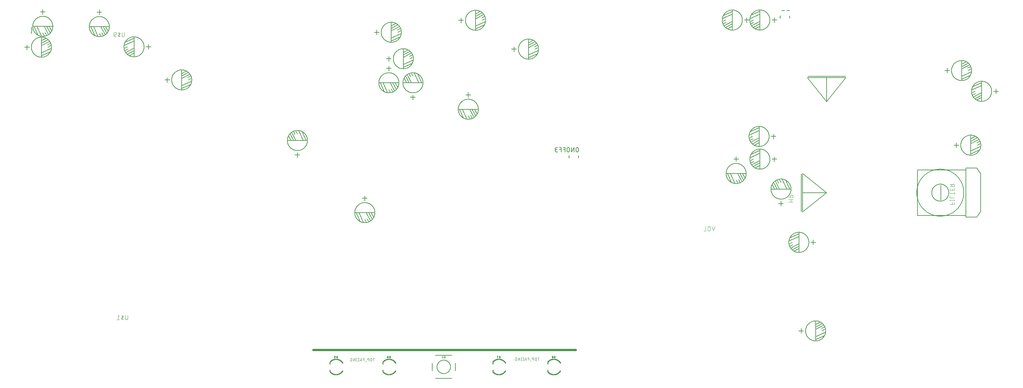
<source format=gbo>
%MOIN*%
%OFA0B0*%
%FSLAX34Y34*%
%IPPOS*%
%LPD*%
%AMOC8*
5,1,8,0,0,$1,22.5*%
%AMOC80*
5,1,8,0,0,$1,22.5*%
%AMOC81*
5,1,8,0,0,$1,22.5*%
%AMOC800*
5,1,8,0,0,$1,22.5*%
%ADD10C,0.004*%
%ADD21C,0.005*%
%ADD22C,0.006000000000000001*%
%ADD23C,0.004*%
%ADD34C,0.024000000000000004*%
%ADD35C,0.011811023622047244*%
%ADD36C,0.0030000000000000005*%
%ADD37C,0.005*%
%ADD38C,0.008*%
%ADD39C,0.001*%
%ADD40C,0.01*%
%ADD41C,0.006000000000000001*%
%ADD52C,0.005*%
%ADD53C,0.004*%
%ADD54C,0.006000000000000001*%
%ADD55C,0.008*%
%ADD56C,0.0078740157480314977*%
%LPD*%
G75*
G01*
D10*
X0017233Y0027017D02*
X0017233Y0026685D01*
X0017233Y0026681D01*
X0017232Y0026676D01*
X0017232Y0026671D01*
X0017231Y0026667D01*
X0017231Y0026663D01*
X0017230Y0026659D01*
X0017229Y0026654D01*
X0017228Y0026650D01*
X0017226Y0026646D01*
X0017225Y0026641D01*
X0017223Y0026637D01*
X0017222Y0026633D01*
X0017220Y0026629D01*
X0017218Y0026625D01*
X0017216Y0026621D01*
X0017213Y0026617D01*
X0017211Y0026614D01*
X0017208Y0026610D01*
X0017206Y0026606D01*
X0017203Y0026603D01*
X0017200Y0026599D01*
X0017197Y0026595D01*
X0017194Y0026593D01*
X0017190Y0026589D01*
X0017187Y0026587D01*
X0017184Y0026584D01*
X0017180Y0026582D01*
X0017176Y0026579D01*
X0017173Y0026576D01*
X0017169Y0026574D01*
X0017165Y0026572D01*
X0017161Y0026570D01*
X0017156Y0026568D01*
X0017153Y0026567D01*
X0017149Y0026565D01*
X0017144Y0026564D01*
X0017140Y0026562D01*
X0017136Y0026561D01*
X0017131Y0026560D01*
X0017127Y0026559D01*
X0017123Y0026559D01*
X0017118Y0026558D01*
X0017114Y0026558D01*
X0017109Y0026557D01*
X0017105Y0026557D01*
X0017100Y0026557D01*
X0017096Y0026558D01*
X0017092Y0026558D01*
X0017087Y0026559D01*
X0017083Y0026559D01*
X0017078Y0026560D01*
X0017074Y0026561D01*
X0017070Y0026562D01*
X0017065Y0026564D01*
X0017061Y0026565D01*
X0017057Y0026567D01*
X0017053Y0026568D01*
X0017049Y0026570D01*
X0017045Y0026572D01*
X0017041Y0026574D01*
X0017037Y0026576D01*
X0017032Y0026579D01*
X0017030Y0026582D01*
X0017026Y0026584D01*
X0017023Y0026587D01*
X0017019Y0026589D01*
X0017016Y0026593D01*
X0017013Y0026595D01*
X0017010Y0026599D01*
X0017007Y0026603D01*
X0017004Y0026606D01*
X0017001Y0026610D01*
X0016999Y0026614D01*
X0016996Y0026617D01*
X0016994Y0026621D01*
X0016992Y0026625D01*
X0016990Y0026629D01*
X0016988Y0026633D01*
X0016986Y0026637D01*
X0016985Y0026641D01*
X0016983Y0026646D01*
X0016982Y0026650D01*
X0016981Y0026654D01*
X0016980Y0026659D01*
X0016979Y0026663D01*
X0016978Y0026667D01*
X0016978Y0026671D01*
X0016977Y0026676D01*
X0016977Y0026681D01*
X0016977Y0026685D01*
X0016977Y0026685D02*
X0016977Y0027017D01*
X0016670Y0027017D02*
X0016670Y0026557D01*
X0016670Y0026787D02*
X0016734Y0026826D01*
X0016737Y0026828D01*
X0016739Y0026829D01*
X0016742Y0026831D01*
X0016745Y0026833D01*
X0016747Y0026836D01*
X0016750Y0026838D01*
X0016752Y0026841D01*
X0016754Y0026843D01*
X0016756Y0026846D01*
X0016758Y0026849D01*
X0016760Y0026851D01*
X0016762Y0026855D01*
X0016763Y0026858D01*
X0016765Y0026861D01*
X0016766Y0026863D01*
X0016767Y0026867D01*
X0016768Y0026871D01*
X0016769Y0026873D01*
X0016770Y0026878D01*
X0016770Y0026881D01*
X0016770Y0026884D01*
X0016771Y0026888D01*
X0016771Y0026890D01*
X0016771Y0026894D01*
X0016770Y0026898D01*
X0016770Y0026901D01*
X0016770Y0026905D01*
X0016769Y0026908D01*
X0016768Y0026911D01*
X0016767Y0026915D01*
X0016766Y0026918D01*
X0016765Y0026921D01*
X0016763Y0026924D01*
X0016762Y0026927D01*
X0016760Y0026930D01*
X0016758Y0026932D01*
X0016756Y0026936D01*
X0016754Y0026939D01*
X0016752Y0026940D01*
X0016750Y0026944D01*
X0016747Y0026946D01*
X0016745Y0026949D01*
X0016742Y0026951D01*
X0016739Y0026953D01*
X0016737Y0026955D01*
X0016734Y0026957D01*
X0016730Y0026958D01*
X0016728Y0026959D01*
X0016725Y0026961D01*
X0016721Y0026963D01*
X0016718Y0026963D01*
X0016715Y0026965D01*
X0016712Y0026966D01*
X0016708Y0026966D01*
X0016708Y0026966D02*
X0016703Y0026967D01*
X0016697Y0026967D01*
X0016692Y0026969D01*
X0016686Y0026969D01*
X0016680Y0026969D01*
X0016675Y0026970D01*
X0016669Y0026970D01*
X0016663Y0026969D01*
X0016658Y0026969D01*
X0016652Y0026969D01*
X0016647Y0026967D01*
X0016641Y0026967D01*
X0016636Y0026966D01*
X0016630Y0026965D01*
X0016625Y0026963D01*
X0016619Y0026963D01*
X0016614Y0026961D01*
X0016608Y0026959D01*
X0016603Y0026958D01*
X0016598Y0026956D01*
X0016593Y0026953D01*
X0016588Y0026951D01*
X0016581Y0026949D01*
X0016577Y0026946D01*
X0016572Y0026944D01*
X0016568Y0026940D01*
X0016670Y0026787D02*
X0016606Y0026749D01*
X0016603Y0026747D01*
X0016600Y0026745D01*
X0016598Y0026743D01*
X0016595Y0026741D01*
X0016592Y0026739D01*
X0016590Y0026735D01*
X0016588Y0026734D01*
X0016585Y0026730D01*
X0016583Y0026727D01*
X0016581Y0026726D01*
X0016580Y0026723D01*
X0016578Y0026719D01*
X0016576Y0026717D01*
X0016575Y0026713D01*
X0016574Y0026710D01*
X0016573Y0026707D01*
X0016572Y0026704D01*
X0016571Y0026700D01*
X0016570Y0026696D01*
X0016570Y0026694D01*
X0016569Y0026690D01*
X0016569Y0026687D01*
X0016569Y0026684D01*
X0016569Y0026680D01*
X0016569Y0026677D01*
X0016570Y0026673D01*
X0016570Y0026670D01*
X0016571Y0026667D01*
X0016572Y0026663D01*
X0016573Y0026660D01*
X0016574Y0026657D01*
X0016575Y0026654D01*
X0016576Y0026650D01*
X0016578Y0026646D01*
X0016580Y0026644D01*
X0016581Y0026642D01*
X0016583Y0026639D01*
X0016586Y0026636D01*
X0016588Y0026633D01*
X0016590Y0026631D01*
X0016592Y0026628D01*
X0016595Y0026626D01*
X0016598Y0026623D01*
X0016600Y0026622D01*
X0016603Y0026619D01*
X0016606Y0026618D01*
X0016609Y0026615D01*
X0016612Y0026615D01*
X0016615Y0026613D01*
X0016618Y0026611D01*
X0016622Y0026610D01*
X0016625Y0026610D01*
X0016628Y0026609D01*
X0016632Y0026607D01*
X0016632Y0026607D02*
X0016637Y0026607D01*
X0016643Y0026607D01*
X0016648Y0026606D01*
X0016654Y0026606D01*
X0016659Y0026605D01*
X0016665Y0026605D01*
X0016670Y0026605D01*
X0016676Y0026605D01*
X0016682Y0026606D01*
X0016687Y0026606D01*
X0016693Y0026607D01*
X0016699Y0026607D01*
X0016704Y0026607D01*
X0016710Y0026609D01*
X0016715Y0026610D01*
X0016721Y0026611D01*
X0016726Y0026614D01*
X0016730Y0026615D01*
X0016737Y0026617D01*
X0016742Y0026619D01*
X0016747Y0026621D01*
X0016752Y0026623D01*
X0016757Y0026626D01*
X0016762Y0026628D01*
X0016767Y0026631D01*
X0016772Y0026634D01*
X0016378Y0026915D02*
X0016250Y0027017D01*
X0016250Y0026557D01*
X0016122Y0026557D02*
X0016378Y0026557D01*
G75*
G01*
D21*
X0016859Y0054922D02*
X0016859Y0054946D01*
X0016860Y0054973D01*
X0016862Y0054997D01*
X0016864Y0055024D01*
X0016867Y0055049D01*
X0016870Y0055075D01*
X0016874Y0055100D01*
X0016879Y0055124D01*
X0016884Y0055150D01*
X0016890Y0055175D01*
X0016897Y0055199D01*
X0016904Y0055224D01*
X0016912Y0055249D01*
X0016920Y0055273D01*
X0016929Y0055297D01*
X0016938Y0055321D01*
X0016948Y0055344D01*
X0016959Y0055368D01*
X0016970Y0055391D01*
X0016982Y0055413D01*
X0016995Y0055436D01*
X0017007Y0055458D01*
X0017021Y0055480D01*
X0017034Y0055500D01*
X0017049Y0055522D01*
X0017064Y0055542D01*
X0017080Y0055563D01*
X0017096Y0055583D01*
X0017112Y0055603D01*
X0017129Y0055622D01*
X0017147Y0055641D01*
X0017165Y0055659D01*
X0017183Y0055677D01*
X0017202Y0055695D01*
X0017221Y0055712D01*
X0017240Y0055728D01*
X0017260Y0055744D01*
X0017281Y0055759D01*
X0017302Y0055775D01*
X0017323Y0055789D01*
X0017344Y0055803D01*
X0017366Y0055816D01*
X0017388Y0055828D01*
X0017410Y0055842D01*
X0017433Y0055852D01*
X0017456Y0055865D01*
X0017479Y0055875D01*
X0017503Y0055885D01*
X0017527Y0055895D01*
X0017551Y0055903D01*
X0017575Y0055911D01*
X0017599Y0055919D01*
X0017624Y0055927D01*
X0017649Y0055934D01*
X0017674Y0055938D01*
X0017698Y0055945D01*
X0017724Y0055949D01*
X0017749Y0055954D01*
X0017775Y0055957D01*
X0017800Y0055960D01*
X0017826Y0055961D01*
X0017851Y0055964D01*
X0017877Y0055964D01*
X0017902Y0055965D01*
X0017928Y0055964D01*
X0017953Y0055964D01*
X0017979Y0055961D01*
X0018004Y0055960D01*
X0018030Y0055957D01*
X0018055Y0055954D01*
X0018081Y0055949D01*
X0018106Y0055945D01*
X0018130Y0055938D01*
X0018156Y0055934D01*
X0018181Y0055927D01*
X0018205Y0055919D01*
X0018230Y0055911D01*
X0018254Y0055903D01*
X0018278Y0055895D01*
X0018302Y0055885D01*
X0018325Y0055875D01*
X0018348Y0055865D01*
X0018370Y0055852D01*
X0018394Y0055842D01*
X0018417Y0055828D01*
X0018439Y0055816D01*
X0018460Y0055803D01*
X0018482Y0055789D01*
X0018503Y0055775D01*
X0018524Y0055759D01*
X0018544Y0055744D01*
X0018564Y0055728D01*
X0018584Y0055712D01*
X0018603Y0055695D01*
X0018622Y0055677D01*
X0018640Y0055659D01*
X0018658Y0055641D01*
X0018674Y0055622D01*
X0018692Y0055603D01*
X0018709Y0055583D01*
X0018725Y0055563D01*
X0018740Y0055542D01*
X0018755Y0055522D01*
X0018770Y0055500D01*
X0018784Y0055480D01*
X0018796Y0055458D01*
X0018810Y0055436D01*
X0018822Y0055413D01*
X0018834Y0055391D01*
X0018845Y0055368D01*
X0018856Y0055344D01*
X0018866Y0055321D01*
X0018876Y0055297D01*
X0018885Y0055273D01*
X0018893Y0055249D01*
X0018901Y0055224D01*
X0018908Y0055199D01*
X0018914Y0055175D01*
X0018920Y0055150D01*
X0018926Y0055124D01*
X0018930Y0055100D01*
X0018934Y0055075D01*
X0018938Y0055049D01*
X0018941Y0055024D01*
X0018943Y0054997D01*
X0018944Y0054973D01*
X0018945Y0054946D01*
X0018946Y0054922D01*
X0018945Y0054895D01*
X0018944Y0054870D01*
X0018943Y0054845D01*
X0018941Y0054819D01*
X0018938Y0054794D01*
X0018934Y0054768D01*
X0018930Y0054743D01*
X0018926Y0054718D01*
X0018920Y0054692D01*
X0018914Y0054668D01*
X0018908Y0054643D01*
X0018901Y0054619D01*
X0018893Y0054593D01*
X0018885Y0054570D01*
X0018876Y0054546D01*
X0018866Y0054522D01*
X0018856Y0054499D01*
X0018845Y0054474D01*
X0018834Y0054452D01*
X0018822Y0054429D01*
X0018810Y0054407D01*
X0018796Y0054385D01*
X0018784Y0054363D01*
X0018770Y0054342D01*
X0018755Y0054321D01*
X0018740Y0054300D01*
X0018725Y0054280D01*
X0018709Y0054260D01*
X0018692Y0054240D01*
X0018674Y0054221D01*
X0018658Y0054202D01*
X0018640Y0054183D01*
X0018622Y0054166D01*
X0018603Y0054147D01*
X0018584Y0054131D01*
X0018564Y0054115D01*
X0018544Y0054099D01*
X0018524Y0054084D01*
X0018503Y0054069D01*
X0018482Y0054054D01*
X0018460Y0054040D01*
X0018439Y0054027D01*
X0018417Y0054013D01*
X0018394Y0054001D01*
X0018370Y0053990D01*
X0018348Y0053978D01*
X0018325Y0053967D01*
X0018302Y0053958D01*
X0018278Y0053948D01*
X0018254Y0053939D01*
X0018230Y0053930D01*
X0018205Y0053923D01*
X0018181Y0053916D01*
X0018156Y0053908D01*
X0018130Y0053904D01*
X0018106Y0053898D01*
X0018081Y0053894D01*
X0018055Y0053888D01*
X0018030Y0053886D01*
X0018004Y0053883D01*
X0017979Y0053881D01*
X0017953Y0053879D01*
X0017928Y0053879D01*
X0017902Y0053878D01*
X0017877Y0053879D01*
X0017851Y0053879D01*
X0017826Y0053881D01*
X0017800Y0053883D01*
X0017775Y0053886D01*
X0017749Y0053888D01*
X0017724Y0053894D01*
X0017698Y0053898D01*
X0017674Y0053904D01*
X0017649Y0053908D01*
X0017624Y0053916D01*
X0017599Y0053923D01*
X0017575Y0053930D01*
X0017551Y0053939D01*
X0017527Y0053948D01*
X0017503Y0053958D01*
X0017479Y0053967D01*
X0017456Y0053978D01*
X0017433Y0053990D01*
X0017410Y0054001D01*
X0017388Y0054013D01*
X0017366Y0054027D01*
X0017344Y0054040D01*
X0017323Y0054054D01*
X0017302Y0054069D01*
X0017281Y0054084D01*
X0017260Y0054099D01*
X0017240Y0054115D01*
X0017221Y0054131D01*
X0017202Y0054147D01*
X0017183Y0054166D01*
X0017165Y0054183D01*
X0017147Y0054202D01*
X0017129Y0054221D01*
X0017112Y0054240D01*
X0017096Y0054260D01*
X0017080Y0054280D01*
X0017064Y0054300D01*
X0017049Y0054321D01*
X0017034Y0054342D01*
X0017021Y0054363D01*
X0017007Y0054385D01*
X0016995Y0054407D01*
X0016982Y0054429D01*
X0016970Y0054452D01*
X0016959Y0054474D01*
X0016948Y0054499D01*
X0016938Y0054522D01*
X0016929Y0054546D01*
X0016920Y0054570D01*
X0016912Y0054593D01*
X0016904Y0054619D01*
X0016897Y0054643D01*
X0016890Y0054668D01*
X0016884Y0054692D01*
X0016879Y0054718D01*
X0016874Y0054743D01*
X0016870Y0054768D01*
X0016867Y0054794D01*
X0016864Y0054819D01*
X0016862Y0054845D01*
X0016860Y0054870D01*
X0016859Y0054895D01*
X0016859Y0054922D01*
X0019402Y0054922D02*
X0019652Y0054922D01*
X0019402Y0054922D02*
X0019152Y0054922D01*
X0019402Y0054922D02*
X0019402Y0054671D01*
X0019402Y0054922D02*
X0019402Y0055172D01*
X0017902Y0054272D02*
X0017902Y0053872D01*
X0017902Y0054272D02*
X0017902Y0054522D01*
X0017902Y0054772D01*
X0017902Y0055522D01*
X0017902Y0055822D01*
X0017902Y0055972D01*
X0017902Y0055822D02*
X0017002Y0055420D01*
X0016902Y0055072D02*
X0017902Y0055522D01*
X0017276Y0054671D02*
X0016952Y0054522D01*
X0017052Y0054322D02*
X0017902Y0054772D01*
X0017902Y0054522D02*
X0017202Y0054147D01*
X0017402Y0053997D02*
X0017902Y0054272D01*
X0017213Y0054922D02*
X0016952Y0054772D01*
X0021815Y0051481D02*
X0021815Y0051506D01*
X0021816Y0051532D01*
X0021818Y0051557D01*
X0021820Y0051583D01*
X0021823Y0051608D01*
X0021826Y0051634D01*
X0021830Y0051659D01*
X0021835Y0051684D01*
X0021840Y0051708D01*
X0021846Y0051734D01*
X0021852Y0051759D01*
X0021860Y0051783D01*
X0021867Y0051807D01*
X0021876Y0051832D01*
X0021885Y0051856D01*
X0021894Y0051880D01*
X0021904Y0051903D01*
X0021915Y0051927D01*
X0021926Y0051950D01*
X0021938Y0051971D01*
X0021950Y0051994D01*
X0021963Y0052017D01*
X0021977Y0052039D01*
X0021991Y0052060D01*
X0022005Y0052081D01*
X0022020Y0052102D01*
X0022035Y0052122D01*
X0022052Y0052142D01*
X0022068Y0052162D01*
X0022085Y0052181D01*
X0022102Y0052200D01*
X0022120Y0052218D01*
X0022139Y0052236D01*
X0022157Y0052253D01*
X0022176Y0052270D01*
X0022195Y0052287D01*
X0022216Y0052303D01*
X0022237Y0052319D01*
X0022256Y0052333D01*
X0022277Y0052348D01*
X0022300Y0052362D01*
X0022322Y0052375D01*
X0022344Y0052388D01*
X0022366Y0052401D01*
X0022389Y0052412D01*
X0022412Y0052424D01*
X0022435Y0052434D01*
X0022458Y0052444D01*
X0022483Y0052454D01*
X0022507Y0052463D01*
X0022531Y0052471D01*
X0022555Y0052478D01*
X0022580Y0052486D01*
X0022605Y0052493D01*
X0022629Y0052497D01*
X0022655Y0052503D01*
X0022679Y0052508D01*
X0022705Y0052512D01*
X0022730Y0052516D01*
X0022756Y0052519D01*
X0022780Y0052521D01*
X0022807Y0052522D01*
X0022832Y0052524D01*
X0022858Y0052524D01*
X0022884Y0052524D01*
X0022909Y0052522D01*
X0022935Y0052521D01*
X0022960Y0052519D01*
X0022986Y0052516D01*
X0023011Y0052512D01*
X0023036Y0052508D01*
X0023062Y0052503D01*
X0023087Y0052497D01*
X0023112Y0052493D01*
X0023136Y0052486D01*
X0023161Y0052478D01*
X0023184Y0052471D01*
X0023210Y0052463D01*
X0023234Y0052454D01*
X0023257Y0052444D01*
X0023281Y0052434D01*
X0023304Y0052424D01*
X0023327Y0052412D01*
X0023350Y0052401D01*
X0023372Y0052388D01*
X0023394Y0052375D01*
X0023416Y0052362D01*
X0023438Y0052348D01*
X0023459Y0052333D01*
X0023480Y0052319D01*
X0023500Y0052303D01*
X0023520Y0052287D01*
X0023540Y0052270D01*
X0023559Y0052253D01*
X0023577Y0052236D01*
X0023596Y0052218D01*
X0023614Y0052200D01*
X0023631Y0052181D01*
X0023647Y0052162D01*
X0023665Y0052142D01*
X0023681Y0052122D01*
X0023696Y0052102D01*
X0023711Y0052081D01*
X0023726Y0052060D01*
X0023740Y0052039D01*
X0023753Y0052017D01*
X0023766Y0051994D01*
X0023778Y0051971D01*
X0023790Y0051950D01*
X0023801Y0051927D01*
X0023812Y0051903D01*
X0023822Y0051880D01*
X0023831Y0051856D01*
X0023840Y0051832D01*
X0023849Y0051807D01*
X0023856Y0051783D01*
X0023864Y0051759D01*
X0023870Y0051734D01*
X0023876Y0051708D01*
X0023881Y0051684D01*
X0023886Y0051659D01*
X0023889Y0051634D01*
X0023894Y0051608D01*
X0023896Y0051583D01*
X0023899Y0051557D01*
X0023900Y0051532D01*
X0023901Y0051506D01*
X0023901Y0051481D01*
X0023901Y0051455D01*
X0023900Y0051429D01*
X0023899Y0051404D01*
X0023896Y0051378D01*
X0023894Y0051353D01*
X0023889Y0051327D01*
X0023886Y0051302D01*
X0023881Y0051277D01*
X0023876Y0051252D01*
X0023870Y0051227D01*
X0023864Y0051202D01*
X0023856Y0051178D01*
X0023849Y0051153D01*
X0023840Y0051129D01*
X0023831Y0051105D01*
X0023822Y0051081D01*
X0023812Y0051058D01*
X0023801Y0051034D01*
X0023790Y0051011D01*
X0023778Y0050988D01*
X0023766Y0050965D01*
X0023753Y0050944D01*
X0023740Y0050922D01*
X0023726Y0050900D01*
X0023711Y0050880D01*
X0023696Y0050858D01*
X0023681Y0050839D01*
X0023665Y0050818D01*
X0023647Y0050799D01*
X0023631Y0050780D01*
X0023614Y0050761D01*
X0023596Y0050743D01*
X0023577Y0050725D01*
X0023559Y0050707D01*
X0023540Y0050691D01*
X0023520Y0050674D01*
X0023500Y0050658D01*
X0023480Y0050643D01*
X0023459Y0050628D01*
X0023438Y0050613D01*
X0023416Y0050599D01*
X0023394Y0050586D01*
X0023372Y0050573D01*
X0023350Y0050559D01*
X0023327Y0050549D01*
X0023304Y0050537D01*
X0023281Y0050527D01*
X0023257Y0050516D01*
X0023234Y0050507D01*
X0023210Y0050498D01*
X0023184Y0050490D01*
X0023161Y0050481D01*
X0023136Y0050475D01*
X0023112Y0050468D01*
X0023087Y0050463D01*
X0023062Y0050457D01*
X0023036Y0050453D01*
X0023011Y0050449D01*
X0022986Y0050445D01*
X0022960Y0050442D01*
X0022935Y0050439D01*
X0022909Y0050438D01*
X0022884Y0050437D01*
X0022858Y0050437D01*
X0022832Y0050437D01*
X0022807Y0050438D01*
X0022780Y0050439D01*
X0022756Y0050442D01*
X0022730Y0050445D01*
X0022705Y0050449D01*
X0022679Y0050453D01*
X0022655Y0050457D01*
X0022629Y0050463D01*
X0022605Y0050468D01*
X0022580Y0050475D01*
X0022555Y0050481D01*
X0022531Y0050490D01*
X0022507Y0050498D01*
X0022483Y0050507D01*
X0022458Y0050516D01*
X0022435Y0050527D01*
X0022412Y0050537D01*
X0022389Y0050549D01*
X0022366Y0050559D01*
X0022344Y0050573D01*
X0022322Y0050586D01*
X0022300Y0050599D01*
X0022277Y0050613D01*
X0022256Y0050628D01*
X0022237Y0050643D01*
X0022216Y0050658D01*
X0022195Y0050674D01*
X0022176Y0050691D01*
X0022157Y0050707D01*
X0022139Y0050725D01*
X0022120Y0050743D01*
X0022102Y0050761D01*
X0022085Y0050780D01*
X0022068Y0050799D01*
X0022052Y0050818D01*
X0022035Y0050839D01*
X0022020Y0050858D01*
X0022005Y0050880D01*
X0021991Y0050900D01*
X0021977Y0050922D01*
X0021963Y0050944D01*
X0021950Y0050965D01*
X0021938Y0050988D01*
X0021926Y0051011D01*
X0021915Y0051034D01*
X0021904Y0051058D01*
X0021894Y0051081D01*
X0021885Y0051105D01*
X0021876Y0051129D01*
X0021867Y0051153D01*
X0021860Y0051178D01*
X0021852Y0051202D01*
X0021846Y0051227D01*
X0021840Y0051252D01*
X0021835Y0051277D01*
X0021830Y0051302D01*
X0021826Y0051327D01*
X0021823Y0051353D01*
X0021820Y0051378D01*
X0021818Y0051404D01*
X0021816Y0051429D01*
X0021815Y0051455D01*
X0021815Y0051481D01*
X0021358Y0051481D02*
X0021107Y0051481D01*
X0021358Y0051481D02*
X0021608Y0051481D01*
X0021358Y0051481D02*
X0021358Y0051731D01*
X0021358Y0051481D02*
X0021358Y0051231D01*
X0022858Y0052131D02*
X0022858Y0052530D01*
X0022858Y0052131D02*
X0022858Y0051881D01*
X0022858Y0051631D01*
X0022858Y0050881D01*
X0022858Y0050580D01*
X0022858Y0050431D01*
X0022858Y0050580D02*
X0023758Y0050980D01*
X0023858Y0051330D02*
X0022858Y0050881D01*
X0023483Y0051731D02*
X0023807Y0051881D01*
X0023708Y0052081D02*
X0022858Y0051631D01*
X0022858Y0051881D02*
X0023558Y0052255D01*
X0023358Y0052406D02*
X0022858Y0052131D01*
X0023546Y0051481D02*
X0023807Y0051631D01*
X0013255Y0057024D02*
X0013255Y0057049D01*
X0013257Y0057074D01*
X0013259Y0057101D01*
X0013261Y0057126D01*
X0013264Y0057152D01*
X0013267Y0057177D01*
X0013271Y0057203D01*
X0013275Y0057228D01*
X0013282Y0057253D01*
X0013287Y0057278D01*
X0013294Y0057302D01*
X0013301Y0057327D01*
X0013309Y0057351D01*
X0013317Y0057375D01*
X0013326Y0057400D01*
X0013335Y0057423D01*
X0013346Y0057447D01*
X0013355Y0057470D01*
X0013367Y0057493D01*
X0013379Y0057516D01*
X0013392Y0057537D01*
X0013405Y0057561D01*
X0013418Y0057582D01*
X0013431Y0057604D01*
X0013446Y0057625D01*
X0013461Y0057646D01*
X0013476Y0057666D01*
X0013493Y0057686D01*
X0013509Y0057706D01*
X0013526Y0057725D01*
X0013543Y0057744D01*
X0013562Y0057761D01*
X0013580Y0057779D01*
X0013599Y0057796D01*
X0013617Y0057814D01*
X0013637Y0057831D01*
X0013657Y0057847D01*
X0013677Y0057862D01*
X0013699Y0057877D01*
X0013720Y0057892D01*
X0013741Y0057906D01*
X0013763Y0057919D01*
X0013785Y0057932D01*
X0013808Y0057944D01*
X0013830Y0057956D01*
X0013853Y0057966D01*
X0013877Y0057977D01*
X0013899Y0057988D01*
X0013924Y0057998D01*
X0013948Y0058007D01*
X0013971Y0058015D01*
X0013997Y0058023D01*
X0014020Y0058030D01*
X0014046Y0058036D01*
X0014071Y0058042D01*
X0014095Y0058047D01*
X0014121Y0058052D01*
X0014146Y0058055D01*
X0014172Y0058060D01*
X0014197Y0058061D01*
X0014222Y0058065D01*
X0014248Y0058066D01*
X0014273Y0058067D01*
X0014299Y0058067D01*
X0014325Y0058067D01*
X0014351Y0058066D01*
X0014376Y0058065D01*
X0014401Y0058061D01*
X0014427Y0058060D01*
X0014453Y0058055D01*
X0014478Y0058052D01*
X0014503Y0058047D01*
X0014528Y0058042D01*
X0014553Y0058036D01*
X0014577Y0058030D01*
X0014602Y0058023D01*
X0014626Y0058015D01*
X0014651Y0058007D01*
X0014675Y0057998D01*
X0014699Y0057988D01*
X0014722Y0057977D01*
X0014746Y0057966D01*
X0014769Y0057956D01*
X0014791Y0057944D01*
X0014814Y0057932D01*
X0014836Y0057919D01*
X0014858Y0057906D01*
X0014879Y0057892D01*
X0014900Y0057877D01*
X0014921Y0057862D01*
X0014941Y0057847D01*
X0014961Y0057831D01*
X0014981Y0057814D01*
X0014999Y0057796D01*
X0015019Y0057779D01*
X0015037Y0057761D01*
X0015055Y0057744D01*
X0015072Y0057725D01*
X0015088Y0057706D01*
X0015106Y0057686D01*
X0015121Y0057666D01*
X0015137Y0057646D01*
X0015152Y0057625D01*
X0015167Y0057604D01*
X0015181Y0057582D01*
X0015194Y0057561D01*
X0015207Y0057537D01*
X0015220Y0057516D01*
X0015230Y0057493D01*
X0015243Y0057470D01*
X0015253Y0057447D01*
X0015263Y0057423D01*
X0015272Y0057400D01*
X0015282Y0057375D01*
X0015290Y0057351D01*
X0015298Y0057327D01*
X0015305Y0057302D01*
X0015311Y0057278D01*
X0015317Y0057253D01*
X0015323Y0057228D01*
X0015327Y0057203D01*
X0015330Y0057177D01*
X0015335Y0057152D01*
X0015338Y0057126D01*
X0015340Y0057101D01*
X0015342Y0057074D01*
X0015342Y0057049D01*
X0015343Y0057024D01*
X0015342Y0056998D01*
X0015342Y0056973D01*
X0015340Y0056947D01*
X0015338Y0056922D01*
X0015335Y0056896D01*
X0015330Y0056871D01*
X0015327Y0056846D01*
X0015323Y0056820D01*
X0015317Y0056796D01*
X0015311Y0056771D01*
X0015305Y0056746D01*
X0015298Y0056721D01*
X0015290Y0056697D01*
X0015282Y0056673D01*
X0015272Y0056649D01*
X0015263Y0056625D01*
X0015253Y0056601D01*
X0015243Y0056578D01*
X0015230Y0056555D01*
X0015220Y0056532D01*
X0015207Y0056510D01*
X0015194Y0056487D01*
X0015181Y0056466D01*
X0015167Y0056445D01*
X0015152Y0056423D01*
X0015137Y0056402D01*
X0015121Y0056382D01*
X0015106Y0056362D01*
X0015088Y0056343D01*
X0015072Y0056323D01*
X0015055Y0056304D01*
X0015037Y0056285D01*
X0015019Y0056269D01*
X0014999Y0056251D01*
X0014981Y0056234D01*
X0014961Y0056218D01*
X0014941Y0056202D01*
X0014921Y0056186D01*
X0014900Y0056170D01*
X0014879Y0056157D01*
X0014858Y0056143D01*
X0014836Y0056129D01*
X0014814Y0056116D01*
X0014791Y0056104D01*
X0014769Y0056092D01*
X0014746Y0056081D01*
X0014722Y0056070D01*
X0014699Y0056060D01*
X0014675Y0056051D01*
X0014651Y0056041D01*
X0014626Y0056034D01*
X0014602Y0056026D01*
X0014577Y0056019D01*
X0014553Y0056012D01*
X0014528Y0056006D01*
X0014503Y0056001D01*
X0014478Y0055996D01*
X0014453Y0055992D01*
X0014427Y0055989D01*
X0014401Y0055986D01*
X0014376Y0055984D01*
X0014351Y0055982D01*
X0014325Y0055980D01*
X0014299Y0055980D01*
X0014273Y0055980D01*
X0014248Y0055982D01*
X0014222Y0055984D01*
X0014197Y0055986D01*
X0014172Y0055989D01*
X0014146Y0055992D01*
X0014121Y0055996D01*
X0014095Y0056001D01*
X0014071Y0056006D01*
X0014046Y0056012D01*
X0014020Y0056019D01*
X0013997Y0056026D01*
X0013971Y0056034D01*
X0013948Y0056041D01*
X0013924Y0056051D01*
X0013899Y0056060D01*
X0013877Y0056070D01*
X0013853Y0056081D01*
X0013830Y0056092D01*
X0013808Y0056104D01*
X0013785Y0056116D01*
X0013763Y0056129D01*
X0013741Y0056143D01*
X0013720Y0056157D01*
X0013699Y0056170D01*
X0013677Y0056186D01*
X0013657Y0056202D01*
X0013637Y0056218D01*
X0013617Y0056234D01*
X0013599Y0056251D01*
X0013580Y0056269D01*
X0013562Y0056285D01*
X0013543Y0056304D01*
X0013526Y0056323D01*
X0013509Y0056343D01*
X0013493Y0056362D01*
X0013476Y0056382D01*
X0013461Y0056402D01*
X0013446Y0056423D01*
X0013431Y0056445D01*
X0013418Y0056466D01*
X0013405Y0056487D01*
X0013392Y0056510D01*
X0013379Y0056532D01*
X0013367Y0056555D01*
X0013355Y0056578D01*
X0013346Y0056601D01*
X0013335Y0056625D01*
X0013326Y0056649D01*
X0013317Y0056673D01*
X0013309Y0056697D01*
X0013301Y0056721D01*
X0013294Y0056746D01*
X0013287Y0056771D01*
X0013282Y0056796D01*
X0013275Y0056820D01*
X0013271Y0056846D01*
X0013267Y0056871D01*
X0013264Y0056896D01*
X0013261Y0056922D01*
X0013259Y0056947D01*
X0013257Y0056973D01*
X0013255Y0056998D01*
X0013255Y0057024D01*
X0014299Y0058524D02*
X0014299Y0058774D01*
X0014299Y0058524D02*
X0014299Y0058274D01*
X0014299Y0058524D02*
X0014549Y0058524D01*
X0014299Y0058524D02*
X0014049Y0058524D01*
X0014948Y0057024D02*
X0015349Y0057024D01*
X0014948Y0057024D02*
X0014699Y0057024D01*
X0014449Y0057024D01*
X0013699Y0057024D01*
X0013399Y0057024D01*
X0013249Y0057024D01*
X0013399Y0057024D02*
X0013798Y0056124D01*
X0014149Y0056024D02*
X0013699Y0057024D01*
X0014549Y0056399D02*
X0014699Y0056073D01*
X0014899Y0056174D02*
X0014449Y0057024D01*
X0014699Y0057024D02*
X0015074Y0056323D01*
X0015224Y0056524D02*
X0014948Y0057024D01*
X0014299Y0056335D02*
X0014449Y0056073D01*
D22*
X0007227Y0056319D02*
X0007235Y0056343D01*
X0007242Y0056367D01*
X0007248Y0056391D01*
X0007252Y0056417D01*
X0007257Y0056441D01*
X0007261Y0056466D01*
X0007266Y0056491D01*
X0007269Y0056516D01*
X0007271Y0056541D01*
X0007272Y0056566D01*
X0007274Y0056590D01*
X0007275Y0056615D01*
X0007275Y0056641D01*
X0007274Y0056666D01*
X0007272Y0056692D01*
X0007271Y0056717D01*
X0007269Y0056742D01*
X0007266Y0056767D01*
X0007261Y0056792D01*
X0007257Y0056816D01*
X0007252Y0056841D01*
X0007248Y0056866D01*
X0007242Y0056890D01*
X0007235Y0056914D01*
X0007227Y0056938D01*
D21*
X0007243Y0054886D02*
X0007243Y0054911D01*
X0007244Y0054936D01*
X0007246Y0054962D01*
X0007248Y0054988D01*
X0007251Y0055014D01*
X0007254Y0055039D01*
X0007257Y0055064D01*
X0007262Y0055089D01*
X0007268Y0055114D01*
X0007274Y0055138D01*
X0007281Y0055164D01*
X0007287Y0055189D01*
X0007296Y0055213D01*
X0007304Y0055237D01*
X0007312Y0055260D01*
X0007321Y0055285D01*
X0007332Y0055309D01*
X0007342Y0055332D01*
X0007354Y0055355D01*
X0007366Y0055378D01*
X0007378Y0055399D01*
X0007391Y0055422D01*
X0007405Y0055444D01*
X0007419Y0055465D01*
X0007433Y0055487D01*
X0007448Y0055507D01*
X0007463Y0055528D01*
X0007480Y0055548D01*
X0007496Y0055567D01*
X0007513Y0055585D01*
X0007530Y0055604D01*
X0007548Y0055623D01*
X0007567Y0055641D01*
X0007586Y0055659D01*
X0007604Y0055676D01*
X0007623Y0055692D01*
X0007644Y0055708D01*
X0007665Y0055724D01*
X0007684Y0055739D01*
X0007707Y0055753D01*
X0007728Y0055767D01*
X0007750Y0055781D01*
X0007772Y0055794D01*
X0007794Y0055805D01*
X0007816Y0055817D01*
X0007840Y0055828D01*
X0007863Y0055839D01*
X0007887Y0055850D01*
X0007911Y0055859D01*
X0007935Y0055868D01*
X0007959Y0055876D01*
X0007983Y0055884D01*
X0008008Y0055891D01*
X0008033Y0055898D01*
X0008058Y0055903D01*
X0008083Y0055909D01*
X0008108Y0055914D01*
X0008133Y0055918D01*
X0008158Y0055921D01*
X0008184Y0055923D01*
X0008209Y0055926D01*
X0008235Y0055928D01*
X0008260Y0055929D01*
X0008286Y0055929D01*
X0008312Y0055929D01*
X0008337Y0055928D01*
X0008363Y0055926D01*
X0008388Y0055923D01*
X0008414Y0055921D01*
X0008439Y0055918D01*
X0008465Y0055914D01*
X0008490Y0055909D01*
X0008515Y0055903D01*
X0008540Y0055898D01*
X0008564Y0055891D01*
X0008589Y0055884D01*
X0008613Y0055876D01*
X0008638Y0055868D01*
X0008662Y0055859D01*
X0008685Y0055850D01*
X0008709Y0055839D01*
X0008732Y0055828D01*
X0008755Y0055817D01*
X0008778Y0055805D01*
X0008800Y0055794D01*
X0008823Y0055781D01*
X0008844Y0055767D01*
X0008866Y0055753D01*
X0008887Y0055739D01*
X0008908Y0055724D01*
X0008928Y0055708D01*
X0008948Y0055692D01*
X0008968Y0055676D01*
X0008987Y0055659D01*
X0009006Y0055641D01*
X0009024Y0055623D01*
X0009042Y0055604D01*
X0009059Y0055585D01*
X0009076Y0055567D01*
X0009093Y0055548D01*
X0009109Y0055528D01*
X0009124Y0055507D01*
X0009139Y0055487D01*
X0009154Y0055465D01*
X0009168Y0055444D01*
X0009181Y0055422D01*
X0009194Y0055399D01*
X0009206Y0055378D01*
X0009218Y0055355D01*
X0009229Y0055332D01*
X0009240Y0055309D01*
X0009250Y0055285D01*
X0009260Y0055260D01*
X0009268Y0055237D01*
X0009277Y0055213D01*
X0009285Y0055189D01*
X0009292Y0055164D01*
X0009298Y0055138D01*
X0009304Y0055114D01*
X0009309Y0055089D01*
X0009314Y0055064D01*
X0009318Y0055039D01*
X0009322Y0055014D01*
X0009324Y0054988D01*
X0009327Y0054962D01*
X0009328Y0054936D01*
X0009329Y0054911D01*
X0009329Y0054886D01*
X0009329Y0054860D01*
X0009328Y0054835D01*
X0009327Y0054809D01*
X0009324Y0054784D01*
X0009322Y0054757D01*
X0009318Y0054733D01*
X0009314Y0054706D01*
X0009309Y0054682D01*
X0009304Y0054657D01*
X0009298Y0054631D01*
X0009292Y0054608D01*
X0009285Y0054583D01*
X0009277Y0054559D01*
X0009268Y0054534D01*
X0009260Y0054509D01*
X0009250Y0054487D01*
X0009240Y0054463D01*
X0009229Y0054439D01*
X0009218Y0054417D01*
X0009206Y0054394D01*
X0009194Y0054372D01*
X0009181Y0054349D01*
X0009168Y0054328D01*
X0009154Y0054306D01*
X0009139Y0054285D01*
X0009124Y0054264D01*
X0009109Y0054244D01*
X0009093Y0054223D01*
X0009076Y0054204D01*
X0009059Y0054185D01*
X0009042Y0054166D01*
X0009024Y0054147D01*
X0009006Y0054129D01*
X0008987Y0054113D01*
X0008968Y0054096D01*
X0008948Y0054079D01*
X0008928Y0054063D01*
X0008908Y0054048D01*
X0008887Y0054033D01*
X0008866Y0054018D01*
X0008844Y0054004D01*
X0008823Y0053991D01*
X0008800Y0053978D01*
X0008778Y0053966D01*
X0008755Y0053954D01*
X0008732Y0053943D01*
X0008709Y0053932D01*
X0008685Y0053922D01*
X0008662Y0053912D01*
X0008638Y0053903D01*
X0008613Y0053895D01*
X0008589Y0053887D01*
X0008564Y0053880D01*
X0008540Y0053873D01*
X0008515Y0053868D01*
X0008490Y0053862D01*
X0008465Y0053858D01*
X0008439Y0053854D01*
X0008414Y0053850D01*
X0008388Y0053848D01*
X0008363Y0053845D01*
X0008337Y0053844D01*
X0008312Y0053843D01*
X0008286Y0053842D01*
X0008260Y0053843D01*
X0008235Y0053844D01*
X0008209Y0053845D01*
X0008184Y0053848D01*
X0008158Y0053850D01*
X0008133Y0053854D01*
X0008108Y0053858D01*
X0008083Y0053862D01*
X0008058Y0053868D01*
X0008033Y0053873D01*
X0008008Y0053880D01*
X0007983Y0053887D01*
X0007959Y0053895D01*
X0007935Y0053903D01*
X0007911Y0053912D01*
X0007887Y0053922D01*
X0007863Y0053932D01*
X0007840Y0053943D01*
X0007816Y0053954D01*
X0007794Y0053966D01*
X0007772Y0053978D01*
X0007750Y0053991D01*
X0007728Y0054004D01*
X0007707Y0054018D01*
X0007684Y0054033D01*
X0007665Y0054048D01*
X0007644Y0054063D01*
X0007623Y0054079D01*
X0007604Y0054096D01*
X0007586Y0054113D01*
X0007567Y0054129D01*
X0007548Y0054147D01*
X0007530Y0054166D01*
X0007513Y0054185D01*
X0007496Y0054204D01*
X0007480Y0054223D01*
X0007463Y0054244D01*
X0007448Y0054264D01*
X0007433Y0054285D01*
X0007419Y0054306D01*
X0007405Y0054328D01*
X0007391Y0054349D01*
X0007378Y0054372D01*
X0007366Y0054394D01*
X0007354Y0054417D01*
X0007342Y0054439D01*
X0007332Y0054463D01*
X0007321Y0054487D01*
X0007312Y0054509D01*
X0007304Y0054534D01*
X0007296Y0054559D01*
X0007287Y0054583D01*
X0007281Y0054608D01*
X0007274Y0054631D01*
X0007268Y0054657D01*
X0007262Y0054682D01*
X0007257Y0054706D01*
X0007254Y0054733D01*
X0007251Y0054757D01*
X0007248Y0054784D01*
X0007246Y0054809D01*
X0007244Y0054835D01*
X0007243Y0054860D01*
X0007243Y0054886D01*
X0006786Y0054886D02*
X0006536Y0054886D01*
X0006786Y0054886D02*
X0007036Y0054886D01*
X0006786Y0054886D02*
X0006786Y0055135D01*
X0006786Y0054886D02*
X0006786Y0054635D01*
X0008286Y0055536D02*
X0008286Y0055936D01*
X0008286Y0055536D02*
X0008286Y0055286D01*
X0008286Y0055036D01*
X0008286Y0054286D01*
X0008286Y0053986D01*
X0008286Y0053836D01*
X0008286Y0053986D02*
X0009186Y0054386D01*
X0009286Y0054736D02*
X0008286Y0054286D01*
X0008911Y0055135D02*
X0009236Y0055286D01*
X0009136Y0055486D02*
X0008286Y0055036D01*
X0008286Y0055286D02*
X0008986Y0055660D01*
X0008786Y0055811D02*
X0008286Y0055536D01*
X0008975Y0054886D02*
X0009236Y0055036D01*
X0007380Y0057051D02*
X0007380Y0057078D01*
X0007381Y0057103D01*
X0007382Y0057129D01*
X0007386Y0057154D01*
X0007388Y0057180D01*
X0007392Y0057206D01*
X0007396Y0057230D01*
X0007401Y0057256D01*
X0007406Y0057281D01*
X0007411Y0057306D01*
X0007418Y0057331D01*
X0007426Y0057355D01*
X0007433Y0057380D01*
X0007441Y0057404D01*
X0007451Y0057428D01*
X0007460Y0057452D01*
X0007469Y0057474D01*
X0007481Y0057499D01*
X0007492Y0057521D01*
X0007503Y0057544D01*
X0007516Y0057567D01*
X0007529Y0057589D01*
X0007542Y0057611D01*
X0007556Y0057632D01*
X0007571Y0057653D01*
X0007586Y0057674D01*
X0007601Y0057694D01*
X0007617Y0057714D01*
X0007634Y0057734D01*
X0007651Y0057753D01*
X0007668Y0057772D01*
X0007685Y0057790D01*
X0007705Y0057808D01*
X0007723Y0057825D01*
X0007742Y0057842D01*
X0007762Y0057858D01*
X0007782Y0057874D01*
X0007802Y0057890D01*
X0007823Y0057905D01*
X0007844Y0057920D01*
X0007865Y0057934D01*
X0007887Y0057947D01*
X0007910Y0057960D01*
X0007932Y0057973D01*
X0007955Y0057984D01*
X0007977Y0057996D01*
X0008001Y0058006D01*
X0008025Y0058016D01*
X0008047Y0058025D01*
X0008072Y0058035D01*
X0008097Y0058042D01*
X0008121Y0058051D01*
X0008146Y0058057D01*
X0008169Y0058065D01*
X0008195Y0058070D01*
X0008220Y0058076D01*
X0008246Y0058079D01*
X0008271Y0058084D01*
X0008296Y0058087D01*
X0008322Y0058091D01*
X0008347Y0058093D01*
X0008373Y0058095D01*
X0008398Y0058095D01*
X0008424Y0058095D01*
X0008450Y0058095D01*
X0008475Y0058095D01*
X0008501Y0058093D01*
X0008526Y0058091D01*
X0008552Y0058087D01*
X0008577Y0058084D01*
X0008602Y0058079D01*
X0008627Y0058076D01*
X0008653Y0058070D01*
X0008677Y0058065D01*
X0008702Y0058057D01*
X0008727Y0058051D01*
X0008751Y0058042D01*
X0008775Y0058035D01*
X0008799Y0058025D01*
X0008823Y0058016D01*
X0008847Y0058006D01*
X0008870Y0057996D01*
X0008893Y0057984D01*
X0008916Y0057973D01*
X0008938Y0057960D01*
X0008960Y0057947D01*
X0008982Y0057934D01*
X0009004Y0057920D01*
X0009025Y0057905D01*
X0009045Y0057890D01*
X0009066Y0057874D01*
X0009086Y0057858D01*
X0009105Y0057842D01*
X0009125Y0057825D01*
X0009143Y0057808D01*
X0009162Y0057790D01*
X0009180Y0057772D01*
X0009197Y0057753D01*
X0009214Y0057734D01*
X0009230Y0057714D01*
X0009246Y0057694D01*
X0009262Y0057674D01*
X0009277Y0057653D01*
X0009291Y0057632D01*
X0009305Y0057611D01*
X0009319Y0057589D01*
X0009332Y0057567D01*
X0009344Y0057544D01*
X0009356Y0057521D01*
X0009367Y0057499D01*
X0009378Y0057474D01*
X0009388Y0057452D01*
X0009397Y0057428D01*
X0009406Y0057404D01*
X0009415Y0057380D01*
X0009422Y0057355D01*
X0009429Y0057331D01*
X0009436Y0057306D01*
X0009442Y0057281D01*
X0009447Y0057256D01*
X0009452Y0057230D01*
X0009456Y0057206D01*
X0009459Y0057180D01*
X0009462Y0057154D01*
X0009464Y0057129D01*
X0009466Y0057103D01*
X0009467Y0057078D01*
X0009467Y0057051D01*
X0009467Y0057027D01*
X0009466Y0057001D01*
X0009464Y0056976D01*
X0009462Y0056950D01*
X0009459Y0056925D01*
X0009456Y0056898D01*
X0009452Y0056874D01*
X0009447Y0056849D01*
X0009442Y0056824D01*
X0009436Y0056799D01*
X0009429Y0056773D01*
X0009422Y0056750D01*
X0009415Y0056725D01*
X0009406Y0056701D01*
X0009397Y0056677D01*
X0009388Y0056653D01*
X0009378Y0056630D01*
X0009367Y0056605D01*
X0009356Y0056583D01*
X0009344Y0056561D01*
X0009332Y0056537D01*
X0009319Y0056516D01*
X0009305Y0056494D01*
X0009291Y0056473D01*
X0009277Y0056452D01*
X0009262Y0056430D01*
X0009246Y0056410D01*
X0009230Y0056391D01*
X0009214Y0056371D01*
X0009197Y0056351D01*
X0009180Y0056332D01*
X0009162Y0056315D01*
X0009143Y0056297D01*
X0009125Y0056279D01*
X0009105Y0056262D01*
X0009086Y0056246D01*
X0009066Y0056230D01*
X0009045Y0056214D01*
X0009025Y0056199D01*
X0009004Y0056185D01*
X0008982Y0056170D01*
X0008960Y0056158D01*
X0008938Y0056144D01*
X0008916Y0056132D01*
X0008893Y0056121D01*
X0008870Y0056108D01*
X0008847Y0056099D01*
X0008823Y0056089D01*
X0008799Y0056079D01*
X0008775Y0056070D01*
X0008751Y0056062D01*
X0008727Y0056054D01*
X0008702Y0056047D01*
X0008677Y0056040D01*
X0008653Y0056035D01*
X0008627Y0056029D01*
X0008602Y0056024D01*
X0008577Y0056020D01*
X0008552Y0056017D01*
X0008526Y0056014D01*
X0008501Y0056012D01*
X0008475Y0056010D01*
X0008450Y0056009D01*
X0008424Y0056009D01*
X0008398Y0056009D01*
X0008373Y0056010D01*
X0008347Y0056012D01*
X0008322Y0056014D01*
X0008296Y0056017D01*
X0008271Y0056020D01*
X0008246Y0056024D01*
X0008220Y0056029D01*
X0008195Y0056035D01*
X0008169Y0056040D01*
X0008146Y0056047D01*
X0008121Y0056054D01*
X0008097Y0056062D01*
X0008072Y0056070D01*
X0008047Y0056079D01*
X0008025Y0056089D01*
X0008001Y0056099D01*
X0007977Y0056108D01*
X0007955Y0056121D01*
X0007932Y0056132D01*
X0007910Y0056144D01*
X0007887Y0056158D01*
X0007865Y0056170D01*
X0007844Y0056185D01*
X0007823Y0056199D01*
X0007802Y0056214D01*
X0007782Y0056230D01*
X0007762Y0056246D01*
X0007742Y0056262D01*
X0007723Y0056279D01*
X0007705Y0056297D01*
X0007685Y0056315D01*
X0007668Y0056332D01*
X0007651Y0056351D01*
X0007634Y0056371D01*
X0007617Y0056391D01*
X0007601Y0056410D01*
X0007586Y0056430D01*
X0007571Y0056452D01*
X0007556Y0056473D01*
X0007542Y0056494D01*
X0007529Y0056516D01*
X0007516Y0056537D01*
X0007503Y0056561D01*
X0007492Y0056583D01*
X0007481Y0056605D01*
X0007469Y0056630D01*
X0007460Y0056653D01*
X0007451Y0056677D01*
X0007441Y0056701D01*
X0007433Y0056725D01*
X0007426Y0056750D01*
X0007418Y0056773D01*
X0007411Y0056799D01*
X0007406Y0056824D01*
X0007401Y0056849D01*
X0007396Y0056874D01*
X0007392Y0056898D01*
X0007388Y0056925D01*
X0007386Y0056950D01*
X0007382Y0056976D01*
X0007381Y0057001D01*
X0007380Y0057027D01*
X0007380Y0057051D01*
X0008424Y0058551D02*
X0008424Y0058802D01*
X0008424Y0058551D02*
X0008424Y0058301D01*
X0008424Y0058551D02*
X0008674Y0058551D01*
X0008424Y0058551D02*
X0008174Y0058551D01*
X0009074Y0057051D02*
X0009474Y0057051D01*
X0009074Y0057051D02*
X0008824Y0057051D01*
X0008574Y0057051D01*
X0007824Y0057051D01*
X0007524Y0057051D01*
X0007374Y0057051D01*
X0007524Y0057051D02*
X0007924Y0056151D01*
X0008274Y0056052D02*
X0007824Y0057051D01*
X0008674Y0056426D02*
X0008824Y0056102D01*
X0009024Y0056202D02*
X0008574Y0057051D01*
X0008824Y0057051D02*
X0009199Y0056351D01*
X0009349Y0056552D02*
X0009074Y0057051D01*
X0008424Y0056363D02*
X0008574Y0056102D01*
D23*
X0016908Y0056087D02*
X0016908Y0056418D01*
X0016908Y0056087D02*
X0016908Y0056082D01*
X0016908Y0056078D01*
X0016907Y0056073D01*
X0016907Y0056068D01*
X0016906Y0056064D01*
X0016905Y0056060D01*
X0016904Y0056056D01*
X0016903Y0056052D01*
X0016902Y0056047D01*
X0016900Y0056043D01*
X0016899Y0056039D01*
X0016897Y0056035D01*
X0016895Y0056030D01*
X0016893Y0056026D01*
X0016891Y0056022D01*
X0016889Y0056019D01*
X0016886Y0056015D01*
X0016884Y0056012D01*
X0016881Y0056007D01*
X0016878Y0056005D01*
X0016875Y0056001D01*
X0016872Y0055998D01*
X0016869Y0055995D01*
X0016866Y0055992D01*
X0016862Y0055989D01*
X0016859Y0055986D01*
X0016855Y0055983D01*
X0016852Y0055980D01*
X0016848Y0055978D01*
X0016844Y0055976D01*
X0016840Y0055974D01*
X0016836Y0055972D01*
X0016832Y0055970D01*
X0016828Y0055968D01*
X0016824Y0055967D01*
X0016820Y0055965D01*
X0016815Y0055964D01*
X0016811Y0055963D01*
X0016807Y0055961D01*
X0016802Y0055961D01*
X0016798Y0055960D01*
X0016792Y0055960D01*
X0016789Y0055959D01*
X0016785Y0055959D01*
X0016780Y0055959D01*
X0016776Y0055959D01*
X0016771Y0055959D01*
X0016767Y0055960D01*
X0016762Y0055960D01*
X0016758Y0055961D01*
X0016754Y0055961D01*
X0016749Y0055963D01*
X0016745Y0055964D01*
X0016741Y0055965D01*
X0016736Y0055967D01*
X0016732Y0055968D01*
X0016728Y0055970D01*
X0016724Y0055972D01*
X0016720Y0055974D01*
X0016716Y0055976D01*
X0016712Y0055978D01*
X0016709Y0055980D01*
X0016705Y0055983D01*
X0016702Y0055986D01*
X0016698Y0055989D01*
X0016695Y0055992D01*
X0016691Y0055995D01*
X0016688Y0055998D01*
X0016685Y0056001D01*
X0016682Y0056005D01*
X0016679Y0056007D01*
X0016677Y0056012D01*
X0016674Y0056015D01*
X0016672Y0056019D01*
X0016670Y0056022D01*
X0016667Y0056026D01*
X0016665Y0056030D01*
X0016663Y0056035D01*
X0016662Y0056039D01*
X0016660Y0056043D01*
X0016659Y0056047D01*
X0016657Y0056052D01*
X0016656Y0056056D01*
X0016655Y0056060D01*
X0016654Y0056064D01*
X0016654Y0056068D01*
X0016653Y0056073D01*
X0016653Y0056078D01*
X0016652Y0056082D01*
X0016652Y0056087D01*
X0016652Y0056087D02*
X0016652Y0056418D01*
X0016345Y0056418D02*
X0016345Y0055959D01*
X0016345Y0056189D02*
X0016409Y0056227D01*
X0016412Y0056228D01*
X0016415Y0056231D01*
X0016417Y0056233D01*
X0016420Y0056235D01*
X0016423Y0056238D01*
X0016425Y0056240D01*
X0016427Y0056243D01*
X0016430Y0056245D01*
X0016432Y0056247D01*
X0016434Y0056251D01*
X0016435Y0056254D01*
X0016437Y0056257D01*
X0016439Y0056260D01*
X0016440Y0056262D01*
X0016441Y0056266D01*
X0016442Y0056269D01*
X0016443Y0056273D01*
X0016444Y0056276D01*
X0016445Y0056279D01*
X0016445Y0056283D01*
X0016446Y0056285D01*
X0016446Y0056289D01*
X0016446Y0056293D01*
X0016446Y0056296D01*
X0016446Y0056300D01*
X0016445Y0056303D01*
X0016445Y0056305D01*
X0016444Y0056310D01*
X0016443Y0056313D01*
X0016442Y0056316D01*
X0016441Y0056320D01*
X0016440Y0056323D01*
X0016439Y0056326D01*
X0016437Y0056329D01*
X0016435Y0056332D01*
X0016433Y0056335D01*
X0016432Y0056338D01*
X0016429Y0056340D01*
X0016427Y0056343D01*
X0016425Y0056345D01*
X0016423Y0056348D01*
X0016420Y0056350D01*
X0016417Y0056351D01*
X0016415Y0056354D01*
X0016412Y0056356D01*
X0016409Y0056358D01*
X0016406Y0056359D01*
X0016403Y0056362D01*
X0016399Y0056363D01*
X0016397Y0056364D01*
X0016393Y0056364D01*
X0016390Y0056365D01*
X0016387Y0056367D01*
X0016383Y0056367D01*
X0016384Y0056367D02*
X0016378Y0056369D01*
X0016372Y0056369D01*
X0016366Y0056369D01*
X0016360Y0056371D01*
X0016356Y0056371D01*
X0016350Y0056371D01*
X0016344Y0056371D01*
X0016338Y0056371D01*
X0016333Y0056371D01*
X0016328Y0056369D01*
X0016322Y0056369D01*
X0016316Y0056369D01*
X0016311Y0056367D01*
X0016304Y0056367D01*
X0016299Y0056365D01*
X0016295Y0056364D01*
X0016289Y0056363D01*
X0016284Y0056361D01*
X0016277Y0056359D01*
X0016273Y0056356D01*
X0016268Y0056355D01*
X0016263Y0056353D01*
X0016258Y0056350D01*
X0016253Y0056348D01*
X0016248Y0056345D01*
X0016242Y0056342D01*
X0016345Y0056189D02*
X0016281Y0056151D01*
X0016277Y0056148D01*
X0016276Y0056147D01*
X0016273Y0056144D01*
X0016270Y0056143D01*
X0016268Y0056140D01*
X0016265Y0056138D01*
X0016263Y0056135D01*
X0016261Y0056133D01*
X0016258Y0056130D01*
X0016257Y0056127D01*
X0016255Y0056124D01*
X0016253Y0056121D01*
X0016252Y0056118D01*
X0016250Y0056115D01*
X0016249Y0056111D01*
X0016248Y0056108D01*
X0016247Y0056105D01*
X0016246Y0056102D01*
X0016244Y0056099D01*
X0016244Y0056095D01*
X0016244Y0056092D01*
X0016244Y0056089D01*
X0016244Y0056084D01*
X0016244Y0056082D01*
X0016244Y0056078D01*
X0016244Y0056075D01*
X0016244Y0056072D01*
X0016246Y0056068D01*
X0016247Y0056064D01*
X0016248Y0056062D01*
X0016249Y0056057D01*
X0016250Y0056055D01*
X0016252Y0056052D01*
X0016253Y0056049D01*
X0016255Y0056045D01*
X0016257Y0056043D01*
X0016258Y0056040D01*
X0016261Y0056038D01*
X0016263Y0056035D01*
X0016265Y0056032D01*
X0016268Y0056030D01*
X0016270Y0056028D01*
X0016273Y0056026D01*
X0016276Y0056022D01*
X0016277Y0056021D01*
X0016281Y0056020D01*
X0016284Y0056018D01*
X0016287Y0056016D01*
X0016290Y0056015D01*
X0016294Y0056014D01*
X0016297Y0056013D01*
X0016299Y0056012D01*
X0016302Y0056011D01*
X0016306Y0056010D01*
X0016306Y0056010D02*
X0016312Y0056009D01*
X0016318Y0056007D01*
X0016324Y0056007D01*
X0016329Y0056007D01*
X0016335Y0056007D01*
X0016339Y0056007D01*
X0016346Y0056007D01*
X0016352Y0056007D01*
X0016357Y0056007D01*
X0016362Y0056007D01*
X0016368Y0056007D01*
X0016374Y0056009D01*
X0016379Y0056010D01*
X0016385Y0056011D01*
X0016390Y0056012D01*
X0016396Y0056014D01*
X0016401Y0056015D01*
X0016407Y0056017D01*
X0016412Y0056019D01*
X0016417Y0056021D01*
X0016422Y0056022D01*
X0016428Y0056025D01*
X0016433Y0056026D01*
X0016438Y0056030D01*
X0016443Y0056033D01*
X0016447Y0056036D01*
X0015951Y0056162D02*
X0015797Y0056162D01*
X0015951Y0056162D02*
X0015955Y0056163D01*
X0015959Y0056163D01*
X0015962Y0056163D01*
X0015966Y0056165D01*
X0015970Y0056165D01*
X0015973Y0056166D01*
X0015978Y0056167D01*
X0015982Y0056167D01*
X0015985Y0056169D01*
X0015989Y0056170D01*
X0015993Y0056172D01*
X0015996Y0056174D01*
X0016000Y0056176D01*
X0016002Y0056178D01*
X0016006Y0056180D01*
X0016010Y0056182D01*
X0016013Y0056184D01*
X0016016Y0056186D01*
X0016019Y0056189D01*
X0016022Y0056192D01*
X0016024Y0056195D01*
X0016027Y0056198D01*
X0016030Y0056201D01*
X0016032Y0056204D01*
X0016033Y0056207D01*
X0016036Y0056210D01*
X0016039Y0056213D01*
X0016041Y0056217D01*
X0016042Y0056220D01*
X0016044Y0056224D01*
X0016046Y0056227D01*
X0016047Y0056231D01*
X0016048Y0056235D01*
X0016049Y0056239D01*
X0016050Y0056242D01*
X0016051Y0056246D01*
X0016052Y0056250D01*
X0016052Y0056254D01*
X0016053Y0056258D01*
X0016053Y0056262D01*
X0016053Y0056266D01*
X0016053Y0056266D02*
X0016053Y0056291D01*
X0016053Y0056296D01*
X0016053Y0056300D01*
X0016052Y0056304D01*
X0016052Y0056308D01*
X0016051Y0056313D01*
X0016050Y0056318D01*
X0016049Y0056321D01*
X0016048Y0056326D01*
X0016047Y0056331D01*
X0016045Y0056335D01*
X0016044Y0056339D01*
X0016042Y0056343D01*
X0016040Y0056346D01*
X0016037Y0056351D01*
X0016035Y0056355D01*
X0016033Y0056359D01*
X0016031Y0056363D01*
X0016029Y0056365D01*
X0016026Y0056369D01*
X0016023Y0056373D01*
X0016020Y0056377D01*
X0016016Y0056380D01*
X0016014Y0056383D01*
X0016011Y0056386D01*
X0016007Y0056388D01*
X0016004Y0056391D01*
X0016000Y0056395D01*
X0015996Y0056397D01*
X0015993Y0056399D01*
X0015989Y0056402D01*
X0015985Y0056404D01*
X0015981Y0056406D01*
X0015976Y0056407D01*
X0015973Y0056410D01*
X0015969Y0056410D01*
X0015965Y0056413D01*
X0015960Y0056414D01*
X0015955Y0056415D01*
X0015952Y0056416D01*
X0015947Y0056417D01*
X0015943Y0056418D01*
X0015938Y0056418D01*
X0015934Y0056418D01*
X0015930Y0056418D01*
X0015925Y0056418D01*
X0015921Y0056418D01*
X0015915Y0056418D01*
X0015912Y0056418D01*
X0015907Y0056418D01*
X0015903Y0056417D01*
X0015899Y0056416D01*
X0015894Y0056415D01*
X0015890Y0056414D01*
X0015886Y0056413D01*
X0015880Y0056410D01*
X0015876Y0056410D01*
X0015873Y0056407D01*
X0015869Y0056406D01*
X0015865Y0056404D01*
X0015861Y0056402D01*
X0015857Y0056399D01*
X0015853Y0056397D01*
X0015850Y0056395D01*
X0015846Y0056391D01*
X0015843Y0056388D01*
X0015840Y0056386D01*
X0015835Y0056383D01*
X0015833Y0056380D01*
X0015830Y0056377D01*
X0015827Y0056373D01*
X0015824Y0056369D01*
X0015822Y0056365D01*
X0015818Y0056363D01*
X0015816Y0056359D01*
X0015814Y0056355D01*
X0015812Y0056351D01*
X0015810Y0056346D01*
X0015808Y0056343D01*
X0015807Y0056339D01*
X0015805Y0056335D01*
X0015804Y0056331D01*
X0015802Y0056326D01*
X0015801Y0056321D01*
X0015800Y0056318D01*
X0015799Y0056313D01*
X0015799Y0056308D01*
X0015798Y0056304D01*
X0015798Y0056300D01*
X0015797Y0056296D01*
X0015797Y0056291D01*
X0015797Y0056291D02*
X0015797Y0056162D01*
X0015797Y0056158D01*
X0015798Y0056151D01*
X0015798Y0056147D01*
X0015799Y0056141D01*
X0015799Y0056135D01*
X0015800Y0056130D01*
X0015801Y0056124D01*
X0015802Y0056119D01*
X0015804Y0056113D01*
X0015805Y0056108D01*
X0015807Y0056102D01*
X0015808Y0056097D01*
X0015810Y0056092D01*
X0015812Y0056086D01*
X0015814Y0056081D01*
X0015816Y0056076D01*
X0015818Y0056071D01*
X0015822Y0056065D01*
X0015825Y0056061D01*
X0015828Y0056056D01*
X0015831Y0056052D01*
X0015834Y0056047D01*
X0015837Y0056041D01*
X0015840Y0056038D01*
X0015844Y0056033D01*
X0015848Y0056029D01*
X0015851Y0056025D01*
X0015855Y0056021D01*
X0015859Y0056017D01*
X0015863Y0056013D01*
X0015868Y0056009D01*
X0015872Y0056006D01*
X0015875Y0056002D01*
X0015880Y0055999D01*
X0015885Y0055995D01*
X0015890Y0055992D01*
X0015895Y0055989D01*
X0015900Y0055986D01*
X0015905Y0055984D01*
X0015910Y0055980D01*
X0015915Y0055979D01*
X0015920Y0055976D01*
X0015925Y0055974D01*
X0015930Y0055972D01*
X0015935Y0055970D01*
X0015940Y0055968D01*
X0015946Y0055967D01*
X0015952Y0055965D01*
X0015956Y0055964D01*
X0015963Y0055963D01*
X0015968Y0055961D01*
X0015973Y0055961D01*
X0015979Y0055960D01*
X0015985Y0055960D01*
X0015991Y0055959D01*
X0015996Y0055959D01*
X0016002Y0055959D01*
G04 next file*
%LPD*%
G75*
G01*
D34*
X0036527Y0023424D02*
X0063779Y0023424D01*
D35*
X0063779Y0023413D02*
X0036468Y0023391D01*
D36*
X0042791Y0022538D02*
X0042791Y0022248D01*
X0042871Y0022538D02*
X0042710Y0022538D01*
X0042602Y0022456D02*
X0042602Y0022328D01*
X0042602Y0022456D02*
X0042602Y0022461D01*
X0042602Y0022464D01*
X0042602Y0022468D01*
X0042601Y0022471D01*
X0042600Y0022475D01*
X0042600Y0022477D01*
X0042599Y0022481D01*
X0042596Y0022485D01*
X0042596Y0022488D01*
X0042595Y0022491D01*
X0042593Y0022494D01*
X0042592Y0022496D01*
X0042590Y0022500D01*
X0042588Y0022503D01*
X0042586Y0022506D01*
X0042583Y0022509D01*
X0042581Y0022512D01*
X0042579Y0022514D01*
X0042576Y0022516D01*
X0042573Y0022519D01*
X0042571Y0022521D01*
X0042568Y0022523D01*
X0042565Y0022525D01*
X0042562Y0022527D01*
X0042558Y0022529D01*
X0042556Y0022530D01*
X0042553Y0022532D01*
X0042549Y0022533D01*
X0042546Y0022534D01*
X0042543Y0022535D01*
X0042539Y0022536D01*
X0042535Y0022536D01*
X0042532Y0022536D01*
X0042529Y0022536D01*
X0042525Y0022538D01*
X0042522Y0022538D01*
X0042518Y0022538D01*
X0042515Y0022536D01*
X0042511Y0022536D01*
X0042508Y0022536D01*
X0042504Y0022536D01*
X0042501Y0022535D01*
X0042497Y0022534D01*
X0042493Y0022533D01*
X0042491Y0022532D01*
X0042488Y0022530D01*
X0042485Y0022529D01*
X0042482Y0022527D01*
X0042478Y0022525D01*
X0042476Y0022523D01*
X0042473Y0022521D01*
X0042470Y0022519D01*
X0042467Y0022516D01*
X0042465Y0022514D01*
X0042462Y0022512D01*
X0042460Y0022509D01*
X0042458Y0022506D01*
X0042455Y0022503D01*
X0042454Y0022500D01*
X0042452Y0022496D01*
X0042450Y0022494D01*
X0042449Y0022491D01*
X0042447Y0022488D01*
X0042446Y0022485D01*
X0042445Y0022481D01*
X0042444Y0022477D01*
X0042443Y0022475D01*
X0042442Y0022471D01*
X0042442Y0022468D01*
X0042442Y0022464D01*
X0042441Y0022461D01*
X0042441Y0022456D01*
X0042441Y0022328D01*
X0042441Y0022325D01*
X0042442Y0022321D01*
X0042442Y0022317D01*
X0042442Y0022314D01*
X0042443Y0022311D01*
X0042444Y0022307D01*
X0042445Y0022304D01*
X0042446Y0022301D01*
X0042447Y0022296D01*
X0042449Y0022294D01*
X0042450Y0022291D01*
X0042452Y0022288D01*
X0042454Y0022285D01*
X0042455Y0022282D01*
X0042458Y0022279D01*
X0042460Y0022275D01*
X0042462Y0022274D01*
X0042465Y0022271D01*
X0042467Y0022269D01*
X0042470Y0022267D01*
X0042473Y0022264D01*
X0042476Y0022262D01*
X0042478Y0022260D01*
X0042482Y0022258D01*
X0042485Y0022256D01*
X0042488Y0022254D01*
X0042491Y0022254D01*
X0042493Y0022252D01*
X0042497Y0022251D01*
X0042501Y0022250D01*
X0042504Y0022250D01*
X0042508Y0022249D01*
X0042511Y0022248D01*
X0042515Y0022248D01*
X0042518Y0022248D01*
X0042522Y0022248D01*
X0042525Y0022248D01*
X0042529Y0022248D01*
X0042532Y0022248D01*
X0042535Y0022249D01*
X0042539Y0022250D01*
X0042543Y0022250D01*
X0042546Y0022251D01*
X0042549Y0022252D01*
X0042553Y0022254D01*
X0042556Y0022254D01*
X0042558Y0022256D01*
X0042562Y0022258D01*
X0042565Y0022260D01*
X0042568Y0022262D01*
X0042571Y0022264D01*
X0042573Y0022267D01*
X0042576Y0022269D01*
X0042579Y0022271D01*
X0042581Y0022274D01*
X0042583Y0022275D01*
X0042586Y0022279D01*
X0042588Y0022282D01*
X0042590Y0022285D01*
X0042592Y0022288D01*
X0042593Y0022291D01*
X0042595Y0022294D01*
X0042596Y0022296D01*
X0042596Y0022301D01*
X0042599Y0022304D01*
X0042600Y0022307D01*
X0042600Y0022311D01*
X0042601Y0022314D01*
X0042602Y0022317D01*
X0042602Y0022321D01*
X0042602Y0022325D01*
X0042602Y0022328D01*
X0042300Y0022248D02*
X0042300Y0022538D01*
X0042220Y0022538D01*
X0042215Y0022538D01*
X0042213Y0022536D01*
X0042209Y0022536D01*
X0042206Y0022536D01*
X0042202Y0022536D01*
X0042199Y0022535D01*
X0042195Y0022534D01*
X0042192Y0022533D01*
X0042189Y0022532D01*
X0042186Y0022530D01*
X0042182Y0022529D01*
X0042179Y0022527D01*
X0042176Y0022525D01*
X0042173Y0022523D01*
X0042171Y0022521D01*
X0042168Y0022519D01*
X0042165Y0022516D01*
X0042163Y0022514D01*
X0042160Y0022512D01*
X0042158Y0022509D01*
X0042156Y0022506D01*
X0042154Y0022503D01*
X0042152Y0022500D01*
X0042150Y0022496D01*
X0042148Y0022494D01*
X0042147Y0022491D01*
X0042145Y0022488D01*
X0042144Y0022485D01*
X0042143Y0022481D01*
X0042142Y0022477D01*
X0042141Y0022475D01*
X0042140Y0022471D01*
X0042140Y0022468D01*
X0042139Y0022464D01*
X0042139Y0022461D01*
X0042139Y0022456D01*
X0042139Y0022454D01*
X0042139Y0022450D01*
X0042140Y0022447D01*
X0042140Y0022443D01*
X0042141Y0022440D01*
X0042142Y0022435D01*
X0042143Y0022433D01*
X0042144Y0022430D01*
X0042145Y0022426D01*
X0042147Y0022423D01*
X0042148Y0022420D01*
X0042150Y0022416D01*
X0042152Y0022414D01*
X0042154Y0022411D01*
X0042156Y0022408D01*
X0042158Y0022405D01*
X0042160Y0022403D01*
X0042163Y0022400D01*
X0042165Y0022397D01*
X0042168Y0022395D01*
X0042171Y0022393D01*
X0042173Y0022391D01*
X0042176Y0022389D01*
X0042179Y0022387D01*
X0042182Y0022386D01*
X0042186Y0022384D01*
X0042189Y0022383D01*
X0042192Y0022381D01*
X0042195Y0022380D01*
X0042199Y0022378D01*
X0042202Y0022378D01*
X0042206Y0022378D01*
X0042209Y0022376D01*
X0042213Y0022376D01*
X0042215Y0022376D01*
X0042220Y0022376D01*
X0042300Y0022376D01*
X0042039Y0022214D02*
X0041910Y0022214D01*
X0041786Y0022248D02*
X0041786Y0022538D01*
X0041657Y0022538D01*
X0041657Y0022409D02*
X0041786Y0022409D01*
X0041562Y0022248D02*
X0041466Y0022538D01*
X0041369Y0022248D01*
X0041393Y0022320D02*
X0041538Y0022320D01*
X0041195Y0022248D02*
X0041130Y0022248D01*
X0041195Y0022248D02*
X0041198Y0022248D01*
X0041201Y0022248D01*
X0041204Y0022248D01*
X0041207Y0022249D01*
X0041210Y0022249D01*
X0041213Y0022250D01*
X0041216Y0022251D01*
X0041219Y0022252D01*
X0041222Y0022253D01*
X0041224Y0022254D01*
X0041227Y0022256D01*
X0041230Y0022258D01*
X0041232Y0022260D01*
X0041235Y0022261D01*
X0041237Y0022263D01*
X0041239Y0022265D01*
X0041241Y0022268D01*
X0041243Y0022270D01*
X0041245Y0022272D01*
X0041247Y0022275D01*
X0041249Y0022277D01*
X0041251Y0022280D01*
X0041252Y0022283D01*
X0041253Y0022285D01*
X0041255Y0022288D01*
X0041256Y0022291D01*
X0041257Y0022294D01*
X0041257Y0022296D01*
X0041258Y0022300D01*
X0041259Y0022303D01*
X0041259Y0022306D01*
X0041259Y0022309D01*
X0041259Y0022312D01*
X0041259Y0022473D01*
X0041259Y0022476D01*
X0041259Y0022479D01*
X0041259Y0022482D01*
X0041258Y0022485D01*
X0041257Y0022488D01*
X0041257Y0022491D01*
X0041256Y0022494D01*
X0041255Y0022496D01*
X0041253Y0022500D01*
X0041252Y0022503D01*
X0041251Y0022505D01*
X0041249Y0022508D01*
X0041247Y0022511D01*
X0041245Y0022513D01*
X0041243Y0022515D01*
X0041241Y0022517D01*
X0041239Y0022519D01*
X0041237Y0022522D01*
X0041235Y0022524D01*
X0041232Y0022526D01*
X0041230Y0022527D01*
X0041227Y0022529D01*
X0041224Y0022530D01*
X0041222Y0022532D01*
X0041219Y0022533D01*
X0041216Y0022534D01*
X0041213Y0022535D01*
X0041210Y0022536D01*
X0041207Y0022536D01*
X0041204Y0022536D01*
X0041201Y0022536D01*
X0041198Y0022538D01*
X0041195Y0022538D01*
X0041130Y0022538D01*
X0040995Y0022538D02*
X0040995Y0022248D01*
X0041028Y0022248D02*
X0040963Y0022248D01*
X0040963Y0022538D02*
X0041028Y0022538D01*
X0040836Y0022538D02*
X0040836Y0022248D01*
X0040675Y0022248D02*
X0040836Y0022538D01*
X0040675Y0022538D02*
X0040675Y0022248D01*
X0040416Y0022409D02*
X0040368Y0022409D01*
X0040368Y0022248D01*
X0040464Y0022248D01*
X0040467Y0022248D01*
X0040470Y0022248D01*
X0040473Y0022248D01*
X0040477Y0022249D01*
X0040480Y0022249D01*
X0040481Y0022250D01*
X0040485Y0022251D01*
X0040488Y0022252D01*
X0040491Y0022253D01*
X0040494Y0022254D01*
X0040496Y0022256D01*
X0040499Y0022258D01*
X0040502Y0022260D01*
X0040504Y0022261D01*
X0040507Y0022263D01*
X0040509Y0022265D01*
X0040511Y0022268D01*
X0040513Y0022270D01*
X0040515Y0022272D01*
X0040517Y0022275D01*
X0040519Y0022277D01*
X0040519Y0022280D01*
X0040522Y0022283D01*
X0040523Y0022285D01*
X0040523Y0022288D01*
X0040525Y0022291D01*
X0040526Y0022294D01*
X0040527Y0022296D01*
X0040528Y0022300D01*
X0040528Y0022303D01*
X0040528Y0022306D01*
X0040529Y0022309D01*
X0040529Y0022312D01*
X0040529Y0022473D01*
X0040529Y0022476D01*
X0040528Y0022479D01*
X0040528Y0022482D01*
X0040528Y0022485D01*
X0040527Y0022488D01*
X0040526Y0022491D01*
X0040525Y0022494D01*
X0040523Y0022496D01*
X0040523Y0022500D01*
X0040522Y0022503D01*
X0040519Y0022505D01*
X0040519Y0022508D01*
X0040517Y0022511D01*
X0040515Y0022513D01*
X0040513Y0022515D01*
X0040511Y0022517D01*
X0040509Y0022519D01*
X0040507Y0022522D01*
X0040504Y0022524D01*
X0040502Y0022526D01*
X0040499Y0022527D01*
X0040496Y0022529D01*
X0040494Y0022530D01*
X0040491Y0022532D01*
X0040488Y0022533D01*
X0040485Y0022534D01*
X0040481Y0022535D01*
X0040480Y0022536D01*
X0040477Y0022536D01*
X0040473Y0022536D01*
X0040470Y0022536D01*
X0040467Y0022538D01*
X0040464Y0022538D01*
X0040368Y0022538D01*
X0059913Y0022616D02*
X0059913Y0022326D01*
X0059993Y0022616D02*
X0059833Y0022616D01*
X0059724Y0022535D02*
X0059724Y0022407D01*
X0059724Y0022535D02*
X0059724Y0022538D01*
X0059724Y0022542D01*
X0059724Y0022546D01*
X0059724Y0022549D01*
X0059723Y0022553D01*
X0059721Y0022556D01*
X0059721Y0022559D01*
X0059720Y0022563D01*
X0059719Y0022566D01*
X0059716Y0022570D01*
X0059715Y0022573D01*
X0059713Y0022576D01*
X0059711Y0022578D01*
X0059710Y0022582D01*
X0059708Y0022585D01*
X0059705Y0022587D01*
X0059704Y0022590D01*
X0059701Y0022592D01*
X0059699Y0022595D01*
X0059696Y0022597D01*
X0059694Y0022599D01*
X0059691Y0022601D01*
X0059688Y0022603D01*
X0059685Y0022605D01*
X0059681Y0022607D01*
X0059678Y0022608D01*
X0059675Y0022610D01*
X0059672Y0022611D01*
X0059669Y0022612D01*
X0059665Y0022613D01*
X0059662Y0022614D01*
X0059658Y0022615D01*
X0059654Y0022615D01*
X0059652Y0022616D01*
X0059648Y0022616D01*
X0059645Y0022616D01*
X0059641Y0022616D01*
X0059637Y0022616D01*
X0059634Y0022615D01*
X0059631Y0022615D01*
X0059627Y0022614D01*
X0059624Y0022613D01*
X0059620Y0022612D01*
X0059617Y0022611D01*
X0059614Y0022610D01*
X0059610Y0022608D01*
X0059607Y0022607D01*
X0059604Y0022605D01*
X0059601Y0022603D01*
X0059598Y0022601D01*
X0059595Y0022599D01*
X0059593Y0022597D01*
X0059590Y0022595D01*
X0059588Y0022592D01*
X0059585Y0022590D01*
X0059583Y0022587D01*
X0059581Y0022585D01*
X0059578Y0022582D01*
X0059577Y0022578D01*
X0059574Y0022576D01*
X0059573Y0022573D01*
X0059572Y0022570D01*
X0059570Y0022566D01*
X0059569Y0022563D01*
X0059568Y0022559D01*
X0059567Y0022556D01*
X0059566Y0022553D01*
X0059565Y0022549D01*
X0059565Y0022546D01*
X0059564Y0022542D01*
X0059564Y0022538D01*
X0059564Y0022535D01*
X0059564Y0022407D01*
X0059564Y0022403D01*
X0059564Y0022400D01*
X0059565Y0022395D01*
X0059565Y0022393D01*
X0059566Y0022389D01*
X0059567Y0022386D01*
X0059568Y0022382D01*
X0059569Y0022378D01*
X0059570Y0022376D01*
X0059572Y0022372D01*
X0059573Y0022369D01*
X0059574Y0022366D01*
X0059577Y0022363D01*
X0059578Y0022360D01*
X0059581Y0022357D01*
X0059583Y0022355D01*
X0059585Y0022352D01*
X0059588Y0022350D01*
X0059590Y0022347D01*
X0059593Y0022345D01*
X0059595Y0022343D01*
X0059598Y0022341D01*
X0059601Y0022339D01*
X0059604Y0022336D01*
X0059607Y0022335D01*
X0059610Y0022334D01*
X0059614Y0022332D01*
X0059617Y0022331D01*
X0059620Y0022330D01*
X0059624Y0022329D01*
X0059627Y0022328D01*
X0059631Y0022327D01*
X0059634Y0022327D01*
X0059637Y0022326D01*
X0059641Y0022326D01*
X0059645Y0022326D01*
X0059648Y0022326D01*
X0059652Y0022326D01*
X0059654Y0022327D01*
X0059658Y0022327D01*
X0059662Y0022328D01*
X0059665Y0022329D01*
X0059669Y0022330D01*
X0059672Y0022331D01*
X0059675Y0022332D01*
X0059678Y0022334D01*
X0059681Y0022335D01*
X0059685Y0022336D01*
X0059688Y0022339D01*
X0059691Y0022341D01*
X0059694Y0022343D01*
X0059696Y0022345D01*
X0059699Y0022347D01*
X0059701Y0022350D01*
X0059704Y0022352D01*
X0059705Y0022355D01*
X0059708Y0022357D01*
X0059710Y0022360D01*
X0059711Y0022363D01*
X0059713Y0022366D01*
X0059715Y0022369D01*
X0059716Y0022372D01*
X0059719Y0022376D01*
X0059720Y0022378D01*
X0059721Y0022382D01*
X0059721Y0022386D01*
X0059723Y0022389D01*
X0059724Y0022393D01*
X0059724Y0022395D01*
X0059724Y0022400D01*
X0059724Y0022403D01*
X0059724Y0022407D01*
X0059422Y0022326D02*
X0059422Y0022616D01*
X0059342Y0022616D01*
X0059339Y0022616D01*
X0059335Y0022616D01*
X0059332Y0022615D01*
X0059328Y0022615D01*
X0059325Y0022614D01*
X0059321Y0022613D01*
X0059318Y0022612D01*
X0059315Y0022611D01*
X0059311Y0022610D01*
X0059307Y0022608D01*
X0059305Y0022607D01*
X0059302Y0022605D01*
X0059299Y0022603D01*
X0059295Y0022601D01*
X0059292Y0022599D01*
X0059291Y0022597D01*
X0059287Y0022595D01*
X0059284Y0022592D01*
X0059283Y0022590D01*
X0059281Y0022587D01*
X0059278Y0022585D01*
X0059276Y0022582D01*
X0059273Y0022578D01*
X0059271Y0022576D01*
X0059271Y0022573D01*
X0059268Y0022570D01*
X0059268Y0022566D01*
X0059267Y0022563D01*
X0059265Y0022559D01*
X0059265Y0022556D01*
X0059264Y0022553D01*
X0059263Y0022549D01*
X0059262Y0022546D01*
X0059262Y0022542D01*
X0059262Y0022538D01*
X0059262Y0022535D01*
X0059262Y0022532D01*
X0059262Y0022528D01*
X0059262Y0022525D01*
X0059263Y0022521D01*
X0059264Y0022517D01*
X0059265Y0022515D01*
X0059265Y0022511D01*
X0059267Y0022508D01*
X0059268Y0022505D01*
X0059268Y0022501D01*
X0059271Y0022498D01*
X0059271Y0022495D01*
X0059273Y0022492D01*
X0059276Y0022489D01*
X0059278Y0022486D01*
X0059281Y0022484D01*
X0059283Y0022481D01*
X0059284Y0022477D01*
X0059287Y0022476D01*
X0059291Y0022474D01*
X0059292Y0022472D01*
X0059295Y0022469D01*
X0059299Y0022467D01*
X0059302Y0022466D01*
X0059305Y0022464D01*
X0059307Y0022462D01*
X0059311Y0022461D01*
X0059315Y0022460D01*
X0059318Y0022458D01*
X0059321Y0022458D01*
X0059325Y0022456D01*
X0059328Y0022456D01*
X0059332Y0022456D01*
X0059335Y0022455D01*
X0059339Y0022455D01*
X0059342Y0022455D01*
X0059422Y0022455D01*
X0059162Y0022294D02*
X0059033Y0022294D01*
X0058908Y0022326D02*
X0058908Y0022616D01*
X0058780Y0022616D01*
X0058780Y0022487D02*
X0058908Y0022487D01*
X0058685Y0022326D02*
X0058589Y0022616D01*
X0058492Y0022326D01*
X0058516Y0022399D02*
X0058661Y0022399D01*
X0058317Y0022326D02*
X0058252Y0022326D01*
X0058317Y0022326D02*
X0058320Y0022326D01*
X0058324Y0022326D01*
X0058327Y0022327D01*
X0058330Y0022327D01*
X0058333Y0022328D01*
X0058335Y0022329D01*
X0058339Y0022330D01*
X0058341Y0022331D01*
X0058343Y0022332D01*
X0058346Y0022333D01*
X0058350Y0022335D01*
X0058352Y0022336D01*
X0058354Y0022338D01*
X0058357Y0022340D01*
X0058360Y0022342D01*
X0058362Y0022344D01*
X0058364Y0022346D01*
X0058366Y0022348D01*
X0058368Y0022351D01*
X0058370Y0022353D01*
X0058372Y0022355D01*
X0058373Y0022357D01*
X0058375Y0022361D01*
X0058376Y0022364D01*
X0058377Y0022367D01*
X0058378Y0022369D01*
X0058379Y0022372D01*
X0058380Y0022375D01*
X0058381Y0022378D01*
X0058381Y0022381D01*
X0058382Y0022384D01*
X0058382Y0022387D01*
X0058382Y0022390D01*
X0058382Y0022552D01*
X0058382Y0022555D01*
X0058382Y0022557D01*
X0058381Y0022561D01*
X0058381Y0022564D01*
X0058380Y0022567D01*
X0058379Y0022570D01*
X0058378Y0022573D01*
X0058377Y0022575D01*
X0058376Y0022578D01*
X0058375Y0022581D01*
X0058373Y0022584D01*
X0058372Y0022586D01*
X0058370Y0022589D01*
X0058368Y0022591D01*
X0058366Y0022594D01*
X0058364Y0022596D01*
X0058362Y0022597D01*
X0058360Y0022599D01*
X0058357Y0022602D01*
X0058354Y0022604D01*
X0058352Y0022606D01*
X0058350Y0022607D01*
X0058346Y0022609D01*
X0058343Y0022610D01*
X0058341Y0022611D01*
X0058339Y0022612D01*
X0058335Y0022613D01*
X0058333Y0022614D01*
X0058330Y0022615D01*
X0058327Y0022615D01*
X0058324Y0022616D01*
X0058320Y0022616D01*
X0058317Y0022616D01*
X0058252Y0022616D01*
X0058118Y0022616D02*
X0058118Y0022326D01*
X0058150Y0022326D02*
X0058086Y0022326D01*
X0058086Y0022616D02*
X0058150Y0022616D01*
X0057958Y0022616D02*
X0057958Y0022326D01*
X0057798Y0022326D02*
X0057958Y0022616D01*
X0057798Y0022616D02*
X0057798Y0022326D01*
X0057539Y0022487D02*
X0057490Y0022487D01*
X0057490Y0022326D01*
X0057587Y0022326D01*
X0057590Y0022326D01*
X0057593Y0022326D01*
X0057596Y0022327D01*
X0057599Y0022327D01*
X0057602Y0022328D01*
X0057605Y0022329D01*
X0057607Y0022330D01*
X0057611Y0022331D01*
X0057614Y0022332D01*
X0057617Y0022333D01*
X0057618Y0022335D01*
X0057622Y0022336D01*
X0057624Y0022338D01*
X0057626Y0022340D01*
X0057629Y0022342D01*
X0057632Y0022344D01*
X0057634Y0022346D01*
X0057636Y0022348D01*
X0057638Y0022351D01*
X0057640Y0022353D01*
X0057641Y0022355D01*
X0057643Y0022357D01*
X0057644Y0022361D01*
X0057646Y0022364D01*
X0057647Y0022367D01*
X0057648Y0022369D01*
X0057649Y0022372D01*
X0057650Y0022375D01*
X0057650Y0022378D01*
X0057651Y0022381D01*
X0057651Y0022384D01*
X0057651Y0022387D01*
X0057651Y0022390D01*
X0057651Y0022552D01*
X0057651Y0022555D01*
X0057651Y0022557D01*
X0057651Y0022561D01*
X0057650Y0022564D01*
X0057650Y0022567D01*
X0057649Y0022570D01*
X0057648Y0022573D01*
X0057647Y0022575D01*
X0057646Y0022578D01*
X0057644Y0022581D01*
X0057643Y0022584D01*
X0057641Y0022586D01*
X0057640Y0022589D01*
X0057638Y0022591D01*
X0057636Y0022594D01*
X0057634Y0022596D01*
X0057632Y0022597D01*
X0057629Y0022599D01*
X0057626Y0022602D01*
X0057624Y0022604D01*
X0057622Y0022606D01*
X0057618Y0022607D01*
X0057617Y0022609D01*
X0057614Y0022610D01*
X0057611Y0022611D01*
X0057607Y0022612D01*
X0057605Y0022613D01*
X0057602Y0022614D01*
X0057599Y0022615D01*
X0057596Y0022615D01*
X0057593Y0022616D01*
X0057590Y0022616D01*
X0057587Y0022616D01*
X0057490Y0022616D01*
D37*
X0033834Y0045185D02*
X0033834Y0045210D01*
X0033835Y0045236D01*
X0033837Y0045260D01*
X0033839Y0045287D01*
X0033842Y0045312D01*
X0033844Y0045338D01*
X0033850Y0045363D01*
X0033854Y0045388D01*
X0033860Y0045413D01*
X0033864Y0045438D01*
X0033872Y0045462D01*
X0033879Y0045487D01*
X0033887Y0045512D01*
X0033895Y0045536D01*
X0033904Y0045560D01*
X0033914Y0045584D01*
X0033924Y0045607D01*
X0033934Y0045631D01*
X0033945Y0045654D01*
X0033957Y0045676D01*
X0033970Y0045698D01*
X0033983Y0045721D01*
X0033996Y0045743D01*
X0034010Y0045763D01*
X0034024Y0045785D01*
X0034039Y0045805D01*
X0034055Y0045826D01*
X0034071Y0045846D01*
X0034087Y0045866D01*
X0034104Y0045885D01*
X0034122Y0045904D01*
X0034140Y0045922D01*
X0034158Y0045940D01*
X0034177Y0045958D01*
X0034196Y0045975D01*
X0034216Y0045991D01*
X0034236Y0046007D01*
X0034256Y0046022D01*
X0034277Y0046038D01*
X0034298Y0046052D01*
X0034319Y0046066D01*
X0034340Y0046079D01*
X0034363Y0046092D01*
X0034386Y0046105D01*
X0034408Y0046116D01*
X0034431Y0046128D01*
X0034455Y0046138D01*
X0034478Y0046148D01*
X0034502Y0046158D01*
X0034526Y0046167D01*
X0034549Y0046175D01*
X0034575Y0046182D01*
X0034599Y0046190D01*
X0034624Y0046197D01*
X0034649Y0046202D01*
X0034673Y0046208D01*
X0034699Y0046212D01*
X0034724Y0046217D01*
X0034750Y0046220D01*
X0034775Y0046223D01*
X0034801Y0046224D01*
X0034826Y0046227D01*
X0034852Y0046228D01*
X0034877Y0046228D01*
X0034903Y0046228D01*
X0034929Y0046227D01*
X0034954Y0046224D01*
X0034980Y0046223D01*
X0035005Y0046220D01*
X0035031Y0046217D01*
X0035056Y0046212D01*
X0035081Y0046208D01*
X0035106Y0046202D01*
X0035131Y0046197D01*
X0035156Y0046190D01*
X0035180Y0046182D01*
X0035205Y0046175D01*
X0035229Y0046167D01*
X0035253Y0046158D01*
X0035277Y0046148D01*
X0035300Y0046138D01*
X0035324Y0046128D01*
X0035347Y0046116D01*
X0035369Y0046105D01*
X0035392Y0046092D01*
X0035414Y0046079D01*
X0035436Y0046066D01*
X0035457Y0046052D01*
X0035478Y0046038D01*
X0035499Y0046022D01*
X0035519Y0046007D01*
X0035539Y0045991D01*
X0035559Y0045975D01*
X0035578Y0045958D01*
X0035597Y0045940D01*
X0035615Y0045922D01*
X0035633Y0045904D01*
X0035649Y0045885D01*
X0035667Y0045866D01*
X0035684Y0045846D01*
X0035700Y0045826D01*
X0035715Y0045805D01*
X0035730Y0045785D01*
X0035745Y0045763D01*
X0035759Y0045743D01*
X0035772Y0045721D01*
X0035785Y0045698D01*
X0035798Y0045676D01*
X0035809Y0045654D01*
X0035821Y0045631D01*
X0035831Y0045607D01*
X0035841Y0045584D01*
X0035851Y0045560D01*
X0035860Y0045536D01*
X0035868Y0045512D01*
X0035876Y0045487D01*
X0035883Y0045462D01*
X0035889Y0045438D01*
X0035895Y0045413D01*
X0035901Y0045388D01*
X0035905Y0045363D01*
X0035909Y0045338D01*
X0035912Y0045312D01*
X0035916Y0045287D01*
X0035918Y0045260D01*
X0035920Y0045236D01*
X0035920Y0045210D01*
X0035920Y0045185D01*
X0035920Y0045159D01*
X0035920Y0045133D01*
X0035918Y0045108D01*
X0035916Y0045082D01*
X0035912Y0045057D01*
X0035909Y0045031D01*
X0035905Y0045006D01*
X0035901Y0044981D01*
X0035895Y0044955D01*
X0035889Y0044931D01*
X0035883Y0044906D01*
X0035876Y0044882D01*
X0035868Y0044856D01*
X0035860Y0044833D01*
X0035851Y0044809D01*
X0035841Y0044785D01*
X0035831Y0044762D01*
X0035821Y0044738D01*
X0035809Y0044715D01*
X0035798Y0044692D01*
X0035785Y0044670D01*
X0035772Y0044648D01*
X0035759Y0044626D01*
X0035745Y0044605D01*
X0035730Y0044584D01*
X0035715Y0044563D01*
X0035700Y0044543D01*
X0035684Y0044523D01*
X0035667Y0044503D01*
X0035649Y0044484D01*
X0035633Y0044465D01*
X0035615Y0044447D01*
X0035597Y0044429D01*
X0035578Y0044412D01*
X0035559Y0044395D01*
X0035539Y0044378D01*
X0035519Y0044362D01*
X0035499Y0044347D01*
X0035478Y0044332D01*
X0035457Y0044317D01*
X0035436Y0044303D01*
X0035414Y0044290D01*
X0035392Y0044277D01*
X0035369Y0044264D01*
X0035347Y0044253D01*
X0035324Y0044241D01*
X0035300Y0044231D01*
X0035277Y0044221D01*
X0035253Y0044211D01*
X0035229Y0044202D01*
X0035205Y0044194D01*
X0035180Y0044186D01*
X0035156Y0044179D01*
X0035131Y0044172D01*
X0035106Y0044166D01*
X0035081Y0044161D01*
X0035056Y0044157D01*
X0035031Y0044153D01*
X0035005Y0044149D01*
X0034980Y0044146D01*
X0034954Y0044144D01*
X0034929Y0044142D01*
X0034903Y0044142D01*
X0034877Y0044141D01*
X0034852Y0044142D01*
X0034826Y0044142D01*
X0034801Y0044144D01*
X0034775Y0044146D01*
X0034750Y0044149D01*
X0034724Y0044153D01*
X0034699Y0044157D01*
X0034673Y0044161D01*
X0034649Y0044166D01*
X0034624Y0044172D01*
X0034599Y0044179D01*
X0034575Y0044186D01*
X0034549Y0044194D01*
X0034526Y0044202D01*
X0034502Y0044211D01*
X0034478Y0044221D01*
X0034455Y0044231D01*
X0034431Y0044241D01*
X0034408Y0044253D01*
X0034386Y0044264D01*
X0034363Y0044277D01*
X0034340Y0044290D01*
X0034319Y0044303D01*
X0034298Y0044317D01*
X0034277Y0044332D01*
X0034256Y0044347D01*
X0034236Y0044362D01*
X0034216Y0044378D01*
X0034196Y0044395D01*
X0034177Y0044412D01*
X0034158Y0044429D01*
X0034140Y0044447D01*
X0034122Y0044465D01*
X0034104Y0044484D01*
X0034087Y0044503D01*
X0034071Y0044523D01*
X0034055Y0044543D01*
X0034039Y0044563D01*
X0034024Y0044584D01*
X0034010Y0044605D01*
X0033996Y0044626D01*
X0033983Y0044648D01*
X0033970Y0044670D01*
X0033957Y0044692D01*
X0033945Y0044715D01*
X0033934Y0044738D01*
X0033924Y0044762D01*
X0033914Y0044785D01*
X0033904Y0044809D01*
X0033895Y0044833D01*
X0033887Y0044856D01*
X0033879Y0044882D01*
X0033872Y0044906D01*
X0033864Y0044931D01*
X0033860Y0044955D01*
X0033854Y0044981D01*
X0033850Y0045006D01*
X0033844Y0045031D01*
X0033842Y0045057D01*
X0033839Y0045082D01*
X0033837Y0045108D01*
X0033835Y0045133D01*
X0033834Y0045159D01*
X0033834Y0045185D01*
X0034877Y0043685D02*
X0034877Y0043435D01*
X0034877Y0043685D02*
X0034877Y0043935D01*
X0034877Y0043685D02*
X0034627Y0043685D01*
X0034877Y0043685D02*
X0035127Y0043685D01*
X0034227Y0045185D02*
X0033827Y0045185D01*
X0034227Y0045185D02*
X0034477Y0045185D01*
X0034727Y0045185D01*
X0035477Y0045185D01*
X0035777Y0045185D01*
X0035927Y0045185D01*
X0035777Y0045185D02*
X0035377Y0046085D01*
X0035027Y0046185D02*
X0035477Y0045185D01*
X0034627Y0045810D02*
X0034477Y0046135D01*
X0034277Y0046035D02*
X0034727Y0045185D01*
X0034477Y0045185D02*
X0034102Y0045885D01*
X0033952Y0045685D02*
X0034227Y0045185D01*
X0034877Y0045874D02*
X0034727Y0046135D01*
X0045834Y0051185D02*
X0045834Y0051209D01*
X0045835Y0051236D01*
X0045837Y0051260D01*
X0045839Y0051287D01*
X0045842Y0051312D01*
X0045845Y0051338D01*
X0045850Y0051363D01*
X0045854Y0051388D01*
X0045860Y0051413D01*
X0045865Y0051438D01*
X0045872Y0051463D01*
X0045879Y0051487D01*
X0045887Y0051511D01*
X0045895Y0051535D01*
X0045904Y0051560D01*
X0045914Y0051584D01*
X0045923Y0051607D01*
X0045934Y0051631D01*
X0045946Y0051654D01*
X0045957Y0051676D01*
X0045970Y0051699D01*
X0045983Y0051721D01*
X0045996Y0051743D01*
X0046010Y0051764D01*
X0046024Y0051785D01*
X0046039Y0051806D01*
X0046055Y0051826D01*
X0046071Y0051845D01*
X0046087Y0051866D01*
X0046104Y0051885D01*
X0046121Y0051904D01*
X0046140Y0051922D01*
X0046158Y0051940D01*
X0046177Y0051958D01*
X0046196Y0051975D01*
X0046216Y0051990D01*
X0046236Y0052007D01*
X0046256Y0052023D01*
X0046277Y0052038D01*
X0046298Y0052051D01*
X0046319Y0052066D01*
X0046341Y0052079D01*
X0046363Y0052092D01*
X0046386Y0052105D01*
X0046407Y0052116D01*
X0046430Y0052128D01*
X0046455Y0052138D01*
X0046478Y0052148D01*
X0046502Y0052158D01*
X0046525Y0052167D01*
X0046550Y0052175D01*
X0046575Y0052183D01*
X0046599Y0052190D01*
X0046624Y0052196D01*
X0046649Y0052202D01*
X0046674Y0052208D01*
X0046699Y0052211D01*
X0046724Y0052217D01*
X0046750Y0052220D01*
X0046775Y0052223D01*
X0046801Y0052225D01*
X0046826Y0052227D01*
X0046852Y0052228D01*
X0046877Y0052228D01*
X0046903Y0052228D01*
X0046929Y0052227D01*
X0046954Y0052225D01*
X0046980Y0052223D01*
X0047005Y0052220D01*
X0047031Y0052217D01*
X0047055Y0052211D01*
X0047081Y0052208D01*
X0047106Y0052202D01*
X0047131Y0052196D01*
X0047156Y0052190D01*
X0047180Y0052183D01*
X0047205Y0052175D01*
X0047229Y0052167D01*
X0047253Y0052158D01*
X0047276Y0052148D01*
X0047300Y0052138D01*
X0047324Y0052128D01*
X0047347Y0052116D01*
X0047369Y0052105D01*
X0047392Y0052092D01*
X0047413Y0052079D01*
X0047436Y0052066D01*
X0047457Y0052051D01*
X0047478Y0052038D01*
X0047499Y0052023D01*
X0047519Y0052007D01*
X0047539Y0051990D01*
X0047558Y0051975D01*
X0047577Y0051958D01*
X0047596Y0051940D01*
X0047615Y0051922D01*
X0047633Y0051904D01*
X0047650Y0051885D01*
X0047667Y0051866D01*
X0047684Y0051845D01*
X0047699Y0051826D01*
X0047714Y0051806D01*
X0047730Y0051785D01*
X0047745Y0051764D01*
X0047759Y0051743D01*
X0047772Y0051721D01*
X0047785Y0051699D01*
X0047798Y0051676D01*
X0047809Y0051654D01*
X0047821Y0051631D01*
X0047831Y0051607D01*
X0047840Y0051584D01*
X0047851Y0051560D01*
X0047859Y0051535D01*
X0047868Y0051511D01*
X0047876Y0051487D01*
X0047882Y0051463D01*
X0047890Y0051438D01*
X0047895Y0051413D01*
X0047901Y0051388D01*
X0047905Y0051363D01*
X0047909Y0051338D01*
X0047913Y0051312D01*
X0047916Y0051287D01*
X0047918Y0051260D01*
X0047920Y0051236D01*
X0047920Y0051209D01*
X0047920Y0051185D01*
X0047920Y0051159D01*
X0047920Y0051133D01*
X0047918Y0051108D01*
X0047916Y0051082D01*
X0047913Y0051057D01*
X0047909Y0051031D01*
X0047905Y0051006D01*
X0047901Y0050980D01*
X0047895Y0050956D01*
X0047890Y0050931D01*
X0047882Y0050906D01*
X0047876Y0050881D01*
X0047868Y0050857D01*
X0047859Y0050833D01*
X0047851Y0050809D01*
X0047840Y0050785D01*
X0047831Y0050762D01*
X0047821Y0050738D01*
X0047809Y0050715D01*
X0047798Y0050693D01*
X0047785Y0050670D01*
X0047772Y0050648D01*
X0047759Y0050626D01*
X0047745Y0050605D01*
X0047730Y0050584D01*
X0047714Y0050562D01*
X0047699Y0050542D01*
X0047684Y0050523D01*
X0047667Y0050503D01*
X0047650Y0050484D01*
X0047633Y0050465D01*
X0047615Y0050447D01*
X0047596Y0050429D01*
X0047577Y0050411D01*
X0047558Y0050395D01*
X0047539Y0050378D01*
X0047519Y0050362D01*
X0047499Y0050347D01*
X0047478Y0050332D01*
X0047457Y0050317D01*
X0047436Y0050303D01*
X0047413Y0050290D01*
X0047392Y0050277D01*
X0047369Y0050264D01*
X0047347Y0050253D01*
X0047324Y0050241D01*
X0047300Y0050231D01*
X0047276Y0050221D01*
X0047253Y0050211D01*
X0047229Y0050202D01*
X0047205Y0050194D01*
X0047180Y0050186D01*
X0047156Y0050179D01*
X0047131Y0050172D01*
X0047106Y0050167D01*
X0047081Y0050161D01*
X0047055Y0050157D01*
X0047031Y0050153D01*
X0047005Y0050149D01*
X0046980Y0050146D01*
X0046954Y0050144D01*
X0046929Y0050142D01*
X0046903Y0050142D01*
X0046877Y0050141D01*
X0046852Y0050142D01*
X0046826Y0050142D01*
X0046801Y0050144D01*
X0046775Y0050146D01*
X0046750Y0050149D01*
X0046724Y0050153D01*
X0046699Y0050157D01*
X0046674Y0050161D01*
X0046649Y0050167D01*
X0046624Y0050172D01*
X0046599Y0050179D01*
X0046575Y0050186D01*
X0046550Y0050194D01*
X0046525Y0050202D01*
X0046502Y0050211D01*
X0046478Y0050221D01*
X0046455Y0050231D01*
X0046430Y0050241D01*
X0046407Y0050253D01*
X0046386Y0050264D01*
X0046363Y0050277D01*
X0046341Y0050290D01*
X0046319Y0050303D01*
X0046298Y0050317D01*
X0046277Y0050332D01*
X0046256Y0050347D01*
X0046236Y0050362D01*
X0046216Y0050378D01*
X0046196Y0050395D01*
X0046177Y0050411D01*
X0046158Y0050429D01*
X0046140Y0050447D01*
X0046121Y0050465D01*
X0046104Y0050484D01*
X0046087Y0050503D01*
X0046071Y0050523D01*
X0046055Y0050542D01*
X0046039Y0050562D01*
X0046024Y0050584D01*
X0046010Y0050605D01*
X0045996Y0050626D01*
X0045983Y0050648D01*
X0045970Y0050670D01*
X0045957Y0050693D01*
X0045946Y0050715D01*
X0045934Y0050738D01*
X0045923Y0050762D01*
X0045914Y0050785D01*
X0045904Y0050809D01*
X0045895Y0050833D01*
X0045887Y0050857D01*
X0045879Y0050881D01*
X0045872Y0050906D01*
X0045865Y0050931D01*
X0045860Y0050956D01*
X0045854Y0050980D01*
X0045850Y0051006D01*
X0045845Y0051031D01*
X0045842Y0051057D01*
X0045839Y0051082D01*
X0045837Y0051108D01*
X0045835Y0051133D01*
X0045834Y0051159D01*
X0045834Y0051185D01*
X0046877Y0049685D02*
X0046877Y0049435D01*
X0046877Y0049685D02*
X0046877Y0049935D01*
X0046877Y0049685D02*
X0046627Y0049685D01*
X0046877Y0049685D02*
X0047127Y0049685D01*
X0046227Y0051185D02*
X0045827Y0051185D01*
X0046227Y0051185D02*
X0046477Y0051185D01*
X0046727Y0051185D01*
X0047477Y0051185D01*
X0047777Y0051185D01*
X0047927Y0051185D01*
X0047777Y0051185D02*
X0047377Y0052085D01*
X0047027Y0052185D02*
X0047477Y0051185D01*
X0046627Y0051810D02*
X0046477Y0052135D01*
X0046277Y0052034D02*
X0046727Y0051185D01*
X0046477Y0051185D02*
X0046102Y0051885D01*
X0045952Y0051685D02*
X0046227Y0051185D01*
X0046877Y0051874D02*
X0046727Y0052135D01*
X0043334Y0051185D02*
X0043334Y0051209D01*
X0043335Y0051236D01*
X0043337Y0051260D01*
X0043339Y0051287D01*
X0043342Y0051312D01*
X0043345Y0051338D01*
X0043350Y0051363D01*
X0043354Y0051388D01*
X0043360Y0051413D01*
X0043365Y0051438D01*
X0043372Y0051463D01*
X0043379Y0051487D01*
X0043387Y0051511D01*
X0043395Y0051535D01*
X0043404Y0051560D01*
X0043414Y0051584D01*
X0043423Y0051607D01*
X0043434Y0051631D01*
X0043446Y0051654D01*
X0043457Y0051676D01*
X0043470Y0051699D01*
X0043483Y0051721D01*
X0043496Y0051743D01*
X0043510Y0051764D01*
X0043524Y0051785D01*
X0043539Y0051806D01*
X0043555Y0051826D01*
X0043571Y0051845D01*
X0043587Y0051866D01*
X0043604Y0051885D01*
X0043621Y0051904D01*
X0043640Y0051922D01*
X0043658Y0051940D01*
X0043677Y0051958D01*
X0043696Y0051975D01*
X0043716Y0051990D01*
X0043736Y0052007D01*
X0043756Y0052023D01*
X0043777Y0052038D01*
X0043798Y0052051D01*
X0043819Y0052066D01*
X0043841Y0052079D01*
X0043863Y0052092D01*
X0043886Y0052105D01*
X0043907Y0052116D01*
X0043930Y0052128D01*
X0043955Y0052138D01*
X0043978Y0052148D01*
X0044002Y0052158D01*
X0044025Y0052167D01*
X0044050Y0052175D01*
X0044075Y0052183D01*
X0044099Y0052190D01*
X0044124Y0052196D01*
X0044149Y0052202D01*
X0044174Y0052208D01*
X0044199Y0052211D01*
X0044224Y0052217D01*
X0044250Y0052220D01*
X0044275Y0052223D01*
X0044301Y0052225D01*
X0044326Y0052227D01*
X0044352Y0052228D01*
X0044377Y0052228D01*
X0044403Y0052228D01*
X0044429Y0052227D01*
X0044454Y0052225D01*
X0044480Y0052223D01*
X0044505Y0052220D01*
X0044531Y0052217D01*
X0044555Y0052211D01*
X0044581Y0052208D01*
X0044606Y0052202D01*
X0044631Y0052196D01*
X0044656Y0052190D01*
X0044680Y0052183D01*
X0044705Y0052175D01*
X0044729Y0052167D01*
X0044753Y0052158D01*
X0044776Y0052148D01*
X0044800Y0052138D01*
X0044824Y0052128D01*
X0044847Y0052116D01*
X0044869Y0052105D01*
X0044892Y0052092D01*
X0044913Y0052079D01*
X0044936Y0052066D01*
X0044957Y0052051D01*
X0044978Y0052038D01*
X0044999Y0052023D01*
X0045019Y0052007D01*
X0045039Y0051990D01*
X0045058Y0051975D01*
X0045077Y0051958D01*
X0045096Y0051940D01*
X0045115Y0051922D01*
X0045133Y0051904D01*
X0045150Y0051885D01*
X0045167Y0051866D01*
X0045184Y0051845D01*
X0045199Y0051826D01*
X0045214Y0051806D01*
X0045230Y0051785D01*
X0045245Y0051764D01*
X0045259Y0051743D01*
X0045272Y0051721D01*
X0045285Y0051699D01*
X0045298Y0051676D01*
X0045309Y0051654D01*
X0045321Y0051631D01*
X0045331Y0051607D01*
X0045340Y0051584D01*
X0045351Y0051560D01*
X0045359Y0051535D01*
X0045368Y0051511D01*
X0045376Y0051487D01*
X0045382Y0051463D01*
X0045390Y0051438D01*
X0045395Y0051413D01*
X0045401Y0051388D01*
X0045405Y0051363D01*
X0045409Y0051338D01*
X0045413Y0051312D01*
X0045416Y0051287D01*
X0045418Y0051260D01*
X0045420Y0051236D01*
X0045420Y0051209D01*
X0045420Y0051185D01*
X0045420Y0051159D01*
X0045420Y0051133D01*
X0045418Y0051108D01*
X0045416Y0051082D01*
X0045413Y0051057D01*
X0045409Y0051031D01*
X0045405Y0051006D01*
X0045401Y0050980D01*
X0045395Y0050956D01*
X0045390Y0050931D01*
X0045382Y0050906D01*
X0045376Y0050881D01*
X0045368Y0050857D01*
X0045359Y0050833D01*
X0045351Y0050809D01*
X0045340Y0050785D01*
X0045331Y0050762D01*
X0045321Y0050738D01*
X0045309Y0050715D01*
X0045298Y0050693D01*
X0045285Y0050670D01*
X0045272Y0050648D01*
X0045259Y0050626D01*
X0045245Y0050605D01*
X0045230Y0050584D01*
X0045214Y0050562D01*
X0045199Y0050542D01*
X0045184Y0050523D01*
X0045167Y0050503D01*
X0045150Y0050484D01*
X0045133Y0050465D01*
X0045115Y0050447D01*
X0045096Y0050429D01*
X0045077Y0050411D01*
X0045058Y0050395D01*
X0045039Y0050378D01*
X0045019Y0050362D01*
X0044999Y0050347D01*
X0044978Y0050332D01*
X0044957Y0050317D01*
X0044936Y0050303D01*
X0044913Y0050290D01*
X0044892Y0050277D01*
X0044869Y0050264D01*
X0044847Y0050253D01*
X0044824Y0050241D01*
X0044800Y0050231D01*
X0044776Y0050221D01*
X0044753Y0050211D01*
X0044729Y0050202D01*
X0044705Y0050194D01*
X0044680Y0050186D01*
X0044656Y0050179D01*
X0044631Y0050172D01*
X0044606Y0050167D01*
X0044581Y0050161D01*
X0044555Y0050157D01*
X0044531Y0050153D01*
X0044505Y0050149D01*
X0044480Y0050146D01*
X0044454Y0050144D01*
X0044429Y0050142D01*
X0044403Y0050142D01*
X0044377Y0050141D01*
X0044352Y0050142D01*
X0044326Y0050142D01*
X0044301Y0050144D01*
X0044275Y0050146D01*
X0044250Y0050149D01*
X0044224Y0050153D01*
X0044199Y0050157D01*
X0044174Y0050161D01*
X0044149Y0050167D01*
X0044124Y0050172D01*
X0044099Y0050179D01*
X0044075Y0050186D01*
X0044050Y0050194D01*
X0044025Y0050202D01*
X0044002Y0050211D01*
X0043978Y0050221D01*
X0043955Y0050231D01*
X0043930Y0050241D01*
X0043907Y0050253D01*
X0043886Y0050264D01*
X0043863Y0050277D01*
X0043841Y0050290D01*
X0043819Y0050303D01*
X0043798Y0050317D01*
X0043777Y0050332D01*
X0043756Y0050347D01*
X0043736Y0050362D01*
X0043716Y0050378D01*
X0043696Y0050395D01*
X0043677Y0050411D01*
X0043658Y0050429D01*
X0043640Y0050447D01*
X0043621Y0050465D01*
X0043604Y0050484D01*
X0043587Y0050503D01*
X0043571Y0050523D01*
X0043555Y0050542D01*
X0043539Y0050562D01*
X0043524Y0050584D01*
X0043510Y0050605D01*
X0043496Y0050626D01*
X0043483Y0050648D01*
X0043470Y0050670D01*
X0043457Y0050693D01*
X0043446Y0050715D01*
X0043434Y0050738D01*
X0043423Y0050762D01*
X0043414Y0050785D01*
X0043404Y0050809D01*
X0043395Y0050833D01*
X0043387Y0050857D01*
X0043379Y0050881D01*
X0043372Y0050906D01*
X0043365Y0050931D01*
X0043360Y0050956D01*
X0043354Y0050980D01*
X0043350Y0051006D01*
X0043345Y0051031D01*
X0043342Y0051057D01*
X0043339Y0051082D01*
X0043337Y0051108D01*
X0043335Y0051133D01*
X0043334Y0051159D01*
X0043334Y0051185D01*
X0044377Y0052684D02*
X0044377Y0052935D01*
X0044377Y0052684D02*
X0044377Y0052435D01*
X0044377Y0052684D02*
X0044627Y0052684D01*
X0044377Y0052684D02*
X0044127Y0052684D01*
X0045027Y0051185D02*
X0045427Y0051185D01*
X0045027Y0051185D02*
X0044776Y0051185D01*
X0044527Y0051185D01*
X0043777Y0051185D01*
X0043477Y0051185D01*
X0043327Y0051185D01*
X0043477Y0051185D02*
X0043877Y0050285D01*
X0044227Y0050185D02*
X0043777Y0051185D01*
X0044627Y0050559D02*
X0044776Y0050235D01*
X0044977Y0050335D02*
X0044527Y0051185D01*
X0044776Y0051185D02*
X0045152Y0050485D01*
X0045302Y0050685D02*
X0045027Y0051185D01*
X0044377Y0050496D02*
X0044527Y0050235D01*
X0044833Y0053684D02*
X0044833Y0053710D01*
X0044835Y0053735D01*
X0044837Y0053761D01*
X0044839Y0053787D01*
X0044842Y0053812D01*
X0044845Y0053838D01*
X0044850Y0053863D01*
X0044854Y0053888D01*
X0044860Y0053913D01*
X0044865Y0053938D01*
X0044871Y0053963D01*
X0044879Y0053986D01*
X0044887Y0054012D01*
X0044894Y0054036D01*
X0044904Y0054060D01*
X0044913Y0054084D01*
X0044924Y0054107D01*
X0044934Y0054131D01*
X0044946Y0054154D01*
X0044957Y0054175D01*
X0044970Y0054199D01*
X0044983Y0054221D01*
X0044996Y0054242D01*
X0045010Y0054264D01*
X0045024Y0054285D01*
X0045039Y0054306D01*
X0045054Y0054326D01*
X0045071Y0054346D01*
X0045087Y0054366D01*
X0045104Y0054385D01*
X0045122Y0054404D01*
X0045140Y0054422D01*
X0045157Y0054439D01*
X0045176Y0054458D01*
X0045195Y0054474D01*
X0045216Y0054490D01*
X0045236Y0054507D01*
X0045256Y0054522D01*
X0045277Y0054538D01*
X0045298Y0054551D01*
X0045319Y0054566D01*
X0045340Y0054579D01*
X0045363Y0054592D01*
X0045386Y0054605D01*
X0045408Y0054616D01*
X0045431Y0054628D01*
X0045455Y0054638D01*
X0045477Y0054648D01*
X0045502Y0054658D01*
X0045526Y0054667D01*
X0045550Y0054675D01*
X0045575Y0054683D01*
X0045599Y0054690D01*
X0045624Y0054696D01*
X0045649Y0054702D01*
X0045674Y0054708D01*
X0045698Y0054711D01*
X0045724Y0054717D01*
X0045750Y0054720D01*
X0045775Y0054722D01*
X0045801Y0054725D01*
X0045826Y0054727D01*
X0045852Y0054728D01*
X0045877Y0054728D01*
X0045903Y0054728D01*
X0045929Y0054727D01*
X0045954Y0054725D01*
X0045980Y0054722D01*
X0046005Y0054720D01*
X0046031Y0054717D01*
X0046056Y0054711D01*
X0046081Y0054708D01*
X0046106Y0054702D01*
X0046131Y0054696D01*
X0046156Y0054690D01*
X0046180Y0054683D01*
X0046205Y0054675D01*
X0046228Y0054667D01*
X0046253Y0054658D01*
X0046277Y0054648D01*
X0046300Y0054638D01*
X0046323Y0054628D01*
X0046346Y0054616D01*
X0046369Y0054605D01*
X0046392Y0054592D01*
X0046414Y0054579D01*
X0046436Y0054566D01*
X0046457Y0054551D01*
X0046478Y0054538D01*
X0046499Y0054522D01*
X0046519Y0054507D01*
X0046539Y0054490D01*
X0046559Y0054474D01*
X0046578Y0054458D01*
X0046597Y0054439D01*
X0046615Y0054422D01*
X0046632Y0054404D01*
X0046650Y0054385D01*
X0046666Y0054366D01*
X0046684Y0054346D01*
X0046700Y0054326D01*
X0046715Y0054306D01*
X0046730Y0054285D01*
X0046745Y0054264D01*
X0046759Y0054242D01*
X0046772Y0054221D01*
X0046785Y0054199D01*
X0046798Y0054175D01*
X0046809Y0054154D01*
X0046821Y0054131D01*
X0046830Y0054107D01*
X0046841Y0054084D01*
X0046851Y0054060D01*
X0046860Y0054036D01*
X0046868Y0054012D01*
X0046876Y0053986D01*
X0046883Y0053963D01*
X0046890Y0053938D01*
X0046895Y0053913D01*
X0046901Y0053888D01*
X0046905Y0053863D01*
X0046909Y0053838D01*
X0046913Y0053812D01*
X0046916Y0053787D01*
X0046918Y0053761D01*
X0046920Y0053735D01*
X0046920Y0053710D01*
X0046921Y0053684D01*
X0046920Y0053659D01*
X0046920Y0053633D01*
X0046918Y0053608D01*
X0046916Y0053582D01*
X0046913Y0053557D01*
X0046909Y0053531D01*
X0046905Y0053506D01*
X0046901Y0053480D01*
X0046895Y0053455D01*
X0046890Y0053431D01*
X0046883Y0053406D01*
X0046876Y0053381D01*
X0046868Y0053357D01*
X0046860Y0053333D01*
X0046851Y0053309D01*
X0046841Y0053285D01*
X0046830Y0053262D01*
X0046821Y0053238D01*
X0046809Y0053215D01*
X0046798Y0053193D01*
X0046785Y0053170D01*
X0046772Y0053148D01*
X0046759Y0053126D01*
X0046745Y0053105D01*
X0046730Y0053084D01*
X0046715Y0053063D01*
X0046700Y0053042D01*
X0046684Y0053023D01*
X0046666Y0053002D01*
X0046650Y0052983D01*
X0046632Y0052964D01*
X0046615Y0052947D01*
X0046597Y0052929D01*
X0046578Y0052912D01*
X0046559Y0052895D01*
X0046539Y0052878D01*
X0046519Y0052862D01*
X0046499Y0052847D01*
X0046478Y0052832D01*
X0046457Y0052817D01*
X0046436Y0052803D01*
X0046414Y0052790D01*
X0046392Y0052777D01*
X0046369Y0052764D01*
X0046346Y0052753D01*
X0046323Y0052741D01*
X0046300Y0052731D01*
X0046277Y0052721D01*
X0046253Y0052711D01*
X0046228Y0052702D01*
X0046205Y0052694D01*
X0046180Y0052686D01*
X0046156Y0052679D01*
X0046131Y0052672D01*
X0046106Y0052667D01*
X0046081Y0052661D01*
X0046056Y0052657D01*
X0046031Y0052653D01*
X0046005Y0052649D01*
X0045980Y0052646D01*
X0045954Y0052644D01*
X0045929Y0052642D01*
X0045903Y0052642D01*
X0045877Y0052641D01*
X0045852Y0052642D01*
X0045826Y0052642D01*
X0045801Y0052644D01*
X0045775Y0052646D01*
X0045750Y0052649D01*
X0045724Y0052653D01*
X0045698Y0052657D01*
X0045674Y0052661D01*
X0045649Y0052667D01*
X0045624Y0052672D01*
X0045599Y0052679D01*
X0045575Y0052686D01*
X0045550Y0052694D01*
X0045526Y0052702D01*
X0045502Y0052711D01*
X0045477Y0052721D01*
X0045455Y0052731D01*
X0045431Y0052741D01*
X0045408Y0052753D01*
X0045386Y0052764D01*
X0045363Y0052777D01*
X0045340Y0052790D01*
X0045319Y0052803D01*
X0045298Y0052817D01*
X0045277Y0052832D01*
X0045256Y0052847D01*
X0045236Y0052862D01*
X0045216Y0052878D01*
X0045195Y0052895D01*
X0045176Y0052912D01*
X0045157Y0052929D01*
X0045140Y0052947D01*
X0045122Y0052964D01*
X0045104Y0052983D01*
X0045087Y0053002D01*
X0045071Y0053023D01*
X0045054Y0053042D01*
X0045039Y0053063D01*
X0045024Y0053084D01*
X0045010Y0053105D01*
X0044996Y0053126D01*
X0044983Y0053148D01*
X0044970Y0053170D01*
X0044957Y0053193D01*
X0044946Y0053215D01*
X0044934Y0053238D01*
X0044924Y0053262D01*
X0044913Y0053285D01*
X0044904Y0053309D01*
X0044894Y0053333D01*
X0044887Y0053357D01*
X0044879Y0053381D01*
X0044871Y0053406D01*
X0044865Y0053431D01*
X0044860Y0053455D01*
X0044854Y0053480D01*
X0044850Y0053506D01*
X0044845Y0053531D01*
X0044842Y0053557D01*
X0044839Y0053582D01*
X0044837Y0053608D01*
X0044835Y0053633D01*
X0044833Y0053659D01*
X0044833Y0053684D01*
X0044377Y0053684D02*
X0044127Y0053684D01*
X0044377Y0053684D02*
X0044627Y0053684D01*
X0044377Y0053684D02*
X0044377Y0053935D01*
X0044377Y0053684D02*
X0044377Y0053435D01*
X0045877Y0054335D02*
X0045877Y0054734D01*
X0045877Y0054335D02*
X0045877Y0054085D01*
X0045877Y0053835D01*
X0045877Y0053085D01*
X0045877Y0052785D01*
X0045877Y0052634D01*
X0045877Y0052785D02*
X0046777Y0053185D01*
X0046877Y0053535D02*
X0045877Y0053085D01*
X0046502Y0053935D02*
X0046827Y0054085D01*
X0046727Y0054285D02*
X0045877Y0053835D01*
X0045877Y0054085D02*
X0046577Y0054460D01*
X0046377Y0054609D02*
X0045877Y0054335D01*
X0046566Y0053684D02*
X0046827Y0053835D01*
X0043583Y0056435D02*
X0043583Y0056460D01*
X0043585Y0056486D01*
X0043587Y0056510D01*
X0043589Y0056537D01*
X0043592Y0056561D01*
X0043595Y0056588D01*
X0043600Y0056612D01*
X0043604Y0056638D01*
X0043610Y0056663D01*
X0043615Y0056688D01*
X0043621Y0056713D01*
X0043629Y0056737D01*
X0043637Y0056762D01*
X0043644Y0056785D01*
X0043654Y0056809D01*
X0043663Y0056834D01*
X0043674Y0056857D01*
X0043684Y0056881D01*
X0043696Y0056904D01*
X0043707Y0056926D01*
X0043720Y0056948D01*
X0043733Y0056971D01*
X0043746Y0056993D01*
X0043760Y0057013D01*
X0043774Y0057035D01*
X0043789Y0057055D01*
X0043804Y0057076D01*
X0043821Y0057095D01*
X0043837Y0057116D01*
X0043854Y0057135D01*
X0043872Y0057154D01*
X0043890Y0057172D01*
X0043907Y0057190D01*
X0043926Y0057208D01*
X0043945Y0057225D01*
X0043966Y0057241D01*
X0043986Y0057257D01*
X0044006Y0057272D01*
X0044027Y0057287D01*
X0044048Y0057302D01*
X0044069Y0057316D01*
X0044090Y0057329D01*
X0044113Y0057342D01*
X0044136Y0057355D01*
X0044158Y0057366D01*
X0044181Y0057378D01*
X0044205Y0057388D01*
X0044227Y0057398D01*
X0044252Y0057408D01*
X0044276Y0057417D01*
X0044300Y0057425D01*
X0044325Y0057433D01*
X0044349Y0057440D01*
X0044374Y0057447D01*
X0044399Y0057452D01*
X0044424Y0057458D01*
X0044448Y0057462D01*
X0044474Y0057467D01*
X0044500Y0057470D01*
X0044525Y0057473D01*
X0044551Y0057474D01*
X0044576Y0057477D01*
X0044602Y0057478D01*
X0044627Y0057478D01*
X0044653Y0057478D01*
X0044679Y0057477D01*
X0044704Y0057474D01*
X0044730Y0057473D01*
X0044755Y0057470D01*
X0044781Y0057467D01*
X0044806Y0057462D01*
X0044831Y0057458D01*
X0044856Y0057452D01*
X0044881Y0057447D01*
X0044906Y0057440D01*
X0044930Y0057433D01*
X0044955Y0057425D01*
X0044978Y0057417D01*
X0045003Y0057408D01*
X0045027Y0057398D01*
X0045050Y0057388D01*
X0045073Y0057378D01*
X0045096Y0057366D01*
X0045119Y0057355D01*
X0045142Y0057342D01*
X0045164Y0057329D01*
X0045186Y0057316D01*
X0045207Y0057302D01*
X0045228Y0057287D01*
X0045249Y0057272D01*
X0045269Y0057257D01*
X0045289Y0057241D01*
X0045309Y0057225D01*
X0045328Y0057208D01*
X0045347Y0057190D01*
X0045365Y0057172D01*
X0045382Y0057154D01*
X0045400Y0057135D01*
X0045416Y0057116D01*
X0045434Y0057095D01*
X0045450Y0057076D01*
X0045465Y0057055D01*
X0045480Y0057035D01*
X0045495Y0057013D01*
X0045509Y0056993D01*
X0045522Y0056971D01*
X0045535Y0056948D01*
X0045548Y0056926D01*
X0045559Y0056904D01*
X0045571Y0056881D01*
X0045580Y0056857D01*
X0045591Y0056834D01*
X0045601Y0056809D01*
X0045610Y0056785D01*
X0045618Y0056762D01*
X0045626Y0056737D01*
X0045633Y0056713D01*
X0045640Y0056688D01*
X0045645Y0056663D01*
X0045651Y0056638D01*
X0045655Y0056612D01*
X0045659Y0056588D01*
X0045663Y0056561D01*
X0045666Y0056537D01*
X0045668Y0056510D01*
X0045670Y0056486D01*
X0045670Y0056460D01*
X0045671Y0056435D01*
X0045670Y0056409D01*
X0045670Y0056383D01*
X0045668Y0056358D01*
X0045666Y0056332D01*
X0045663Y0056307D01*
X0045659Y0056281D01*
X0045655Y0056256D01*
X0045651Y0056231D01*
X0045645Y0056205D01*
X0045640Y0056181D01*
X0045633Y0056156D01*
X0045626Y0056132D01*
X0045618Y0056106D01*
X0045610Y0056083D01*
X0045601Y0056059D01*
X0045591Y0056035D01*
X0045580Y0056012D01*
X0045571Y0055988D01*
X0045559Y0055965D01*
X0045548Y0055942D01*
X0045535Y0055919D01*
X0045522Y0055898D01*
X0045509Y0055876D01*
X0045495Y0055855D01*
X0045480Y0055833D01*
X0045465Y0055813D01*
X0045450Y0055793D01*
X0045434Y0055773D01*
X0045416Y0055753D01*
X0045400Y0055734D01*
X0045382Y0055715D01*
X0045365Y0055697D01*
X0045347Y0055679D01*
X0045328Y0055662D01*
X0045309Y0055645D01*
X0045289Y0055628D01*
X0045269Y0055612D01*
X0045249Y0055596D01*
X0045228Y0055582D01*
X0045207Y0055567D01*
X0045186Y0055553D01*
X0045164Y0055540D01*
X0045142Y0055527D01*
X0045119Y0055514D01*
X0045096Y0055503D01*
X0045073Y0055491D01*
X0045050Y0055481D01*
X0045027Y0055471D01*
X0045003Y0055461D01*
X0044978Y0055452D01*
X0044955Y0055444D01*
X0044930Y0055436D01*
X0044906Y0055429D01*
X0044881Y0055422D01*
X0044856Y0055416D01*
X0044831Y0055411D01*
X0044806Y0055407D01*
X0044781Y0055403D01*
X0044755Y0055399D01*
X0044730Y0055396D01*
X0044704Y0055394D01*
X0044679Y0055391D01*
X0044653Y0055391D01*
X0044627Y0055391D01*
X0044602Y0055391D01*
X0044576Y0055391D01*
X0044551Y0055394D01*
X0044525Y0055396D01*
X0044500Y0055399D01*
X0044474Y0055403D01*
X0044448Y0055407D01*
X0044424Y0055411D01*
X0044399Y0055416D01*
X0044374Y0055422D01*
X0044349Y0055429D01*
X0044325Y0055436D01*
X0044300Y0055444D01*
X0044276Y0055452D01*
X0044252Y0055461D01*
X0044227Y0055471D01*
X0044205Y0055481D01*
X0044181Y0055491D01*
X0044158Y0055503D01*
X0044136Y0055514D01*
X0044113Y0055527D01*
X0044090Y0055540D01*
X0044069Y0055553D01*
X0044048Y0055567D01*
X0044027Y0055582D01*
X0044006Y0055596D01*
X0043986Y0055612D01*
X0043966Y0055628D01*
X0043945Y0055645D01*
X0043926Y0055662D01*
X0043907Y0055679D01*
X0043890Y0055697D01*
X0043872Y0055715D01*
X0043854Y0055734D01*
X0043837Y0055753D01*
X0043821Y0055773D01*
X0043804Y0055793D01*
X0043789Y0055813D01*
X0043774Y0055833D01*
X0043760Y0055855D01*
X0043746Y0055876D01*
X0043733Y0055898D01*
X0043720Y0055919D01*
X0043707Y0055942D01*
X0043696Y0055965D01*
X0043684Y0055988D01*
X0043674Y0056012D01*
X0043663Y0056035D01*
X0043654Y0056059D01*
X0043644Y0056083D01*
X0043637Y0056106D01*
X0043629Y0056132D01*
X0043621Y0056156D01*
X0043615Y0056181D01*
X0043610Y0056205D01*
X0043604Y0056231D01*
X0043600Y0056256D01*
X0043595Y0056281D01*
X0043592Y0056307D01*
X0043589Y0056332D01*
X0043587Y0056358D01*
X0043585Y0056383D01*
X0043583Y0056409D01*
X0043583Y0056435D01*
X0043127Y0056435D02*
X0042877Y0056435D01*
X0043127Y0056435D02*
X0043377Y0056435D01*
X0043127Y0056435D02*
X0043127Y0056685D01*
X0043127Y0056435D02*
X0043127Y0056185D01*
X0044627Y0057084D02*
X0044627Y0057485D01*
X0044627Y0057084D02*
X0044627Y0056835D01*
X0044627Y0056585D01*
X0044627Y0055835D01*
X0044627Y0055535D01*
X0044627Y0055385D01*
X0044627Y0055535D02*
X0045527Y0055935D01*
X0045627Y0056285D02*
X0044627Y0055835D01*
X0045252Y0056685D02*
X0045577Y0056835D01*
X0045477Y0057035D02*
X0044627Y0056585D01*
X0044627Y0056835D02*
X0045327Y0057210D01*
X0045127Y0057359D02*
X0044627Y0057084D01*
X0045316Y0056435D02*
X0045577Y0056585D01*
X0057834Y0054685D02*
X0057834Y0054710D01*
X0057835Y0054736D01*
X0057836Y0054761D01*
X0057839Y0054787D01*
X0057842Y0054812D01*
X0057845Y0054837D01*
X0057850Y0054863D01*
X0057854Y0054888D01*
X0057859Y0054913D01*
X0057865Y0054938D01*
X0057872Y0054962D01*
X0057878Y0054987D01*
X0057887Y0055012D01*
X0057895Y0055036D01*
X0057904Y0055060D01*
X0057914Y0055084D01*
X0057924Y0055107D01*
X0057934Y0055131D01*
X0057946Y0055154D01*
X0057957Y0055175D01*
X0057970Y0055199D01*
X0057983Y0055221D01*
X0057996Y0055243D01*
X0058009Y0055264D01*
X0058023Y0055285D01*
X0058038Y0055306D01*
X0058055Y0055326D01*
X0058071Y0055345D01*
X0058087Y0055366D01*
X0058103Y0055385D01*
X0058122Y0055404D01*
X0058140Y0055422D01*
X0058158Y0055439D01*
X0058177Y0055458D01*
X0058196Y0055475D01*
X0058216Y0055491D01*
X0058236Y0055507D01*
X0058256Y0055523D01*
X0058276Y0055538D01*
X0058298Y0055552D01*
X0058319Y0055566D01*
X0058341Y0055579D01*
X0058362Y0055592D01*
X0058385Y0055604D01*
X0058408Y0055616D01*
X0058431Y0055628D01*
X0058454Y0055637D01*
X0058478Y0055647D01*
X0058502Y0055658D01*
X0058526Y0055667D01*
X0058550Y0055674D01*
X0058575Y0055682D01*
X0058599Y0055690D01*
X0058624Y0055697D01*
X0058649Y0055702D01*
X0058674Y0055708D01*
X0058699Y0055712D01*
X0058724Y0055717D01*
X0058750Y0055720D01*
X0058775Y0055723D01*
X0058801Y0055725D01*
X0058826Y0055727D01*
X0058852Y0055727D01*
X0058877Y0055728D01*
X0058903Y0055727D01*
X0058929Y0055727D01*
X0058953Y0055725D01*
X0058980Y0055723D01*
X0059004Y0055720D01*
X0059031Y0055717D01*
X0059055Y0055712D01*
X0059081Y0055708D01*
X0059105Y0055702D01*
X0059131Y0055697D01*
X0059156Y0055690D01*
X0059180Y0055682D01*
X0059205Y0055674D01*
X0059228Y0055667D01*
X0059252Y0055658D01*
X0059276Y0055647D01*
X0059300Y0055637D01*
X0059324Y0055628D01*
X0059347Y0055616D01*
X0059369Y0055604D01*
X0059391Y0055592D01*
X0059414Y0055579D01*
X0059436Y0055566D01*
X0059457Y0055552D01*
X0059478Y0055538D01*
X0059499Y0055523D01*
X0059519Y0055507D01*
X0059539Y0055491D01*
X0059559Y0055475D01*
X0059578Y0055458D01*
X0059597Y0055439D01*
X0059615Y0055422D01*
X0059633Y0055404D01*
X0059650Y0055385D01*
X0059667Y0055366D01*
X0059684Y0055345D01*
X0059700Y0055326D01*
X0059715Y0055306D01*
X0059730Y0055285D01*
X0059745Y0055264D01*
X0059759Y0055243D01*
X0059772Y0055221D01*
X0059785Y0055199D01*
X0059798Y0055175D01*
X0059809Y0055154D01*
X0059821Y0055131D01*
X0059831Y0055107D01*
X0059841Y0055084D01*
X0059851Y0055060D01*
X0059860Y0055036D01*
X0059868Y0055012D01*
X0059875Y0054987D01*
X0059883Y0054962D01*
X0059890Y0054938D01*
X0059894Y0054913D01*
X0059901Y0054888D01*
X0059905Y0054863D01*
X0059909Y0054837D01*
X0059913Y0054812D01*
X0059916Y0054787D01*
X0059917Y0054761D01*
X0059920Y0054736D01*
X0059920Y0054710D01*
X0059921Y0054685D01*
X0059920Y0054659D01*
X0059920Y0054633D01*
X0059917Y0054608D01*
X0059916Y0054582D01*
X0059913Y0054557D01*
X0059909Y0054531D01*
X0059905Y0054506D01*
X0059901Y0054481D01*
X0059894Y0054455D01*
X0059890Y0054431D01*
X0059883Y0054406D01*
X0059875Y0054382D01*
X0059868Y0054357D01*
X0059860Y0054333D01*
X0059851Y0054309D01*
X0059841Y0054285D01*
X0059831Y0054261D01*
X0059821Y0054238D01*
X0059809Y0054215D01*
X0059798Y0054193D01*
X0059785Y0054170D01*
X0059772Y0054147D01*
X0059759Y0054126D01*
X0059745Y0054105D01*
X0059730Y0054084D01*
X0059715Y0054063D01*
X0059700Y0054043D01*
X0059684Y0054023D01*
X0059667Y0054002D01*
X0059650Y0053983D01*
X0059633Y0053964D01*
X0059615Y0053947D01*
X0059597Y0053929D01*
X0059578Y0053912D01*
X0059559Y0053895D01*
X0059539Y0053878D01*
X0059519Y0053862D01*
X0059499Y0053847D01*
X0059478Y0053832D01*
X0059457Y0053817D01*
X0059436Y0053803D01*
X0059414Y0053789D01*
X0059391Y0053777D01*
X0059369Y0053764D01*
X0059347Y0053753D01*
X0059324Y0053741D01*
X0059300Y0053730D01*
X0059276Y0053721D01*
X0059252Y0053711D01*
X0059228Y0053702D01*
X0059205Y0053694D01*
X0059180Y0053686D01*
X0059156Y0053679D01*
X0059131Y0053672D01*
X0059105Y0053667D01*
X0059081Y0053660D01*
X0059055Y0053657D01*
X0059031Y0053652D01*
X0059004Y0053648D01*
X0058980Y0053646D01*
X0058953Y0053644D01*
X0058929Y0053641D01*
X0058903Y0053641D01*
X0058877Y0053641D01*
X0058852Y0053641D01*
X0058826Y0053641D01*
X0058801Y0053644D01*
X0058775Y0053646D01*
X0058750Y0053648D01*
X0058724Y0053652D01*
X0058699Y0053657D01*
X0058674Y0053660D01*
X0058649Y0053667D01*
X0058624Y0053672D01*
X0058599Y0053679D01*
X0058575Y0053686D01*
X0058550Y0053694D01*
X0058526Y0053702D01*
X0058502Y0053711D01*
X0058478Y0053721D01*
X0058454Y0053730D01*
X0058431Y0053741D01*
X0058408Y0053753D01*
X0058385Y0053764D01*
X0058362Y0053777D01*
X0058341Y0053789D01*
X0058319Y0053803D01*
X0058298Y0053817D01*
X0058276Y0053832D01*
X0058256Y0053847D01*
X0058236Y0053862D01*
X0058216Y0053878D01*
X0058196Y0053895D01*
X0058177Y0053912D01*
X0058158Y0053929D01*
X0058140Y0053947D01*
X0058122Y0053964D01*
X0058103Y0053983D01*
X0058087Y0054002D01*
X0058071Y0054023D01*
X0058055Y0054043D01*
X0058038Y0054063D01*
X0058023Y0054084D01*
X0058009Y0054105D01*
X0057996Y0054126D01*
X0057983Y0054147D01*
X0057970Y0054170D01*
X0057957Y0054193D01*
X0057946Y0054215D01*
X0057934Y0054238D01*
X0057924Y0054261D01*
X0057914Y0054285D01*
X0057904Y0054309D01*
X0057895Y0054333D01*
X0057887Y0054357D01*
X0057878Y0054382D01*
X0057872Y0054406D01*
X0057865Y0054431D01*
X0057859Y0054455D01*
X0057854Y0054481D01*
X0057850Y0054506D01*
X0057845Y0054531D01*
X0057842Y0054557D01*
X0057839Y0054582D01*
X0057836Y0054608D01*
X0057835Y0054633D01*
X0057834Y0054659D01*
X0057834Y0054685D01*
X0057377Y0054685D02*
X0057127Y0054685D01*
X0057377Y0054685D02*
X0057626Y0054685D01*
X0057377Y0054685D02*
X0057377Y0054935D01*
X0057377Y0054685D02*
X0057377Y0054435D01*
X0058877Y0055335D02*
X0058877Y0055735D01*
X0058877Y0055335D02*
X0058877Y0055085D01*
X0058877Y0054835D01*
X0058877Y0054085D01*
X0058877Y0053785D01*
X0058877Y0053635D01*
X0058877Y0053785D02*
X0059776Y0054185D01*
X0059877Y0054535D02*
X0058877Y0054085D01*
X0059502Y0054935D02*
X0059827Y0055085D01*
X0059727Y0055285D02*
X0058877Y0054835D01*
X0058877Y0055085D02*
X0059577Y0055460D01*
X0059377Y0055610D02*
X0058877Y0055335D01*
X0059566Y0054685D02*
X0059827Y0054835D01*
X0052333Y0057685D02*
X0052333Y0057710D01*
X0052335Y0057736D01*
X0052337Y0057760D01*
X0052339Y0057787D01*
X0052342Y0057812D01*
X0052345Y0057838D01*
X0052350Y0057863D01*
X0052354Y0057888D01*
X0052359Y0057913D01*
X0052365Y0057938D01*
X0052372Y0057962D01*
X0052379Y0057987D01*
X0052387Y0058012D01*
X0052394Y0058036D01*
X0052404Y0058060D01*
X0052413Y0058084D01*
X0052424Y0058106D01*
X0052434Y0058131D01*
X0052446Y0058154D01*
X0052457Y0058176D01*
X0052470Y0058198D01*
X0052483Y0058221D01*
X0052495Y0058243D01*
X0052510Y0058263D01*
X0052524Y0058284D01*
X0052538Y0058305D01*
X0052554Y0058326D01*
X0052571Y0058346D01*
X0052587Y0058366D01*
X0052604Y0058385D01*
X0052622Y0058404D01*
X0052640Y0058422D01*
X0052657Y0058440D01*
X0052676Y0058458D01*
X0052695Y0058475D01*
X0052716Y0058491D01*
X0052735Y0058507D01*
X0052756Y0058522D01*
X0052777Y0058538D01*
X0052797Y0058551D01*
X0052819Y0058566D01*
X0052841Y0058579D01*
X0052863Y0058592D01*
X0052886Y0058605D01*
X0052908Y0058616D01*
X0052931Y0058628D01*
X0052955Y0058638D01*
X0052977Y0058648D01*
X0053002Y0058658D01*
X0053026Y0058667D01*
X0053050Y0058675D01*
X0053075Y0058682D01*
X0053099Y0058690D01*
X0053124Y0058697D01*
X0053149Y0058702D01*
X0053174Y0058708D01*
X0053198Y0058712D01*
X0053223Y0058717D01*
X0053250Y0058720D01*
X0053274Y0058723D01*
X0053301Y0058724D01*
X0053326Y0058727D01*
X0053352Y0058728D01*
X0053377Y0058728D01*
X0053403Y0058728D01*
X0053428Y0058727D01*
X0053454Y0058724D01*
X0053479Y0058723D01*
X0053505Y0058720D01*
X0053530Y0058717D01*
X0053556Y0058712D01*
X0053581Y0058708D01*
X0053606Y0058702D01*
X0053631Y0058697D01*
X0053656Y0058690D01*
X0053679Y0058682D01*
X0053705Y0058675D01*
X0053728Y0058667D01*
X0053753Y0058658D01*
X0053777Y0058648D01*
X0053800Y0058638D01*
X0053823Y0058628D01*
X0053847Y0058616D01*
X0053869Y0058605D01*
X0053892Y0058592D01*
X0053914Y0058579D01*
X0053935Y0058566D01*
X0053957Y0058551D01*
X0053978Y0058538D01*
X0053999Y0058522D01*
X0054019Y0058507D01*
X0054039Y0058491D01*
X0054059Y0058475D01*
X0054078Y0058458D01*
X0054097Y0058440D01*
X0054115Y0058422D01*
X0054132Y0058404D01*
X0054150Y0058385D01*
X0054166Y0058366D01*
X0054183Y0058346D01*
X0054199Y0058326D01*
X0054215Y0058305D01*
X0054230Y0058284D01*
X0054245Y0058263D01*
X0054259Y0058243D01*
X0054272Y0058221D01*
X0054285Y0058198D01*
X0054298Y0058176D01*
X0054309Y0058154D01*
X0054321Y0058131D01*
X0054330Y0058106D01*
X0054341Y0058084D01*
X0054351Y0058060D01*
X0054360Y0058036D01*
X0054368Y0058012D01*
X0054376Y0057987D01*
X0054383Y0057962D01*
X0054390Y0057938D01*
X0054395Y0057913D01*
X0054401Y0057888D01*
X0054404Y0057863D01*
X0054409Y0057838D01*
X0054412Y0057812D01*
X0054415Y0057787D01*
X0054418Y0057760D01*
X0054420Y0057736D01*
X0054420Y0057710D01*
X0054420Y0057685D01*
X0054420Y0057659D01*
X0054420Y0057633D01*
X0054418Y0057607D01*
X0054415Y0057582D01*
X0054412Y0057556D01*
X0054409Y0057531D01*
X0054404Y0057505D01*
X0054401Y0057481D01*
X0054395Y0057455D01*
X0054390Y0057431D01*
X0054383Y0057406D01*
X0054376Y0057382D01*
X0054368Y0057356D01*
X0054360Y0057332D01*
X0054351Y0057308D01*
X0054341Y0057284D01*
X0054330Y0057262D01*
X0054321Y0057238D01*
X0054309Y0057215D01*
X0054298Y0057193D01*
X0054285Y0057170D01*
X0054272Y0057148D01*
X0054259Y0057126D01*
X0054245Y0057105D01*
X0054230Y0057084D01*
X0054215Y0057063D01*
X0054199Y0057043D01*
X0054183Y0057023D01*
X0054166Y0057003D01*
X0054150Y0056984D01*
X0054132Y0056965D01*
X0054115Y0056947D01*
X0054097Y0056929D01*
X0054078Y0056912D01*
X0054059Y0056895D01*
X0054039Y0056878D01*
X0054019Y0056862D01*
X0053999Y0056847D01*
X0053978Y0056832D01*
X0053957Y0056817D01*
X0053935Y0056803D01*
X0053914Y0056790D01*
X0053892Y0056777D01*
X0053869Y0056764D01*
X0053847Y0056753D01*
X0053823Y0056741D01*
X0053800Y0056731D01*
X0053777Y0056721D01*
X0053753Y0056711D01*
X0053728Y0056702D01*
X0053705Y0056694D01*
X0053679Y0056686D01*
X0053656Y0056679D01*
X0053631Y0056672D01*
X0053606Y0056666D01*
X0053581Y0056661D01*
X0053556Y0056657D01*
X0053530Y0056653D01*
X0053505Y0056649D01*
X0053479Y0056646D01*
X0053454Y0056644D01*
X0053428Y0056642D01*
X0053403Y0056642D01*
X0053377Y0056641D01*
X0053352Y0056642D01*
X0053326Y0056642D01*
X0053301Y0056644D01*
X0053274Y0056646D01*
X0053250Y0056649D01*
X0053223Y0056653D01*
X0053198Y0056657D01*
X0053174Y0056661D01*
X0053149Y0056666D01*
X0053124Y0056672D01*
X0053099Y0056679D01*
X0053075Y0056686D01*
X0053050Y0056694D01*
X0053026Y0056702D01*
X0053002Y0056711D01*
X0052977Y0056721D01*
X0052955Y0056731D01*
X0052931Y0056741D01*
X0052908Y0056753D01*
X0052886Y0056764D01*
X0052863Y0056777D01*
X0052841Y0056790D01*
X0052819Y0056803D01*
X0052797Y0056817D01*
X0052777Y0056832D01*
X0052756Y0056847D01*
X0052735Y0056862D01*
X0052716Y0056878D01*
X0052695Y0056895D01*
X0052676Y0056912D01*
X0052657Y0056929D01*
X0052640Y0056947D01*
X0052622Y0056965D01*
X0052604Y0056984D01*
X0052587Y0057003D01*
X0052571Y0057023D01*
X0052554Y0057043D01*
X0052538Y0057063D01*
X0052524Y0057084D01*
X0052510Y0057105D01*
X0052495Y0057126D01*
X0052483Y0057148D01*
X0052470Y0057170D01*
X0052457Y0057193D01*
X0052446Y0057215D01*
X0052434Y0057238D01*
X0052424Y0057262D01*
X0052413Y0057284D01*
X0052404Y0057308D01*
X0052394Y0057332D01*
X0052387Y0057356D01*
X0052379Y0057382D01*
X0052372Y0057406D01*
X0052365Y0057431D01*
X0052359Y0057455D01*
X0052354Y0057481D01*
X0052350Y0057505D01*
X0052345Y0057531D01*
X0052342Y0057556D01*
X0052339Y0057582D01*
X0052337Y0057607D01*
X0052335Y0057633D01*
X0052333Y0057659D01*
X0052333Y0057685D01*
X0051877Y0057685D02*
X0051627Y0057685D01*
X0051877Y0057685D02*
X0052127Y0057685D01*
X0051877Y0057685D02*
X0051877Y0057935D01*
X0051877Y0057685D02*
X0051877Y0057435D01*
X0053377Y0058335D02*
X0053377Y0058735D01*
X0053377Y0058335D02*
X0053377Y0058085D01*
X0053377Y0057835D01*
X0053377Y0057084D01*
X0053377Y0056785D01*
X0053377Y0056635D01*
X0053377Y0056785D02*
X0054277Y0057185D01*
X0054377Y0057535D02*
X0053377Y0057084D01*
X0054002Y0057935D02*
X0054327Y0058085D01*
X0054226Y0058284D02*
X0053377Y0057835D01*
X0053377Y0058085D02*
X0054077Y0058460D01*
X0053877Y0058610D02*
X0053377Y0058335D01*
X0054066Y0057685D02*
X0054327Y0057835D01*
X0040834Y0037685D02*
X0040834Y0037709D01*
X0040835Y0037736D01*
X0040837Y0037761D01*
X0040839Y0037787D01*
X0040842Y0037812D01*
X0040845Y0037837D01*
X0040850Y0037863D01*
X0040854Y0037888D01*
X0040860Y0037913D01*
X0040865Y0037937D01*
X0040872Y0037963D01*
X0040879Y0037987D01*
X0040887Y0038012D01*
X0040895Y0038036D01*
X0040904Y0038060D01*
X0040914Y0038084D01*
X0040923Y0038107D01*
X0040934Y0038131D01*
X0040946Y0038154D01*
X0040957Y0038176D01*
X0040970Y0038199D01*
X0040983Y0038221D01*
X0040996Y0038243D01*
X0041010Y0038264D01*
X0041024Y0038285D01*
X0041039Y0038305D01*
X0041055Y0038325D01*
X0041071Y0038346D01*
X0041087Y0038366D01*
X0041104Y0038385D01*
X0041121Y0038404D01*
X0041140Y0038421D01*
X0041158Y0038440D01*
X0041177Y0038458D01*
X0041196Y0038475D01*
X0041216Y0038491D01*
X0041236Y0038507D01*
X0041256Y0038522D01*
X0041277Y0038538D01*
X0041298Y0038552D01*
X0041319Y0038565D01*
X0041341Y0038579D01*
X0041363Y0038592D01*
X0041386Y0038605D01*
X0041407Y0038616D01*
X0041430Y0038628D01*
X0041455Y0038638D01*
X0041478Y0038648D01*
X0041502Y0038658D01*
X0041525Y0038667D01*
X0041550Y0038675D01*
X0041575Y0038683D01*
X0041599Y0038690D01*
X0041624Y0038697D01*
X0041649Y0038702D01*
X0041674Y0038708D01*
X0041699Y0038712D01*
X0041724Y0038717D01*
X0041750Y0038720D01*
X0041775Y0038723D01*
X0041801Y0038725D01*
X0041826Y0038727D01*
X0041852Y0038728D01*
X0041877Y0038728D01*
X0041903Y0038728D01*
X0041929Y0038727D01*
X0041954Y0038725D01*
X0041980Y0038723D01*
X0042005Y0038720D01*
X0042031Y0038717D01*
X0042055Y0038712D01*
X0042081Y0038708D01*
X0042106Y0038702D01*
X0042131Y0038697D01*
X0042156Y0038690D01*
X0042180Y0038683D01*
X0042205Y0038675D01*
X0042229Y0038667D01*
X0042253Y0038658D01*
X0042276Y0038648D01*
X0042300Y0038638D01*
X0042324Y0038628D01*
X0042347Y0038616D01*
X0042369Y0038605D01*
X0042392Y0038592D01*
X0042413Y0038579D01*
X0042436Y0038565D01*
X0042457Y0038552D01*
X0042478Y0038538D01*
X0042499Y0038522D01*
X0042519Y0038507D01*
X0042539Y0038491D01*
X0042558Y0038475D01*
X0042577Y0038458D01*
X0042596Y0038440D01*
X0042615Y0038421D01*
X0042633Y0038404D01*
X0042650Y0038385D01*
X0042667Y0038366D01*
X0042684Y0038346D01*
X0042699Y0038325D01*
X0042714Y0038305D01*
X0042730Y0038285D01*
X0042745Y0038264D01*
X0042759Y0038243D01*
X0042772Y0038221D01*
X0042785Y0038199D01*
X0042798Y0038176D01*
X0042809Y0038154D01*
X0042821Y0038131D01*
X0042831Y0038107D01*
X0042840Y0038084D01*
X0042851Y0038060D01*
X0042859Y0038036D01*
X0042868Y0038012D01*
X0042876Y0037987D01*
X0042882Y0037963D01*
X0042890Y0037937D01*
X0042895Y0037913D01*
X0042901Y0037888D01*
X0042905Y0037863D01*
X0042909Y0037837D01*
X0042913Y0037812D01*
X0042916Y0037787D01*
X0042918Y0037761D01*
X0042920Y0037736D01*
X0042920Y0037709D01*
X0042920Y0037685D01*
X0042920Y0037659D01*
X0042920Y0037633D01*
X0042918Y0037608D01*
X0042916Y0037581D01*
X0042913Y0037557D01*
X0042909Y0037531D01*
X0042905Y0037506D01*
X0042901Y0037481D01*
X0042895Y0037456D01*
X0042890Y0037431D01*
X0042882Y0037406D01*
X0042876Y0037382D01*
X0042868Y0037357D01*
X0042859Y0037333D01*
X0042851Y0037309D01*
X0042840Y0037285D01*
X0042831Y0037262D01*
X0042821Y0037238D01*
X0042809Y0037215D01*
X0042798Y0037193D01*
X0042785Y0037170D01*
X0042772Y0037148D01*
X0042759Y0037126D01*
X0042745Y0037105D01*
X0042730Y0037084D01*
X0042714Y0037063D01*
X0042699Y0037043D01*
X0042684Y0037023D01*
X0042667Y0037003D01*
X0042650Y0036984D01*
X0042633Y0036965D01*
X0042615Y0036947D01*
X0042596Y0036929D01*
X0042577Y0036912D01*
X0042558Y0036895D01*
X0042539Y0036878D01*
X0042519Y0036861D01*
X0042499Y0036847D01*
X0042478Y0036832D01*
X0042457Y0036817D01*
X0042436Y0036803D01*
X0042413Y0036790D01*
X0042392Y0036777D01*
X0042369Y0036764D01*
X0042347Y0036753D01*
X0042324Y0036741D01*
X0042300Y0036731D01*
X0042276Y0036721D01*
X0042253Y0036711D01*
X0042229Y0036702D01*
X0042205Y0036694D01*
X0042180Y0036686D01*
X0042156Y0036679D01*
X0042131Y0036672D01*
X0042106Y0036667D01*
X0042081Y0036661D01*
X0042055Y0036657D01*
X0042031Y0036652D01*
X0042005Y0036648D01*
X0041980Y0036646D01*
X0041954Y0036644D01*
X0041929Y0036642D01*
X0041903Y0036642D01*
X0041877Y0036641D01*
X0041852Y0036642D01*
X0041826Y0036642D01*
X0041801Y0036644D01*
X0041775Y0036646D01*
X0041750Y0036648D01*
X0041724Y0036652D01*
X0041699Y0036657D01*
X0041674Y0036661D01*
X0041649Y0036667D01*
X0041624Y0036672D01*
X0041599Y0036679D01*
X0041575Y0036686D01*
X0041550Y0036694D01*
X0041525Y0036702D01*
X0041502Y0036711D01*
X0041478Y0036721D01*
X0041455Y0036731D01*
X0041430Y0036741D01*
X0041407Y0036753D01*
X0041386Y0036764D01*
X0041363Y0036777D01*
X0041341Y0036790D01*
X0041319Y0036803D01*
X0041298Y0036817D01*
X0041277Y0036832D01*
X0041256Y0036847D01*
X0041236Y0036861D01*
X0041216Y0036878D01*
X0041196Y0036895D01*
X0041177Y0036912D01*
X0041158Y0036929D01*
X0041140Y0036947D01*
X0041121Y0036965D01*
X0041104Y0036984D01*
X0041087Y0037003D01*
X0041071Y0037023D01*
X0041055Y0037043D01*
X0041039Y0037063D01*
X0041024Y0037084D01*
X0041010Y0037105D01*
X0040996Y0037126D01*
X0040983Y0037148D01*
X0040970Y0037170D01*
X0040957Y0037193D01*
X0040946Y0037215D01*
X0040934Y0037238D01*
X0040923Y0037262D01*
X0040914Y0037285D01*
X0040904Y0037309D01*
X0040895Y0037333D01*
X0040887Y0037357D01*
X0040879Y0037382D01*
X0040872Y0037406D01*
X0040865Y0037431D01*
X0040860Y0037456D01*
X0040854Y0037481D01*
X0040850Y0037506D01*
X0040845Y0037531D01*
X0040842Y0037557D01*
X0040839Y0037581D01*
X0040837Y0037608D01*
X0040835Y0037633D01*
X0040834Y0037659D01*
X0040834Y0037685D01*
X0041877Y0039185D02*
X0041877Y0039435D01*
X0041877Y0039185D02*
X0041877Y0038935D01*
X0041877Y0039185D02*
X0042127Y0039185D01*
X0041877Y0039185D02*
X0041627Y0039185D01*
X0042527Y0037685D02*
X0042927Y0037685D01*
X0042527Y0037685D02*
X0042276Y0037685D01*
X0042027Y0037685D01*
X0041277Y0037685D01*
X0040977Y0037685D01*
X0040827Y0037685D01*
X0040977Y0037685D02*
X0041377Y0036785D01*
X0041727Y0036685D02*
X0041277Y0037685D01*
X0042127Y0037060D02*
X0042276Y0036735D01*
X0042477Y0036835D02*
X0042027Y0037685D01*
X0042276Y0037685D02*
X0042652Y0036985D01*
X0042802Y0037185D02*
X0042527Y0037685D01*
X0041877Y0036996D02*
X0042027Y0036735D01*
D38*
X0049227Y0022853D02*
X0050928Y0022853D01*
X0050928Y0020453D02*
X0049227Y0020453D01*
X0048878Y0021253D02*
X0048878Y0022046D01*
X0051278Y0022058D02*
X0051278Y0021253D01*
X0049378Y0021652D02*
X0049378Y0021669D01*
X0049379Y0021687D01*
X0049380Y0021705D01*
X0049382Y0021722D01*
X0049384Y0021739D01*
X0049386Y0021756D01*
X0049389Y0021772D01*
X0049391Y0021790D01*
X0049395Y0021806D01*
X0049399Y0021823D01*
X0049404Y0021840D01*
X0049408Y0021856D01*
X0049414Y0021873D01*
X0049419Y0021889D01*
X0049425Y0021905D01*
X0049432Y0021921D01*
X0049438Y0021937D01*
X0049445Y0021952D01*
X0049452Y0021968D01*
X0049461Y0021983D01*
X0049469Y0021998D01*
X0049478Y0022012D01*
X0049487Y0022028D01*
X0049496Y0022042D01*
X0049506Y0022056D01*
X0049516Y0022070D01*
X0049526Y0022084D01*
X0049537Y0022097D01*
X0049548Y0022110D01*
X0049560Y0022123D01*
X0049570Y0022136D01*
X0049583Y0022148D01*
X0049596Y0022160D01*
X0049608Y0022172D01*
X0049621Y0022183D01*
X0049634Y0022193D01*
X0049648Y0022205D01*
X0049661Y0022214D01*
X0049675Y0022225D01*
X0049689Y0022235D01*
X0049704Y0022244D01*
X0049718Y0022253D01*
X0049733Y0022262D01*
X0049748Y0022270D01*
X0049764Y0022277D01*
X0049779Y0022286D01*
X0049795Y0022293D01*
X0049810Y0022300D01*
X0049826Y0022306D01*
X0049842Y0022312D01*
X0049859Y0022317D01*
X0049875Y0022323D01*
X0049892Y0022328D01*
X0049908Y0022332D01*
X0049925Y0022336D01*
X0049942Y0022340D01*
X0049959Y0022343D01*
X0049976Y0022345D01*
X0049993Y0022348D01*
X0050010Y0022350D01*
X0050027Y0022351D01*
X0050044Y0022352D01*
X0050061Y0022353D01*
X0050077Y0022353D01*
X0050095Y0022353D01*
X0050113Y0022352D01*
X0050130Y0022351D01*
X0050147Y0022350D01*
X0050164Y0022348D01*
X0050180Y0022345D01*
X0050198Y0022343D01*
X0050214Y0022340D01*
X0050232Y0022336D01*
X0050248Y0022332D01*
X0050265Y0022328D01*
X0050281Y0022323D01*
X0050298Y0022317D01*
X0050314Y0022312D01*
X0050330Y0022306D01*
X0050346Y0022300D01*
X0050362Y0022293D01*
X0050378Y0022286D01*
X0050393Y0022277D01*
X0050408Y0022270D01*
X0050423Y0022262D01*
X0050438Y0022253D01*
X0050453Y0022244D01*
X0050467Y0022235D01*
X0050481Y0022225D01*
X0050495Y0022214D01*
X0050508Y0022205D01*
X0050522Y0022193D01*
X0050535Y0022183D01*
X0050548Y0022172D01*
X0050561Y0022160D01*
X0050573Y0022148D01*
X0050585Y0022136D01*
X0050597Y0022123D01*
X0050608Y0022110D01*
X0050618Y0022097D01*
X0050629Y0022084D01*
X0050640Y0022070D01*
X0050651Y0022056D01*
X0050660Y0022042D01*
X0050670Y0022028D01*
X0050679Y0022012D01*
X0050687Y0021998D01*
X0050696Y0021983D01*
X0050704Y0021968D01*
X0050711Y0021952D01*
X0050718Y0021937D01*
X0050725Y0021921D01*
X0050731Y0021905D01*
X0050737Y0021889D01*
X0050743Y0021873D01*
X0050748Y0021856D01*
X0050753Y0021840D01*
X0050756Y0021823D01*
X0050761Y0021806D01*
X0050764Y0021790D01*
X0050767Y0021772D01*
X0050771Y0021756D01*
X0050772Y0021739D01*
X0050775Y0021722D01*
X0050775Y0021705D01*
X0050777Y0021687D01*
X0050778Y0021669D01*
X0050778Y0021652D01*
X0050778Y0021636D01*
X0050777Y0021619D01*
X0050775Y0021602D01*
X0050775Y0021584D01*
X0050772Y0021567D01*
X0050771Y0021549D01*
X0050767Y0021533D01*
X0050764Y0021516D01*
X0050761Y0021500D01*
X0050756Y0021483D01*
X0050753Y0021466D01*
X0050748Y0021450D01*
X0050743Y0021433D01*
X0050737Y0021417D01*
X0050731Y0021401D01*
X0050725Y0021385D01*
X0050718Y0021368D01*
X0050711Y0021354D01*
X0050704Y0021338D01*
X0050696Y0021323D01*
X0050687Y0021307D01*
X0050679Y0021293D01*
X0050670Y0021279D01*
X0050660Y0021264D01*
X0050651Y0021250D01*
X0050640Y0021236D01*
X0050629Y0021222D01*
X0050618Y0021208D01*
X0050608Y0021196D01*
X0050597Y0021183D01*
X0050585Y0021170D01*
X0050573Y0021158D01*
X0050561Y0021145D01*
X0050548Y0021134D01*
X0050535Y0021123D01*
X0050522Y0021112D01*
X0050508Y0021101D01*
X0050495Y0021091D01*
X0050481Y0021081D01*
X0050467Y0021071D01*
X0050453Y0021062D01*
X0050438Y0021053D01*
X0050423Y0021044D01*
X0050408Y0021036D01*
X0050393Y0021027D01*
X0050378Y0021020D01*
X0050362Y0021013D01*
X0050346Y0021006D01*
X0050330Y0021000D01*
X0050314Y0020994D01*
X0050298Y0020988D01*
X0050281Y0020983D01*
X0050265Y0020978D01*
X0050248Y0020974D01*
X0050232Y0020970D01*
X0050214Y0020966D01*
X0050198Y0020963D01*
X0050180Y0020961D01*
X0050164Y0020958D01*
X0050147Y0020956D01*
X0050130Y0020955D01*
X0050113Y0020954D01*
X0050095Y0020953D01*
X0050077Y0020953D01*
X0050061Y0020953D01*
X0050044Y0020954D01*
X0050027Y0020955D01*
X0050010Y0020956D01*
X0049993Y0020958D01*
X0049976Y0020961D01*
X0049959Y0020963D01*
X0049942Y0020966D01*
X0049925Y0020970D01*
X0049908Y0020974D01*
X0049892Y0020978D01*
X0049875Y0020983D01*
X0049859Y0020988D01*
X0049842Y0020994D01*
X0049826Y0021000D01*
X0049810Y0021006D01*
X0049795Y0021013D01*
X0049779Y0021020D01*
X0049764Y0021027D01*
X0049748Y0021036D01*
X0049733Y0021044D01*
X0049718Y0021053D01*
X0049704Y0021062D01*
X0049689Y0021071D01*
X0049675Y0021081D01*
X0049661Y0021091D01*
X0049648Y0021101D01*
X0049634Y0021112D01*
X0049621Y0021123D01*
X0049608Y0021134D01*
X0049596Y0021145D01*
X0049583Y0021158D01*
X0049570Y0021170D01*
X0049560Y0021183D01*
X0049548Y0021196D01*
X0049537Y0021208D01*
X0049526Y0021222D01*
X0049516Y0021236D01*
X0049506Y0021250D01*
X0049496Y0021264D01*
X0049487Y0021279D01*
X0049478Y0021293D01*
X0049469Y0021307D01*
X0049461Y0021323D01*
X0049452Y0021338D01*
X0049445Y0021354D01*
X0049438Y0021368D01*
X0049432Y0021385D01*
X0049425Y0021401D01*
X0049419Y0021417D01*
X0049414Y0021433D01*
X0049408Y0021450D01*
X0049404Y0021466D01*
X0049399Y0021483D01*
X0049395Y0021500D01*
X0049391Y0021516D01*
X0049389Y0021533D01*
X0049386Y0021549D01*
X0049384Y0021567D01*
X0049382Y0021584D01*
X0049380Y0021602D01*
X0049379Y0021619D01*
X0049378Y0021636D01*
X0049378Y0021652D01*
D37*
X0050172Y0022578D02*
X0050170Y0022578D01*
X0050167Y0022578D01*
X0050165Y0022578D01*
X0050162Y0022578D01*
X0050160Y0022580D01*
X0050157Y0022581D01*
X0050155Y0022582D01*
X0050152Y0022583D01*
X0050150Y0022584D01*
X0050148Y0022586D01*
X0050146Y0022587D01*
X0050144Y0022589D01*
X0050142Y0022590D01*
X0050141Y0022592D01*
X0050138Y0022594D01*
X0050137Y0022596D01*
X0050136Y0022597D01*
X0050134Y0022601D01*
X0050134Y0022603D01*
X0050133Y0022605D01*
X0050132Y0022608D01*
X0050131Y0022610D01*
X0050131Y0022613D01*
X0050130Y0022615D01*
X0050130Y0022618D01*
X0050130Y0022620D01*
X0050172Y0022578D02*
X0050176Y0022578D01*
X0050180Y0022578D01*
X0050183Y0022578D01*
X0050187Y0022578D01*
X0050190Y0022580D01*
X0050194Y0022581D01*
X0050198Y0022582D01*
X0050201Y0022583D01*
X0050205Y0022584D01*
X0050208Y0022586D01*
X0050211Y0022587D01*
X0050214Y0022589D01*
X0050218Y0022591D01*
X0050221Y0022593D01*
X0050224Y0022595D01*
X0050227Y0022597D01*
X0050230Y0022599D01*
X0050233Y0022602D01*
X0050235Y0022604D01*
X0050230Y0022726D02*
X0050230Y0022728D01*
X0050230Y0022731D01*
X0050229Y0022733D01*
X0050229Y0022736D01*
X0050228Y0022738D01*
X0050227Y0022740D01*
X0050226Y0022743D01*
X0050225Y0022745D01*
X0050224Y0022748D01*
X0050223Y0022750D01*
X0050221Y0022752D01*
X0050220Y0022754D01*
X0050218Y0022756D01*
X0050216Y0022757D01*
X0050214Y0022759D01*
X0050212Y0022761D01*
X0050210Y0022761D01*
X0050208Y0022763D01*
X0050205Y0022764D01*
X0050203Y0022765D01*
X0050199Y0022766D01*
X0050198Y0022767D01*
X0050195Y0022767D01*
X0050193Y0022768D01*
X0050190Y0022768D01*
X0050188Y0022768D01*
X0050185Y0022768D01*
X0050180Y0022768D01*
X0050178Y0022767D01*
X0050174Y0022767D01*
X0050171Y0022766D01*
X0050168Y0022765D01*
X0050165Y0022765D01*
X0050161Y0022763D01*
X0050157Y0022761D01*
X0050155Y0022761D01*
X0050152Y0022759D01*
X0050149Y0022758D01*
X0050146Y0022756D01*
X0050143Y0022754D01*
X0050140Y0022752D01*
X0050209Y0022689D02*
X0050211Y0022690D01*
X0050213Y0022692D01*
X0050214Y0022693D01*
X0050217Y0022695D01*
X0050218Y0022697D01*
X0050220Y0022698D01*
X0050222Y0022700D01*
X0050223Y0022702D01*
X0050225Y0022705D01*
X0050226Y0022707D01*
X0050227Y0022709D01*
X0050228Y0022711D01*
X0050228Y0022714D01*
X0050229Y0022716D01*
X0050230Y0022718D01*
X0050230Y0022721D01*
X0050230Y0022723D01*
X0050230Y0022726D01*
X0050151Y0022657D02*
X0050149Y0022656D01*
X0050147Y0022654D01*
X0050145Y0022653D01*
X0050143Y0022651D01*
X0050141Y0022649D01*
X0050140Y0022648D01*
X0050138Y0022646D01*
X0050137Y0022644D01*
X0050134Y0022642D01*
X0050134Y0022639D01*
X0050133Y0022637D01*
X0050132Y0022635D01*
X0050132Y0022632D01*
X0050131Y0022630D01*
X0050130Y0022628D01*
X0050130Y0022625D01*
X0050130Y0022623D01*
X0050130Y0022620D01*
X0050151Y0022657D02*
X0050209Y0022689D01*
X0050027Y0022726D02*
X0049974Y0022768D01*
X0049974Y0022578D01*
X0049921Y0022578D02*
X0050027Y0022578D01*
D39*
X0038872Y0022498D02*
X0038872Y0022408D01*
X0038872Y0022408D02*
X0038854Y0022408D01*
X0038836Y0022407D01*
X0038818Y0022406D01*
X0038800Y0022404D01*
X0038782Y0022402D01*
X0038764Y0022400D01*
X0038746Y0022397D01*
X0038729Y0022393D01*
X0038711Y0022389D01*
X0038693Y0022385D01*
X0038676Y0022381D01*
X0038659Y0022376D01*
X0038641Y0022370D01*
X0038624Y0022364D01*
X0038607Y0022357D01*
X0038590Y0022351D01*
X0038574Y0022344D01*
X0038557Y0022336D01*
X0038541Y0022329D01*
X0038525Y0022321D01*
X0038509Y0022312D01*
X0038493Y0022303D01*
X0038478Y0022294D01*
X0038463Y0022284D01*
X0038448Y0022274D01*
X0038433Y0022263D01*
X0038418Y0022252D01*
X0038404Y0022241D01*
X0038390Y0022230D01*
X0038376Y0022218D01*
X0038363Y0022206D01*
X0038350Y0022193D01*
X0038337Y0022180D01*
X0038325Y0022167D01*
X0038313Y0022153D01*
X0038301Y0022140D01*
X0038232Y0022198D01*
X0038245Y0022213D01*
X0038258Y0022228D01*
X0038272Y0022243D01*
X0038287Y0022256D01*
X0038301Y0022271D01*
X0038316Y0022285D01*
X0038332Y0022298D01*
X0038347Y0022311D01*
X0038363Y0022324D01*
X0038380Y0022336D01*
X0038396Y0022348D01*
X0038413Y0022359D01*
X0038429Y0022370D01*
X0038447Y0022380D01*
X0038465Y0022390D01*
X0038483Y0022400D01*
X0038501Y0022409D01*
X0038519Y0022418D01*
X0038538Y0022427D01*
X0038556Y0022435D01*
X0038575Y0022442D01*
X0038594Y0022449D01*
X0038613Y0022456D01*
X0038633Y0022462D01*
X0038652Y0022467D01*
X0038672Y0022473D01*
X0038691Y0022477D01*
X0038711Y0022482D01*
X0038731Y0022485D01*
X0038751Y0022489D01*
X0038771Y0022491D01*
X0038791Y0022494D01*
X0038812Y0022495D01*
X0038832Y0022496D01*
X0038852Y0022498D01*
X0038872Y0022498D01*
X0038872Y0022489D01*
X0038852Y0022488D01*
X0038832Y0022487D01*
X0038812Y0022486D01*
X0038792Y0022484D01*
X0038772Y0022482D01*
X0038753Y0022479D01*
X0038733Y0022476D01*
X0038713Y0022472D01*
X0038693Y0022468D01*
X0038673Y0022463D01*
X0038655Y0022458D01*
X0038635Y0022453D01*
X0038616Y0022447D01*
X0038597Y0022440D01*
X0038578Y0022433D01*
X0038560Y0022426D01*
X0038541Y0022418D01*
X0038522Y0022410D01*
X0038505Y0022401D01*
X0038487Y0022392D01*
X0038470Y0022382D01*
X0038452Y0022372D01*
X0038435Y0022362D01*
X0038418Y0022351D01*
X0038402Y0022340D01*
X0038385Y0022328D01*
X0038369Y0022315D01*
X0038353Y0022304D01*
X0038338Y0022291D01*
X0038323Y0022277D01*
X0038308Y0022264D01*
X0038293Y0022251D01*
X0038279Y0022235D01*
X0038265Y0022222D01*
X0038252Y0022207D01*
X0038239Y0022192D01*
X0038246Y0022186D01*
X0038259Y0022201D01*
X0038272Y0022214D01*
X0038286Y0022230D01*
X0038300Y0022244D01*
X0038313Y0022256D01*
X0038329Y0022271D01*
X0038344Y0022284D01*
X0038359Y0022296D01*
X0038375Y0022309D01*
X0038391Y0022321D01*
X0038407Y0022332D01*
X0038423Y0022343D01*
X0038440Y0022354D01*
X0038457Y0022364D01*
X0038474Y0022374D01*
X0038492Y0022383D01*
X0038509Y0022393D01*
X0038527Y0022401D01*
X0038545Y0022409D01*
X0038563Y0022416D01*
X0038582Y0022424D01*
X0038600Y0022431D01*
X0038619Y0022437D01*
X0038638Y0022444D01*
X0038657Y0022449D01*
X0038676Y0022454D01*
X0038696Y0022458D01*
X0038715Y0022463D01*
X0038734Y0022467D01*
X0038754Y0022470D01*
X0038774Y0022473D01*
X0038793Y0022475D01*
X0038813Y0022477D01*
X0038833Y0022477D01*
X0038853Y0022479D01*
X0038872Y0022479D01*
X0038872Y0022470D01*
X0038853Y0022469D01*
X0038833Y0022469D01*
X0038814Y0022467D01*
X0038793Y0022465D01*
X0038775Y0022463D01*
X0038755Y0022461D01*
X0038736Y0022456D01*
X0038717Y0022454D01*
X0038698Y0022450D01*
X0038679Y0022445D01*
X0038660Y0022440D01*
X0038641Y0022435D01*
X0038622Y0022429D01*
X0038604Y0022422D01*
X0038585Y0022416D01*
X0038567Y0022408D01*
X0038549Y0022401D01*
X0038531Y0022393D01*
X0038513Y0022384D01*
X0038496Y0022375D01*
X0038479Y0022366D01*
X0038462Y0022355D01*
X0038445Y0022346D01*
X0038429Y0022335D01*
X0038412Y0022324D01*
X0038396Y0022313D01*
X0038381Y0022301D01*
X0038365Y0022289D01*
X0038350Y0022277D01*
X0038335Y0022264D01*
X0038321Y0022251D01*
X0038307Y0022237D01*
X0038293Y0022223D01*
X0038279Y0022209D01*
X0038266Y0022195D01*
X0038253Y0022180D01*
X0038261Y0022174D01*
X0038273Y0022188D01*
X0038286Y0022203D01*
X0038300Y0022216D01*
X0038313Y0022230D01*
X0038327Y0022244D01*
X0038342Y0022256D01*
X0038356Y0022269D01*
X0038371Y0022282D01*
X0038386Y0022294D01*
X0038402Y0022305D01*
X0038418Y0022317D01*
X0038433Y0022327D01*
X0038450Y0022338D01*
X0038467Y0022348D01*
X0038483Y0022357D01*
X0038500Y0022367D01*
X0038518Y0022376D01*
X0038535Y0022384D01*
X0038553Y0022392D01*
X0038571Y0022400D01*
X0038589Y0022407D01*
X0038607Y0022413D01*
X0038625Y0022420D01*
X0038642Y0022426D01*
X0038662Y0022431D01*
X0038681Y0022435D01*
X0038700Y0022440D01*
X0038719Y0022444D01*
X0038738Y0022448D01*
X0038757Y0022451D01*
X0038776Y0022454D01*
X0038795Y0022456D01*
X0038814Y0022458D01*
X0038834Y0022458D01*
X0038853Y0022460D01*
X0038872Y0022460D01*
X0038872Y0022451D01*
X0038853Y0022450D01*
X0038834Y0022450D01*
X0038815Y0022448D01*
X0038796Y0022447D01*
X0038777Y0022444D01*
X0038758Y0022442D01*
X0038739Y0022439D01*
X0038720Y0022435D01*
X0038702Y0022431D01*
X0038683Y0022427D01*
X0038665Y0022422D01*
X0038646Y0022416D01*
X0038628Y0022411D01*
X0038610Y0022405D01*
X0038592Y0022397D01*
X0038574Y0022391D01*
X0038557Y0022383D01*
X0038539Y0022375D01*
X0038522Y0022367D01*
X0038505Y0022357D01*
X0038488Y0022349D01*
X0038471Y0022340D01*
X0038455Y0022330D01*
X0038439Y0022320D01*
X0038423Y0022309D01*
X0038408Y0022298D01*
X0038392Y0022286D01*
X0038377Y0022274D01*
X0038362Y0022262D01*
X0038348Y0022250D01*
X0038334Y0022237D01*
X0038320Y0022224D01*
X0038305Y0022210D01*
X0038293Y0022195D01*
X0038280Y0022182D01*
X0038268Y0022168D01*
X0038275Y0022162D01*
X0038287Y0022176D01*
X0038300Y0022190D01*
X0038313Y0022204D01*
X0038327Y0022216D01*
X0038340Y0022230D01*
X0038354Y0022243D01*
X0038369Y0022254D01*
X0038383Y0022267D01*
X0038398Y0022279D01*
X0038413Y0022290D01*
X0038429Y0022301D01*
X0038444Y0022312D01*
X0038460Y0022322D01*
X0038476Y0022332D01*
X0038493Y0022341D01*
X0038509Y0022350D01*
X0038526Y0022359D01*
X0038543Y0022367D01*
X0038560Y0022375D01*
X0038578Y0022382D01*
X0038595Y0022389D01*
X0038613Y0022395D01*
X0038631Y0022402D01*
X0038649Y0022407D01*
X0038667Y0022413D01*
X0038685Y0022418D01*
X0038704Y0022422D01*
X0038722Y0022426D01*
X0038741Y0022429D01*
X0038759Y0022432D01*
X0038778Y0022435D01*
X0038797Y0022437D01*
X0038816Y0022439D01*
X0038835Y0022440D01*
X0038854Y0022441D01*
X0038872Y0022441D01*
X0038872Y0022432D01*
X0038854Y0022432D01*
X0038835Y0022431D01*
X0038817Y0022430D01*
X0038797Y0022428D01*
X0038779Y0022426D01*
X0038761Y0022423D01*
X0038742Y0022420D01*
X0038724Y0022416D01*
X0038706Y0022413D01*
X0038688Y0022408D01*
X0038669Y0022404D01*
X0038652Y0022397D01*
X0038634Y0022393D01*
X0038616Y0022387D01*
X0038599Y0022380D01*
X0038581Y0022373D01*
X0038564Y0022366D01*
X0038547Y0022357D01*
X0038530Y0022350D01*
X0038514Y0022342D01*
X0038497Y0022333D01*
X0038481Y0022324D01*
X0038465Y0022314D01*
X0038449Y0022304D01*
X0038433Y0022293D01*
X0038419Y0022282D01*
X0038404Y0022271D01*
X0038389Y0022260D01*
X0038375Y0022248D01*
X0038361Y0022235D01*
X0038347Y0022223D01*
X0038333Y0022210D01*
X0038320Y0022197D01*
X0038307Y0022183D01*
X0038295Y0022170D01*
X0038282Y0022155D01*
X0038290Y0022149D01*
X0038301Y0022163D01*
X0038313Y0022176D01*
X0038327Y0022190D01*
X0038340Y0022203D01*
X0038353Y0022216D01*
X0038367Y0022229D01*
X0038381Y0022241D01*
X0038395Y0022252D01*
X0038410Y0022264D01*
X0038424Y0022275D01*
X0038439Y0022286D01*
X0038455Y0022296D01*
X0038470Y0022306D01*
X0038486Y0022315D01*
X0038502Y0022325D01*
X0038518Y0022333D01*
X0038535Y0022342D01*
X0038551Y0022350D01*
X0038568Y0022357D01*
X0038585Y0022365D01*
X0038602Y0022371D01*
X0038619Y0022378D01*
X0038637Y0022384D01*
X0038654Y0022389D01*
X0038672Y0022395D01*
X0038690Y0022399D01*
X0038708Y0022404D01*
X0038726Y0022407D01*
X0038744Y0022411D01*
X0038762Y0022414D01*
X0038780Y0022416D01*
X0038799Y0022418D01*
X0038817Y0022420D01*
X0038836Y0022421D01*
X0038854Y0022422D01*
X0038872Y0022422D01*
X0038872Y0022413D01*
X0038854Y0022413D01*
X0038836Y0022412D01*
X0038818Y0022411D01*
X0038800Y0022409D01*
X0038782Y0022407D01*
X0038764Y0022404D01*
X0038746Y0022401D01*
X0038728Y0022397D01*
X0038710Y0022394D01*
X0038692Y0022390D01*
X0038675Y0022385D01*
X0038657Y0022380D01*
X0038640Y0022375D01*
X0038622Y0022369D01*
X0038605Y0022363D01*
X0038588Y0022355D01*
X0038572Y0022349D01*
X0038555Y0022341D01*
X0038539Y0022333D01*
X0038522Y0022325D01*
X0038507Y0022315D01*
X0038491Y0022307D01*
X0038475Y0022298D01*
X0038460Y0022288D01*
X0038445Y0022277D01*
X0038429Y0022267D01*
X0038415Y0022256D01*
X0038401Y0022245D01*
X0038387Y0022233D01*
X0038373Y0022222D01*
X0038360Y0022209D01*
X0038346Y0022197D01*
X0038334Y0022184D01*
X0038321Y0022171D01*
X0038309Y0022157D01*
X0038297Y0022143D01*
X0039621Y0022054D02*
X0039541Y0022012D01*
X0039541Y0022012D02*
X0039532Y0022029D01*
X0039523Y0022045D01*
X0039513Y0022060D01*
X0039503Y0022075D01*
X0039493Y0022090D01*
X0039482Y0022105D01*
X0039471Y0022120D01*
X0039459Y0022134D01*
X0039448Y0022148D01*
X0039435Y0022162D01*
X0039423Y0022174D01*
X0039409Y0022188D01*
X0039397Y0022201D01*
X0039383Y0022213D01*
X0039370Y0022225D01*
X0039356Y0022237D01*
X0039341Y0022249D01*
X0039327Y0022260D01*
X0039312Y0022270D01*
X0039297Y0022281D01*
X0039281Y0022291D01*
X0039266Y0022300D01*
X0039250Y0022310D01*
X0039234Y0022319D01*
X0039218Y0022327D01*
X0039201Y0022335D01*
X0039185Y0022343D01*
X0039168Y0022350D01*
X0039151Y0022357D01*
X0039134Y0022363D01*
X0039116Y0022369D01*
X0039099Y0022375D01*
X0039081Y0022380D01*
X0039064Y0022385D01*
X0039045Y0022389D01*
X0039028Y0022393D01*
X0039010Y0022395D01*
X0038992Y0022399D01*
X0038974Y0022402D01*
X0038956Y0022404D01*
X0038937Y0022406D01*
X0038919Y0022407D01*
X0038901Y0022408D01*
X0038882Y0022408D01*
X0038882Y0022498D01*
X0038882Y0022498D01*
X0038903Y0022498D01*
X0038923Y0022496D01*
X0038944Y0022495D01*
X0038964Y0022494D01*
X0038985Y0022491D01*
X0039005Y0022488D01*
X0039025Y0022485D01*
X0039045Y0022481D01*
X0039066Y0022477D01*
X0039086Y0022472D01*
X0039105Y0022467D01*
X0039125Y0022461D01*
X0039145Y0022455D01*
X0039164Y0022448D01*
X0039183Y0022441D01*
X0039202Y0022433D01*
X0039221Y0022425D01*
X0039240Y0022416D01*
X0039258Y0022407D01*
X0039276Y0022397D01*
X0039293Y0022388D01*
X0039312Y0022378D01*
X0039330Y0022367D01*
X0039347Y0022355D01*
X0039364Y0022344D01*
X0039380Y0022332D01*
X0039397Y0022320D01*
X0039413Y0022307D01*
X0039429Y0022294D01*
X0039444Y0022280D01*
X0039459Y0022266D01*
X0039474Y0022252D01*
X0039488Y0022237D01*
X0039502Y0022222D01*
X0039516Y0022207D01*
X0039529Y0022191D01*
X0039542Y0022174D01*
X0039554Y0022159D01*
X0039566Y0022142D01*
X0039578Y0022125D01*
X0039589Y0022108D01*
X0039600Y0022091D01*
X0039610Y0022073D01*
X0039621Y0022054D01*
X0039612Y0022051D01*
X0039602Y0022068D01*
X0039592Y0022086D01*
X0039581Y0022103D01*
X0039570Y0022120D01*
X0039559Y0022136D01*
X0039547Y0022153D01*
X0039533Y0022169D01*
X0039521Y0022185D01*
X0039509Y0022201D01*
X0039494Y0022216D01*
X0039481Y0022231D01*
X0039467Y0022245D01*
X0039452Y0022259D01*
X0039438Y0022273D01*
X0039422Y0022286D01*
X0039407Y0022299D01*
X0039391Y0022312D01*
X0039374Y0022324D01*
X0039358Y0022336D01*
X0039342Y0022348D01*
X0039325Y0022359D01*
X0039307Y0022370D01*
X0039289Y0022380D01*
X0039272Y0022390D01*
X0039254Y0022399D01*
X0039236Y0022408D01*
X0039217Y0022416D01*
X0039199Y0022424D01*
X0039180Y0022432D01*
X0039161Y0022439D01*
X0039142Y0022446D01*
X0039122Y0022452D01*
X0039103Y0022458D01*
X0039083Y0022463D01*
X0039064Y0022468D01*
X0039044Y0022472D01*
X0039024Y0022476D01*
X0039004Y0022479D01*
X0038984Y0022482D01*
X0038963Y0022484D01*
X0038943Y0022486D01*
X0038923Y0022487D01*
X0038903Y0022488D01*
X0038882Y0022489D01*
X0038882Y0022479D01*
X0038902Y0022479D01*
X0038921Y0022477D01*
X0038943Y0022477D01*
X0038963Y0022475D01*
X0038982Y0022472D01*
X0039002Y0022470D01*
X0039022Y0022466D01*
X0039041Y0022463D01*
X0039061Y0022458D01*
X0039081Y0022454D01*
X0039100Y0022448D01*
X0039120Y0022443D01*
X0039139Y0022437D01*
X0039157Y0022430D01*
X0039176Y0022423D01*
X0039195Y0022416D01*
X0039214Y0022408D01*
X0039232Y0022399D01*
X0039250Y0022390D01*
X0039268Y0022381D01*
X0039285Y0022372D01*
X0039302Y0022361D01*
X0039320Y0022351D01*
X0039336Y0022340D01*
X0039353Y0022329D01*
X0039369Y0022317D01*
X0039385Y0022305D01*
X0039401Y0022292D01*
X0039416Y0022279D01*
X0039431Y0022266D01*
X0039446Y0022252D01*
X0039460Y0022238D01*
X0039474Y0022224D01*
X0039488Y0022209D01*
X0039501Y0022193D01*
X0039513Y0022179D01*
X0039527Y0022163D01*
X0039539Y0022148D01*
X0039551Y0022131D01*
X0039562Y0022115D01*
X0039573Y0022098D01*
X0039584Y0022081D01*
X0039594Y0022064D01*
X0039604Y0022046D01*
X0039596Y0022042D01*
X0039586Y0022059D01*
X0039576Y0022075D01*
X0039565Y0022093D01*
X0039555Y0022110D01*
X0039543Y0022126D01*
X0039532Y0022142D01*
X0039519Y0022158D01*
X0039507Y0022173D01*
X0039494Y0022188D01*
X0039481Y0022203D01*
X0039468Y0022218D01*
X0039454Y0022232D01*
X0039439Y0022246D01*
X0039425Y0022259D01*
X0039409Y0022272D01*
X0039395Y0022285D01*
X0039379Y0022296D01*
X0039364Y0022309D01*
X0039347Y0022321D01*
X0039331Y0022332D01*
X0039314Y0022343D01*
X0039298Y0022353D01*
X0039280Y0022363D01*
X0039263Y0022373D01*
X0039246Y0022382D01*
X0039228Y0022391D01*
X0039210Y0022399D01*
X0039191Y0022407D01*
X0039173Y0022414D01*
X0039155Y0022421D01*
X0039136Y0022428D01*
X0039117Y0022434D01*
X0039098Y0022439D01*
X0039079Y0022445D01*
X0039059Y0022449D01*
X0039040Y0022453D01*
X0039021Y0022456D01*
X0039001Y0022460D01*
X0038981Y0022463D01*
X0038962Y0022465D01*
X0038942Y0022467D01*
X0038921Y0022468D01*
X0038902Y0022469D01*
X0038882Y0022470D01*
X0038882Y0022460D01*
X0038902Y0022460D01*
X0038921Y0022458D01*
X0038941Y0022458D01*
X0038961Y0022456D01*
X0038980Y0022454D01*
X0039000Y0022451D01*
X0039019Y0022448D01*
X0039037Y0022444D01*
X0039057Y0022440D01*
X0039076Y0022435D01*
X0039095Y0022430D01*
X0039114Y0022425D01*
X0039133Y0022418D01*
X0039151Y0022412D01*
X0039169Y0022405D01*
X0039188Y0022397D01*
X0039206Y0022390D01*
X0039224Y0022382D01*
X0039241Y0022374D01*
X0039259Y0022365D01*
X0039276Y0022355D01*
X0039293Y0022345D01*
X0039309Y0022335D01*
X0039326Y0022324D01*
X0039342Y0022313D01*
X0039358Y0022302D01*
X0039374Y0022290D01*
X0039389Y0022277D01*
X0039404Y0022265D01*
X0039419Y0022252D01*
X0039433Y0022239D01*
X0039447Y0022225D01*
X0039461Y0022211D01*
X0039474Y0022197D01*
X0039487Y0022182D01*
X0039500Y0022167D01*
X0039512Y0022152D01*
X0039524Y0022136D01*
X0039536Y0022120D01*
X0039547Y0022104D01*
X0039557Y0022088D01*
X0039568Y0022071D01*
X0039578Y0022054D01*
X0039587Y0022037D01*
X0039579Y0022033D01*
X0039570Y0022050D01*
X0039560Y0022066D01*
X0039549Y0022083D01*
X0039539Y0022099D01*
X0039528Y0022115D01*
X0039516Y0022131D01*
X0039505Y0022146D01*
X0039492Y0022161D01*
X0039480Y0022176D01*
X0039467Y0022190D01*
X0039454Y0022205D01*
X0039440Y0022218D01*
X0039426Y0022232D01*
X0039412Y0022245D01*
X0039397Y0022258D01*
X0039383Y0022270D01*
X0039368Y0022282D01*
X0039352Y0022294D01*
X0039337Y0022305D01*
X0039321Y0022315D01*
X0039304Y0022327D01*
X0039288Y0022336D01*
X0039271Y0022347D01*
X0039254Y0022355D01*
X0039237Y0022365D01*
X0039220Y0022374D01*
X0039202Y0022382D01*
X0039184Y0022389D01*
X0039165Y0022397D01*
X0039148Y0022403D01*
X0039130Y0022410D01*
X0039111Y0022416D01*
X0039093Y0022421D01*
X0039074Y0022426D01*
X0039055Y0022431D01*
X0039036Y0022435D01*
X0039017Y0022437D01*
X0038998Y0022442D01*
X0038979Y0022444D01*
X0038960Y0022447D01*
X0038940Y0022448D01*
X0038921Y0022450D01*
X0038902Y0022450D01*
X0038882Y0022451D01*
X0038882Y0022441D01*
X0038902Y0022441D01*
X0038921Y0022440D01*
X0038940Y0022439D01*
X0038959Y0022437D01*
X0038978Y0022435D01*
X0038997Y0022432D01*
X0039016Y0022429D01*
X0039033Y0022426D01*
X0039053Y0022422D01*
X0039072Y0022416D01*
X0039090Y0022412D01*
X0039109Y0022407D01*
X0039126Y0022401D01*
X0039145Y0022395D01*
X0039163Y0022388D01*
X0039181Y0022381D01*
X0039198Y0022373D01*
X0039216Y0022365D01*
X0039233Y0022357D01*
X0039250Y0022348D01*
X0039266Y0022339D01*
X0039283Y0022329D01*
X0039299Y0022319D01*
X0039315Y0022309D01*
X0039331Y0022298D01*
X0039347Y0022287D01*
X0039362Y0022275D01*
X0039377Y0022263D01*
X0039391Y0022251D01*
X0039405Y0022238D01*
X0039420Y0022225D01*
X0039434Y0022212D01*
X0039447Y0022198D01*
X0039460Y0022184D01*
X0039473Y0022170D01*
X0039485Y0022155D01*
X0039497Y0022140D01*
X0039509Y0022125D01*
X0039520Y0022110D01*
X0039531Y0022094D01*
X0039541Y0022078D01*
X0039552Y0022062D01*
X0039561Y0022045D01*
X0039571Y0022028D01*
X0039562Y0022024D01*
X0039553Y0022040D01*
X0039543Y0022057D01*
X0039533Y0022073D01*
X0039523Y0022089D01*
X0039512Y0022104D01*
X0039501Y0022119D01*
X0039490Y0022134D01*
X0039478Y0022149D01*
X0039466Y0022164D01*
X0039453Y0022178D01*
X0039440Y0022192D01*
X0039427Y0022205D01*
X0039413Y0022218D01*
X0039399Y0022231D01*
X0039385Y0022244D01*
X0039370Y0022256D01*
X0039356Y0022267D01*
X0039341Y0022279D01*
X0039326Y0022290D01*
X0039310Y0022301D01*
X0039293Y0022311D01*
X0039277Y0022321D01*
X0039262Y0022330D01*
X0039245Y0022340D01*
X0039229Y0022348D01*
X0039212Y0022357D01*
X0039194Y0022365D01*
X0039177Y0022372D01*
X0039159Y0022378D01*
X0039142Y0022386D01*
X0039124Y0022392D01*
X0039106Y0022397D01*
X0039088Y0022403D01*
X0039069Y0022408D01*
X0039051Y0022412D01*
X0039033Y0022416D01*
X0039014Y0022420D01*
X0038995Y0022423D01*
X0038977Y0022426D01*
X0038958Y0022428D01*
X0038939Y0022429D01*
X0038920Y0022431D01*
X0038901Y0022432D01*
X0038882Y0022432D01*
X0038882Y0022422D01*
X0038901Y0022422D01*
X0038920Y0022421D01*
X0038938Y0022420D01*
X0038957Y0022418D01*
X0038976Y0022416D01*
X0038994Y0022414D01*
X0039012Y0022411D01*
X0039031Y0022407D01*
X0039049Y0022403D01*
X0039067Y0022399D01*
X0039085Y0022394D01*
X0039103Y0022389D01*
X0039121Y0022383D01*
X0039139Y0022376D01*
X0039156Y0022370D01*
X0039173Y0022363D01*
X0039190Y0022355D01*
X0039207Y0022348D01*
X0039224Y0022340D01*
X0039241Y0022331D01*
X0039257Y0022322D01*
X0039273Y0022313D01*
X0039289Y0022303D01*
X0039305Y0022293D01*
X0039320Y0022282D01*
X0039335Y0022271D01*
X0039350Y0022260D01*
X0039365Y0022248D01*
X0039379Y0022235D01*
X0039393Y0022224D01*
X0039407Y0022211D01*
X0039420Y0022198D01*
X0039433Y0022185D01*
X0039446Y0022171D01*
X0039458Y0022157D01*
X0039471Y0022143D01*
X0039482Y0022129D01*
X0039494Y0022113D01*
X0039505Y0022099D01*
X0039515Y0022083D01*
X0039525Y0022068D01*
X0039535Y0022052D01*
X0039545Y0022035D01*
X0039554Y0022020D01*
X0039546Y0022014D01*
X0039537Y0022031D01*
X0039527Y0022047D01*
X0039517Y0022063D01*
X0039507Y0022078D01*
X0039497Y0022093D01*
X0039486Y0022108D01*
X0039475Y0022123D01*
X0039463Y0022136D01*
X0039451Y0022151D01*
X0039439Y0022165D01*
X0039426Y0022178D01*
X0039413Y0022192D01*
X0039400Y0022205D01*
X0039387Y0022216D01*
X0039373Y0022229D01*
X0039359Y0022241D01*
X0039344Y0022253D01*
X0039330Y0022264D01*
X0039315Y0022275D01*
X0039300Y0022285D01*
X0039284Y0022294D01*
X0039268Y0022305D01*
X0039252Y0022314D01*
X0039236Y0022323D01*
X0039220Y0022331D01*
X0039203Y0022340D01*
X0039187Y0022347D01*
X0039169Y0022355D01*
X0039153Y0022361D01*
X0039135Y0022368D01*
X0039118Y0022374D01*
X0039100Y0022380D01*
X0039083Y0022385D01*
X0039065Y0022390D01*
X0039047Y0022394D01*
X0039029Y0022397D01*
X0039010Y0022401D01*
X0038993Y0022404D01*
X0038974Y0022407D01*
X0038956Y0022409D01*
X0038938Y0022411D01*
X0038919Y0022412D01*
X0038901Y0022413D01*
X0038882Y0022413D01*
X0038236Y0021103D02*
X0038304Y0021162D01*
X0038304Y0021162D02*
X0038317Y0021147D01*
X0038329Y0021134D01*
X0038342Y0021121D01*
X0038355Y0021107D01*
X0038369Y0021095D01*
X0038382Y0021083D01*
X0038396Y0021071D01*
X0038411Y0021060D01*
X0038425Y0021048D01*
X0038440Y0021037D01*
X0038455Y0021027D01*
X0038471Y0021017D01*
X0038487Y0021006D01*
X0038502Y0020998D01*
X0038519Y0020989D01*
X0038535Y0020980D01*
X0038551Y0020972D01*
X0038568Y0020964D01*
X0038585Y0020957D01*
X0038602Y0020950D01*
X0038619Y0020943D01*
X0038637Y0020937D01*
X0038654Y0020932D01*
X0038672Y0020926D01*
X0038690Y0020922D01*
X0038708Y0020917D01*
X0038726Y0020913D01*
X0038744Y0020910D01*
X0038762Y0020907D01*
X0038780Y0020903D01*
X0038799Y0020902D01*
X0038817Y0020900D01*
X0038836Y0020899D01*
X0038854Y0020898D01*
X0038872Y0020898D01*
X0038872Y0020808D01*
X0038872Y0020808D01*
X0038852Y0020808D01*
X0038831Y0020809D01*
X0038809Y0020811D01*
X0038789Y0020813D01*
X0038769Y0020815D01*
X0038749Y0020818D01*
X0038728Y0020821D01*
X0038708Y0020825D01*
X0038688Y0020830D01*
X0038668Y0020834D01*
X0038648Y0020840D01*
X0038628Y0020846D01*
X0038608Y0020852D01*
X0038589Y0020859D01*
X0038570Y0020865D01*
X0038549Y0020874D01*
X0038531Y0020882D01*
X0038513Y0020891D01*
X0038494Y0020900D01*
X0038476Y0020910D01*
X0038458Y0020920D01*
X0038440Y0020930D01*
X0038421Y0020941D01*
X0038405Y0020952D01*
X0038388Y0020964D01*
X0038371Y0020976D01*
X0038355Y0020989D01*
X0038339Y0021002D01*
X0038323Y0021015D01*
X0038308Y0021029D01*
X0038292Y0021043D01*
X0038278Y0021058D01*
X0038263Y0021073D01*
X0038249Y0021088D01*
X0038236Y0021103D01*
X0038243Y0021110D01*
X0038256Y0021094D01*
X0038270Y0021079D01*
X0038284Y0021064D01*
X0038299Y0021050D01*
X0038313Y0021036D01*
X0038329Y0021022D01*
X0038344Y0021009D01*
X0038361Y0020996D01*
X0038377Y0020984D01*
X0038393Y0020972D01*
X0038410Y0020960D01*
X0038427Y0020949D01*
X0038445Y0020938D01*
X0038462Y0020928D01*
X0038480Y0020918D01*
X0038498Y0020908D01*
X0038517Y0020899D01*
X0038535Y0020891D01*
X0038553Y0020883D01*
X0038573Y0020875D01*
X0038592Y0020868D01*
X0038611Y0020861D01*
X0038631Y0020855D01*
X0038650Y0020849D01*
X0038669Y0020844D01*
X0038690Y0020839D01*
X0038710Y0020834D01*
X0038730Y0020831D01*
X0038750Y0020827D01*
X0038770Y0020823D01*
X0038791Y0020822D01*
X0038811Y0020820D01*
X0038832Y0020819D01*
X0038852Y0020818D01*
X0038872Y0020817D01*
X0038872Y0020827D01*
X0038852Y0020827D01*
X0038832Y0020828D01*
X0038812Y0020830D01*
X0038792Y0020831D01*
X0038772Y0020834D01*
X0038752Y0020837D01*
X0038732Y0020840D01*
X0038712Y0020844D01*
X0038692Y0020848D01*
X0038672Y0020853D01*
X0038653Y0020858D01*
X0038634Y0020863D01*
X0038614Y0020870D01*
X0038595Y0020877D01*
X0038576Y0020884D01*
X0038557Y0020891D01*
X0038539Y0020899D01*
X0038521Y0020908D01*
X0038503Y0020917D01*
X0038485Y0020926D01*
X0038467Y0020936D01*
X0038450Y0020945D01*
X0038432Y0020957D01*
X0038416Y0020968D01*
X0038399Y0020980D01*
X0038383Y0020992D01*
X0038367Y0021004D01*
X0038351Y0021017D01*
X0038335Y0021030D01*
X0038320Y0021043D01*
X0038305Y0021057D01*
X0038291Y0021071D01*
X0038277Y0021086D01*
X0038263Y0021100D01*
X0038250Y0021116D01*
X0038257Y0021122D01*
X0038270Y0021107D01*
X0038284Y0021092D01*
X0038298Y0021078D01*
X0038312Y0021064D01*
X0038327Y0021050D01*
X0038342Y0021037D01*
X0038357Y0021024D01*
X0038372Y0021011D01*
X0038388Y0020999D01*
X0038404Y0020987D01*
X0038421Y0020976D01*
X0038437Y0020964D01*
X0038455Y0020954D01*
X0038472Y0020943D01*
X0038489Y0020935D01*
X0038507Y0020924D01*
X0038525Y0020916D01*
X0038543Y0020908D01*
X0038561Y0020900D01*
X0038580Y0020893D01*
X0038598Y0020886D01*
X0038617Y0020879D01*
X0038636Y0020873D01*
X0038656Y0020867D01*
X0038675Y0020862D01*
X0038694Y0020857D01*
X0038714Y0020853D01*
X0038733Y0020849D01*
X0038753Y0020846D01*
X0038773Y0020843D01*
X0038793Y0020841D01*
X0038813Y0020839D01*
X0038832Y0020838D01*
X0038852Y0020837D01*
X0038872Y0020836D01*
X0038872Y0020846D01*
X0038853Y0020846D01*
X0038833Y0020847D01*
X0038813Y0020848D01*
X0038793Y0020850D01*
X0038774Y0020852D01*
X0038754Y0020855D01*
X0038735Y0020859D01*
X0038716Y0020862D01*
X0038696Y0020865D01*
X0038677Y0020871D01*
X0038658Y0020876D01*
X0038639Y0020882D01*
X0038620Y0020888D01*
X0038602Y0020894D01*
X0038583Y0020901D01*
X0038565Y0020909D01*
X0038547Y0020917D01*
X0038529Y0020924D01*
X0038511Y0020934D01*
X0038494Y0020943D01*
X0038476Y0020952D01*
X0038459Y0020962D01*
X0038443Y0020973D01*
X0038425Y0020984D01*
X0038410Y0020995D01*
X0038394Y0021006D01*
X0038378Y0021019D01*
X0038363Y0021031D01*
X0038348Y0021044D01*
X0038333Y0021057D01*
X0038319Y0021070D01*
X0038305Y0021084D01*
X0038291Y0021098D01*
X0038278Y0021113D01*
X0038265Y0021128D01*
X0038272Y0021134D01*
X0038285Y0021119D01*
X0038298Y0021105D01*
X0038311Y0021091D01*
X0038325Y0021077D01*
X0038340Y0021064D01*
X0038354Y0021051D01*
X0038369Y0021038D01*
X0038384Y0021025D01*
X0038400Y0021014D01*
X0038415Y0021003D01*
X0038431Y0020992D01*
X0038448Y0020981D01*
X0038464Y0020971D01*
X0038481Y0020961D01*
X0038498Y0020951D01*
X0038515Y0020942D01*
X0038533Y0020933D01*
X0038551Y0020924D01*
X0038569Y0020917D01*
X0038587Y0020910D01*
X0038605Y0020903D01*
X0038623Y0020897D01*
X0038642Y0020891D01*
X0038661Y0020884D01*
X0038679Y0020880D01*
X0038698Y0020876D01*
X0038717Y0020872D01*
X0038737Y0020868D01*
X0038756Y0020865D01*
X0038775Y0020862D01*
X0038795Y0020860D01*
X0038814Y0020858D01*
X0038833Y0020857D01*
X0038853Y0020856D01*
X0038872Y0020855D01*
X0038872Y0020865D01*
X0038853Y0020865D01*
X0038834Y0020865D01*
X0038815Y0020867D01*
X0038796Y0020869D01*
X0038776Y0020871D01*
X0038757Y0020874D01*
X0038738Y0020877D01*
X0038719Y0020881D01*
X0038700Y0020884D01*
X0038681Y0020889D01*
X0038663Y0020894D01*
X0038645Y0020900D01*
X0038626Y0020905D01*
X0038608Y0020912D01*
X0038590Y0020919D01*
X0038572Y0020926D01*
X0038555Y0020934D01*
X0038537Y0020942D01*
X0038520Y0020951D01*
X0038503Y0020960D01*
X0038486Y0020969D01*
X0038469Y0020979D01*
X0038453Y0020989D01*
X0038437Y0020999D01*
X0038421Y0021010D01*
X0038405Y0021022D01*
X0038390Y0021033D01*
X0038375Y0021046D01*
X0038360Y0021058D01*
X0038346Y0021071D01*
X0038332Y0021084D01*
X0038317Y0021098D01*
X0038305Y0021111D01*
X0038292Y0021126D01*
X0038279Y0021140D01*
X0038286Y0021145D01*
X0038299Y0021132D01*
X0038312Y0021118D01*
X0038325Y0021104D01*
X0038338Y0021091D01*
X0038352Y0021078D01*
X0038367Y0021065D01*
X0038381Y0021053D01*
X0038396Y0021041D01*
X0038411Y0021029D01*
X0038425Y0021018D01*
X0038441Y0021006D01*
X0038458Y0020997D01*
X0038474Y0020987D01*
X0038491Y0020977D01*
X0038507Y0020968D01*
X0038524Y0020959D01*
X0038541Y0020951D01*
X0038557Y0020943D01*
X0038576Y0020935D01*
X0038594Y0020928D01*
X0038611Y0020921D01*
X0038629Y0020915D01*
X0038646Y0020909D01*
X0038665Y0020903D01*
X0038684Y0020899D01*
X0038703Y0020894D01*
X0038721Y0020890D01*
X0038740Y0020886D01*
X0038759Y0020883D01*
X0038778Y0020881D01*
X0038796Y0020878D01*
X0038815Y0020877D01*
X0038834Y0020875D01*
X0038853Y0020875D01*
X0038872Y0020874D01*
X0038872Y0020884D01*
X0038854Y0020884D01*
X0038835Y0020884D01*
X0038816Y0020886D01*
X0038797Y0020888D01*
X0038779Y0020890D01*
X0038760Y0020893D01*
X0038742Y0020896D01*
X0038723Y0020899D01*
X0038705Y0020903D01*
X0038685Y0020908D01*
X0038668Y0020913D01*
X0038650Y0020918D01*
X0038632Y0020924D01*
X0038615Y0020930D01*
X0038597Y0020937D01*
X0038580Y0020943D01*
X0038561Y0020951D01*
X0038545Y0020959D01*
X0038528Y0020966D01*
X0038512Y0020976D01*
X0038495Y0020985D01*
X0038479Y0020995D01*
X0038463Y0021004D01*
X0038447Y0021015D01*
X0038432Y0021025D01*
X0038417Y0021037D01*
X0038402Y0021048D01*
X0038387Y0021060D01*
X0038373Y0021072D01*
X0038359Y0021085D01*
X0038344Y0021098D01*
X0038332Y0021111D01*
X0038317Y0021124D01*
X0038305Y0021138D01*
X0038293Y0021152D01*
X0038301Y0021158D01*
X0038313Y0021144D01*
X0038325Y0021131D01*
X0038338Y0021117D01*
X0038352Y0021104D01*
X0038365Y0021092D01*
X0038379Y0021079D01*
X0038393Y0021067D01*
X0038408Y0021056D01*
X0038421Y0021044D01*
X0038437Y0021033D01*
X0038453Y0021023D01*
X0038468Y0021013D01*
X0038484Y0021003D01*
X0038500Y0020993D01*
X0038516Y0020984D01*
X0038533Y0020976D01*
X0038549Y0020968D01*
X0038565Y0020960D01*
X0038583Y0020952D01*
X0038600Y0020945D01*
X0038618Y0020939D01*
X0038635Y0020933D01*
X0038653Y0020926D01*
X0038671Y0020922D01*
X0038689Y0020917D01*
X0038707Y0020912D01*
X0038725Y0020909D01*
X0038743Y0020905D01*
X0038761Y0020902D01*
X0038780Y0020899D01*
X0038797Y0020897D01*
X0038817Y0020896D01*
X0038835Y0020894D01*
X0038854Y0020893D01*
X0038872Y0020893D01*
X0038882Y0020808D02*
X0038882Y0020898D01*
X0038882Y0020898D02*
X0038901Y0020898D01*
X0038919Y0020899D01*
X0038937Y0020900D01*
X0038955Y0020902D01*
X0038973Y0020903D01*
X0038991Y0020907D01*
X0039009Y0020910D01*
X0039027Y0020913D01*
X0039045Y0020917D01*
X0039063Y0020921D01*
X0039080Y0020926D01*
X0039098Y0020931D01*
X0039115Y0020937D01*
X0039133Y0020942D01*
X0039149Y0020949D01*
X0039167Y0020956D01*
X0039183Y0020963D01*
X0039200Y0020970D01*
X0039216Y0020978D01*
X0039233Y0020987D01*
X0039249Y0020995D01*
X0039264Y0021004D01*
X0039280Y0021014D01*
X0039295Y0021024D01*
X0039310Y0021034D01*
X0039325Y0021044D01*
X0039340Y0021056D01*
X0039354Y0021067D01*
X0039368Y0021079D01*
X0039382Y0021091D01*
X0039395Y0021103D01*
X0039408Y0021116D01*
X0039421Y0021128D01*
X0039433Y0021142D01*
X0039446Y0021156D01*
X0039457Y0021170D01*
X0039469Y0021184D01*
X0039480Y0021198D01*
X0039490Y0021213D01*
X0039501Y0021227D01*
X0039511Y0021243D01*
X0039521Y0021258D01*
X0039531Y0021274D01*
X0039609Y0021229D01*
X0039598Y0021212D01*
X0039587Y0021195D01*
X0039576Y0021178D01*
X0039564Y0021161D01*
X0039552Y0021144D01*
X0039540Y0021128D01*
X0039527Y0021112D01*
X0039513Y0021097D01*
X0039500Y0021082D01*
X0039486Y0021067D01*
X0039472Y0021052D01*
X0039457Y0021038D01*
X0039442Y0021024D01*
X0039426Y0021011D01*
X0039411Y0020998D01*
X0039395Y0020985D01*
X0039378Y0020973D01*
X0039362Y0020961D01*
X0039345Y0020949D01*
X0039328Y0020938D01*
X0039310Y0020926D01*
X0039293Y0020917D01*
X0039275Y0020907D01*
X0039257Y0020898D01*
X0039238Y0020889D01*
X0039220Y0020880D01*
X0039201Y0020872D01*
X0039182Y0020865D01*
X0039163Y0020858D01*
X0039144Y0020851D01*
X0039124Y0020844D01*
X0039104Y0020839D01*
X0039085Y0020834D01*
X0039065Y0020829D01*
X0039045Y0020825D01*
X0039025Y0020821D01*
X0039005Y0020818D01*
X0038984Y0020815D01*
X0038964Y0020812D01*
X0038944Y0020811D01*
X0038923Y0020809D01*
X0038903Y0020808D01*
X0038882Y0020808D01*
X0038882Y0020817D01*
X0038903Y0020818D01*
X0038923Y0020819D01*
X0038943Y0020820D01*
X0038963Y0020822D01*
X0038983Y0020823D01*
X0039003Y0020827D01*
X0039023Y0020830D01*
X0039043Y0020834D01*
X0039063Y0020838D01*
X0039082Y0020843D01*
X0039102Y0020848D01*
X0039121Y0020854D01*
X0039141Y0020860D01*
X0039160Y0020867D01*
X0039179Y0020874D01*
X0039197Y0020881D01*
X0039216Y0020889D01*
X0039234Y0020897D01*
X0039252Y0020905D01*
X0039270Y0020916D01*
X0039288Y0020924D01*
X0039306Y0020935D01*
X0039323Y0020945D01*
X0039340Y0020957D01*
X0039356Y0020968D01*
X0039373Y0020980D01*
X0039389Y0020992D01*
X0039405Y0021004D01*
X0039420Y0021018D01*
X0039436Y0021031D01*
X0039450Y0021044D01*
X0039465Y0021059D01*
X0039479Y0021073D01*
X0039493Y0021088D01*
X0039506Y0021103D01*
X0039520Y0021118D01*
X0039532Y0021134D01*
X0039545Y0021150D01*
X0039557Y0021166D01*
X0039568Y0021183D01*
X0039579Y0021200D01*
X0039590Y0021217D01*
X0039600Y0021234D01*
X0039592Y0021239D01*
X0039582Y0021222D01*
X0039571Y0021205D01*
X0039560Y0021187D01*
X0039549Y0021172D01*
X0039537Y0021156D01*
X0039525Y0021140D01*
X0039512Y0021124D01*
X0039498Y0021109D01*
X0039486Y0021094D01*
X0039472Y0021080D01*
X0039458Y0021065D01*
X0039444Y0021052D01*
X0039429Y0021038D01*
X0039413Y0021025D01*
X0039399Y0021012D01*
X0039383Y0021000D01*
X0039367Y0020988D01*
X0039351Y0020976D01*
X0039335Y0020964D01*
X0039318Y0020954D01*
X0039301Y0020943D01*
X0039283Y0020934D01*
X0039266Y0020924D01*
X0039248Y0020915D01*
X0039230Y0020905D01*
X0039212Y0020898D01*
X0039194Y0020890D01*
X0039175Y0020882D01*
X0039156Y0020875D01*
X0039138Y0020869D01*
X0039119Y0020863D01*
X0039099Y0020857D01*
X0039080Y0020852D01*
X0039061Y0020847D01*
X0039041Y0020843D01*
X0039022Y0020840D01*
X0039002Y0020836D01*
X0038982Y0020834D01*
X0038962Y0020831D01*
X0038942Y0020830D01*
X0038921Y0020828D01*
X0038902Y0020827D01*
X0038882Y0020827D01*
X0038882Y0020836D01*
X0038902Y0020837D01*
X0038921Y0020838D01*
X0038942Y0020839D01*
X0038961Y0020841D01*
X0038981Y0020843D01*
X0039000Y0020846D01*
X0039020Y0020849D01*
X0039039Y0020853D01*
X0039059Y0020857D01*
X0039078Y0020861D01*
X0039097Y0020865D01*
X0039116Y0020872D01*
X0039135Y0020878D01*
X0039153Y0020884D01*
X0039172Y0020891D01*
X0039190Y0020899D01*
X0039208Y0020905D01*
X0039226Y0020915D01*
X0039244Y0020923D01*
X0039262Y0020932D01*
X0039279Y0020942D01*
X0039296Y0020952D01*
X0039313Y0020962D01*
X0039329Y0020973D01*
X0039346Y0020984D01*
X0039362Y0020995D01*
X0039377Y0021006D01*
X0039393Y0021020D01*
X0039408Y0021032D01*
X0039423Y0021044D01*
X0039437Y0021059D01*
X0039452Y0021072D01*
X0039465Y0021086D01*
X0039479Y0021101D01*
X0039492Y0021115D01*
X0039505Y0021130D01*
X0039517Y0021145D01*
X0039529Y0021161D01*
X0039541Y0021177D01*
X0039552Y0021193D01*
X0039563Y0021210D01*
X0039574Y0021227D01*
X0039584Y0021244D01*
X0039576Y0021248D01*
X0039566Y0021231D01*
X0039555Y0021215D01*
X0039545Y0021199D01*
X0039533Y0021183D01*
X0039521Y0021166D01*
X0039510Y0021152D01*
X0039498Y0021136D01*
X0039485Y0021122D01*
X0039472Y0021107D01*
X0039459Y0021093D01*
X0039445Y0021079D01*
X0039431Y0021065D01*
X0039417Y0021052D01*
X0039401Y0021039D01*
X0039387Y0021027D01*
X0039372Y0021015D01*
X0039356Y0021003D01*
X0039340Y0020992D01*
X0039324Y0020981D01*
X0039308Y0020970D01*
X0039291Y0020960D01*
X0039273Y0020950D01*
X0039257Y0020941D01*
X0039240Y0020932D01*
X0039222Y0020923D01*
X0039204Y0020915D01*
X0039187Y0020907D01*
X0039168Y0020900D01*
X0039149Y0020893D01*
X0039132Y0020886D01*
X0039113Y0020881D01*
X0039094Y0020876D01*
X0039076Y0020871D01*
X0039057Y0020865D01*
X0039037Y0020862D01*
X0039018Y0020858D01*
X0038999Y0020855D01*
X0038980Y0020852D01*
X0038960Y0020850D01*
X0038941Y0020848D01*
X0038921Y0020847D01*
X0038902Y0020846D01*
X0038882Y0020846D01*
X0038882Y0020855D01*
X0038902Y0020856D01*
X0038921Y0020856D01*
X0038940Y0020858D01*
X0038959Y0020860D01*
X0038979Y0020862D01*
X0038998Y0020863D01*
X0039017Y0020868D01*
X0039036Y0020871D01*
X0039055Y0020875D01*
X0039073Y0020880D01*
X0039092Y0020884D01*
X0039110Y0020890D01*
X0039129Y0020896D01*
X0039147Y0020902D01*
X0039165Y0020909D01*
X0039183Y0020916D01*
X0039201Y0020924D01*
X0039218Y0020932D01*
X0039235Y0020940D01*
X0039253Y0020949D01*
X0039270Y0020958D01*
X0039285Y0020968D01*
X0039303Y0020978D01*
X0039319Y0020988D01*
X0039335Y0020999D01*
X0039350Y0021011D01*
X0039366Y0021022D01*
X0039381Y0021034D01*
X0039396Y0021046D01*
X0039409Y0021059D01*
X0039424Y0021072D01*
X0039438Y0021086D01*
X0039452Y0021099D01*
X0039465Y0021113D01*
X0039478Y0021128D01*
X0039490Y0021142D01*
X0039503Y0021157D01*
X0039513Y0021173D01*
X0039525Y0021187D01*
X0039537Y0021204D01*
X0039547Y0021220D01*
X0039558Y0021236D01*
X0039568Y0021253D01*
X0039559Y0021258D01*
X0039550Y0021241D01*
X0039540Y0021225D01*
X0039529Y0021208D01*
X0039517Y0021194D01*
X0039507Y0021178D01*
X0039494Y0021163D01*
X0039483Y0021147D01*
X0039471Y0021134D01*
X0039458Y0021120D01*
X0039445Y0021105D01*
X0039432Y0021092D01*
X0039418Y0021079D01*
X0039404Y0021065D01*
X0039390Y0021054D01*
X0039374Y0021042D01*
X0039360Y0021030D01*
X0039345Y0021018D01*
X0039329Y0021006D01*
X0039314Y0020996D01*
X0039298Y0020985D01*
X0039281Y0020976D01*
X0039265Y0020966D01*
X0039248Y0020957D01*
X0039231Y0020949D01*
X0039214Y0020940D01*
X0039197Y0020932D01*
X0039179Y0020924D01*
X0039161Y0020918D01*
X0039144Y0020911D01*
X0039126Y0020905D01*
X0039108Y0020899D01*
X0039089Y0020894D01*
X0039071Y0020889D01*
X0039052Y0020884D01*
X0039033Y0020880D01*
X0039015Y0020877D01*
X0038996Y0020874D01*
X0038977Y0020871D01*
X0038959Y0020869D01*
X0038940Y0020867D01*
X0038920Y0020865D01*
X0038902Y0020865D01*
X0038882Y0020865D01*
X0038882Y0020874D01*
X0038901Y0020875D01*
X0038920Y0020875D01*
X0038939Y0020877D01*
X0038958Y0020878D01*
X0038976Y0020880D01*
X0038995Y0020883D01*
X0039013Y0020886D01*
X0039032Y0020890D01*
X0039049Y0020894D01*
X0039069Y0020898D01*
X0039087Y0020903D01*
X0039105Y0020908D01*
X0039123Y0020914D01*
X0039141Y0020920D01*
X0039157Y0020926D01*
X0039176Y0020934D01*
X0039193Y0020941D01*
X0039210Y0020949D01*
X0039227Y0020957D01*
X0039244Y0020966D01*
X0039260Y0020975D01*
X0039277Y0020984D01*
X0039293Y0020994D01*
X0039308Y0021004D01*
X0039324Y0021015D01*
X0039339Y0021025D01*
X0039354Y0021037D01*
X0039369Y0021049D01*
X0039383Y0021061D01*
X0039397Y0021073D01*
X0039411Y0021086D01*
X0039425Y0021099D01*
X0039438Y0021112D01*
X0039451Y0021126D01*
X0039464Y0021140D01*
X0039476Y0021154D01*
X0039488Y0021168D01*
X0039498Y0021184D01*
X0039510Y0021199D01*
X0039521Y0021215D01*
X0039532Y0021230D01*
X0039542Y0021246D01*
X0039551Y0021262D01*
X0039543Y0021267D01*
X0039533Y0021251D01*
X0039524Y0021235D01*
X0039513Y0021220D01*
X0039503Y0021205D01*
X0039492Y0021190D01*
X0039480Y0021175D01*
X0039469Y0021160D01*
X0039457Y0021145D01*
X0039444Y0021132D01*
X0039431Y0021119D01*
X0039418Y0021105D01*
X0039405Y0021093D01*
X0039391Y0021080D01*
X0039377Y0021067D01*
X0039363Y0021056D01*
X0039348Y0021044D01*
X0039334Y0021033D01*
X0039318Y0021023D01*
X0039303Y0021012D01*
X0039288Y0021002D01*
X0039272Y0020992D01*
X0039256Y0020983D01*
X0039239Y0020974D01*
X0039223Y0020964D01*
X0039206Y0020957D01*
X0039189Y0020950D01*
X0039172Y0020942D01*
X0039155Y0020935D01*
X0039137Y0020929D01*
X0039120Y0020923D01*
X0039102Y0020917D01*
X0039084Y0020912D01*
X0039066Y0020907D01*
X0039048Y0020903D01*
X0039029Y0020899D01*
X0039012Y0020895D01*
X0038994Y0020892D01*
X0038975Y0020890D01*
X0038957Y0020888D01*
X0038938Y0020886D01*
X0038920Y0020884D01*
X0038901Y0020884D01*
X0038882Y0020884D01*
X0038882Y0020893D01*
X0038901Y0020893D01*
X0038919Y0020894D01*
X0038937Y0020895D01*
X0038956Y0020897D01*
X0038974Y0020899D01*
X0038992Y0020902D01*
X0039010Y0020905D01*
X0039028Y0020908D01*
X0039045Y0020912D01*
X0039064Y0020916D01*
X0039082Y0020921D01*
X0039099Y0020926D01*
X0039117Y0020932D01*
X0039134Y0020938D01*
X0039151Y0020943D01*
X0039169Y0020951D01*
X0039185Y0020958D01*
X0039202Y0020966D01*
X0039219Y0020974D01*
X0039235Y0020982D01*
X0039250Y0020991D01*
X0039267Y0021000D01*
X0039281Y0021010D01*
X0039298Y0021020D01*
X0039313Y0021030D01*
X0039328Y0021041D01*
X0039343Y0021052D01*
X0039357Y0021063D01*
X0039370Y0021075D01*
X0039385Y0021086D01*
X0039397Y0021100D01*
X0039412Y0021112D01*
X0039425Y0021126D01*
X0039437Y0021139D01*
X0039449Y0021153D01*
X0039461Y0021166D01*
X0039473Y0021181D01*
X0039484Y0021195D01*
X0039494Y0021210D01*
X0039505Y0021225D01*
X0039516Y0021240D01*
X0039525Y0021256D01*
X0039535Y0021272D01*
D40*
X0038257Y0021963D02*
X0038257Y0022163D01*
X0038257Y0021323D02*
X0038257Y0021143D01*
D37*
X0039041Y0022578D02*
X0039041Y0022768D01*
X0038989Y0022768D01*
X0038986Y0022768D01*
X0038984Y0022768D01*
X0038981Y0022767D01*
X0038978Y0022767D01*
X0038975Y0022766D01*
X0038973Y0022765D01*
X0038970Y0022765D01*
X0038968Y0022763D01*
X0038965Y0022761D01*
X0038963Y0022761D01*
X0038960Y0022759D01*
X0038958Y0022758D01*
X0038956Y0022756D01*
X0038954Y0022755D01*
X0038952Y0022753D01*
X0038950Y0022751D01*
X0038948Y0022748D01*
X0038946Y0022746D01*
X0038945Y0022744D01*
X0038943Y0022742D01*
X0038942Y0022738D01*
X0038941Y0022737D01*
X0038940Y0022734D01*
X0038939Y0022732D01*
X0038938Y0022729D01*
X0038937Y0022726D01*
X0038937Y0022724D01*
X0038937Y0022721D01*
X0038936Y0022718D01*
X0038936Y0022715D01*
X0038936Y0022631D01*
X0038936Y0022628D01*
X0038937Y0022625D01*
X0038937Y0022623D01*
X0038937Y0022620D01*
X0038938Y0022617D01*
X0038939Y0022615D01*
X0038940Y0022612D01*
X0038941Y0022609D01*
X0038942Y0022607D01*
X0038943Y0022604D01*
X0038945Y0022602D01*
X0038946Y0022599D01*
X0038948Y0022597D01*
X0038950Y0022596D01*
X0038952Y0022594D01*
X0038954Y0022592D01*
X0038956Y0022590D01*
X0038958Y0022588D01*
X0038960Y0022587D01*
X0038963Y0022585D01*
X0038965Y0022584D01*
X0038968Y0022583D01*
X0038970Y0022582D01*
X0038973Y0022581D01*
X0038975Y0022580D01*
X0038978Y0022578D01*
X0038981Y0022578D01*
X0038984Y0022578D01*
X0038986Y0022578D01*
X0038989Y0022578D01*
X0039041Y0022578D01*
X0038819Y0022578D02*
X0038755Y0022578D01*
X0038753Y0022578D01*
X0038750Y0022578D01*
X0038748Y0022578D01*
X0038745Y0022578D01*
X0038743Y0022580D01*
X0038740Y0022581D01*
X0038738Y0022582D01*
X0038736Y0022583D01*
X0038733Y0022584D01*
X0038731Y0022586D01*
X0038729Y0022587D01*
X0038727Y0022589D01*
X0038725Y0022590D01*
X0038724Y0022592D01*
X0038722Y0022594D01*
X0038721Y0022596D01*
X0038719Y0022597D01*
X0038718Y0022601D01*
X0038717Y0022603D01*
X0038716Y0022605D01*
X0038715Y0022608D01*
X0038714Y0022610D01*
X0038714Y0022613D01*
X0038713Y0022615D01*
X0038713Y0022618D01*
X0038713Y0022620D01*
X0038713Y0022641D01*
X0038713Y0022644D01*
X0038713Y0022646D01*
X0038714Y0022649D01*
X0038714Y0022652D01*
X0038715Y0022654D01*
X0038716Y0022656D01*
X0038717Y0022658D01*
X0038718Y0022660D01*
X0038719Y0022663D01*
X0038721Y0022665D01*
X0038722Y0022667D01*
X0038724Y0022669D01*
X0038725Y0022671D01*
X0038727Y0022673D01*
X0038729Y0022675D01*
X0038731Y0022676D01*
X0038733Y0022677D01*
X0038736Y0022679D01*
X0038738Y0022679D01*
X0038740Y0022681D01*
X0038743Y0022682D01*
X0038745Y0022682D01*
X0038748Y0022683D01*
X0038750Y0022683D01*
X0038753Y0022684D01*
X0038755Y0022684D01*
X0038819Y0022684D01*
X0038819Y0022768D01*
X0038713Y0022768D01*
D39*
X0044372Y0022498D02*
X0044372Y0022408D01*
X0044372Y0022408D02*
X0044353Y0022408D01*
X0044336Y0022407D01*
X0044318Y0022406D01*
X0044300Y0022404D01*
X0044282Y0022402D01*
X0044264Y0022400D01*
X0044246Y0022397D01*
X0044229Y0022393D01*
X0044211Y0022389D01*
X0044193Y0022385D01*
X0044176Y0022381D01*
X0044159Y0022376D01*
X0044141Y0022370D01*
X0044124Y0022364D01*
X0044107Y0022357D01*
X0044090Y0022351D01*
X0044074Y0022344D01*
X0044057Y0022336D01*
X0044041Y0022329D01*
X0044025Y0022321D01*
X0044009Y0022312D01*
X0043993Y0022303D01*
X0043978Y0022294D01*
X0043963Y0022284D01*
X0043948Y0022274D01*
X0043933Y0022263D01*
X0043918Y0022252D01*
X0043904Y0022241D01*
X0043890Y0022230D01*
X0043876Y0022218D01*
X0043863Y0022206D01*
X0043850Y0022193D01*
X0043837Y0022180D01*
X0043825Y0022167D01*
X0043813Y0022153D01*
X0043801Y0022140D01*
X0043732Y0022198D01*
X0043745Y0022213D01*
X0043758Y0022228D01*
X0043772Y0022243D01*
X0043787Y0022256D01*
X0043801Y0022271D01*
X0043816Y0022285D01*
X0043832Y0022298D01*
X0043846Y0022311D01*
X0043863Y0022324D01*
X0043880Y0022336D01*
X0043896Y0022348D01*
X0043913Y0022359D01*
X0043930Y0022370D01*
X0043947Y0022380D01*
X0043964Y0022390D01*
X0043983Y0022400D01*
X0044001Y0022409D01*
X0044019Y0022418D01*
X0044038Y0022427D01*
X0044056Y0022435D01*
X0044075Y0022442D01*
X0044094Y0022449D01*
X0044113Y0022456D01*
X0044132Y0022462D01*
X0044151Y0022467D01*
X0044172Y0022473D01*
X0044191Y0022477D01*
X0044211Y0022482D01*
X0044231Y0022485D01*
X0044250Y0022489D01*
X0044271Y0022491D01*
X0044291Y0022494D01*
X0044311Y0022495D01*
X0044332Y0022496D01*
X0044352Y0022498D01*
X0044372Y0022498D01*
X0044372Y0022489D01*
X0044352Y0022488D01*
X0044332Y0022487D01*
X0044311Y0022486D01*
X0044292Y0022484D01*
X0044272Y0022482D01*
X0044253Y0022479D01*
X0044233Y0022476D01*
X0044212Y0022472D01*
X0044193Y0022468D01*
X0044174Y0022463D01*
X0044155Y0022458D01*
X0044135Y0022453D01*
X0044116Y0022447D01*
X0044097Y0022440D01*
X0044078Y0022433D01*
X0044060Y0022426D01*
X0044041Y0022418D01*
X0044023Y0022410D01*
X0044005Y0022401D01*
X0043987Y0022392D01*
X0043970Y0022382D01*
X0043952Y0022372D01*
X0043935Y0022362D01*
X0043918Y0022351D01*
X0043902Y0022340D01*
X0043884Y0022328D01*
X0043869Y0022315D01*
X0043853Y0022304D01*
X0043838Y0022291D01*
X0043823Y0022277D01*
X0043808Y0022264D01*
X0043793Y0022251D01*
X0043779Y0022235D01*
X0043765Y0022222D01*
X0043752Y0022207D01*
X0043739Y0022192D01*
X0043746Y0022186D01*
X0043759Y0022201D01*
X0043772Y0022214D01*
X0043785Y0022230D01*
X0043800Y0022244D01*
X0043814Y0022256D01*
X0043829Y0022271D01*
X0043844Y0022284D01*
X0043859Y0022296D01*
X0043875Y0022309D01*
X0043891Y0022321D01*
X0043907Y0022332D01*
X0043923Y0022343D01*
X0043940Y0022354D01*
X0043957Y0022364D01*
X0043974Y0022374D01*
X0043992Y0022383D01*
X0044009Y0022393D01*
X0044027Y0022401D01*
X0044045Y0022409D01*
X0044063Y0022416D01*
X0044082Y0022424D01*
X0044100Y0022431D01*
X0044119Y0022437D01*
X0044138Y0022444D01*
X0044157Y0022449D01*
X0044176Y0022454D01*
X0044196Y0022458D01*
X0044215Y0022463D01*
X0044234Y0022467D01*
X0044254Y0022470D01*
X0044273Y0022473D01*
X0044292Y0022475D01*
X0044313Y0022477D01*
X0044333Y0022477D01*
X0044353Y0022479D01*
X0044372Y0022479D01*
X0044372Y0022470D01*
X0044353Y0022469D01*
X0044333Y0022469D01*
X0044314Y0022467D01*
X0044294Y0022465D01*
X0044275Y0022463D01*
X0044255Y0022461D01*
X0044236Y0022456D01*
X0044217Y0022454D01*
X0044198Y0022450D01*
X0044179Y0022445D01*
X0044160Y0022440D01*
X0044141Y0022435D01*
X0044122Y0022429D01*
X0044104Y0022422D01*
X0044085Y0022416D01*
X0044067Y0022408D01*
X0044048Y0022401D01*
X0044031Y0022393D01*
X0044013Y0022384D01*
X0043996Y0022375D01*
X0043979Y0022366D01*
X0043962Y0022355D01*
X0043945Y0022346D01*
X0043929Y0022335D01*
X0043912Y0022324D01*
X0043896Y0022313D01*
X0043881Y0022301D01*
X0043865Y0022289D01*
X0043850Y0022277D01*
X0043835Y0022264D01*
X0043821Y0022251D01*
X0043807Y0022237D01*
X0043793Y0022223D01*
X0043779Y0022209D01*
X0043766Y0022195D01*
X0043753Y0022180D01*
X0043761Y0022174D01*
X0043773Y0022188D01*
X0043785Y0022203D01*
X0043800Y0022216D01*
X0043813Y0022230D01*
X0043827Y0022244D01*
X0043842Y0022256D01*
X0043856Y0022269D01*
X0043871Y0022282D01*
X0043886Y0022294D01*
X0043902Y0022305D01*
X0043918Y0022317D01*
X0043934Y0022327D01*
X0043949Y0022338D01*
X0043967Y0022348D01*
X0043983Y0022357D01*
X0044000Y0022367D01*
X0044018Y0022376D01*
X0044035Y0022384D01*
X0044053Y0022392D01*
X0044071Y0022400D01*
X0044089Y0022407D01*
X0044107Y0022413D01*
X0044125Y0022420D01*
X0044143Y0022426D01*
X0044162Y0022431D01*
X0044181Y0022435D01*
X0044200Y0022440D01*
X0044219Y0022444D01*
X0044238Y0022448D01*
X0044257Y0022451D01*
X0044276Y0022454D01*
X0044295Y0022456D01*
X0044314Y0022458D01*
X0044334Y0022458D01*
X0044353Y0022460D01*
X0044372Y0022460D01*
X0044372Y0022451D01*
X0044353Y0022450D01*
X0044334Y0022450D01*
X0044315Y0022448D01*
X0044296Y0022447D01*
X0044277Y0022444D01*
X0044258Y0022442D01*
X0044239Y0022439D01*
X0044220Y0022435D01*
X0044202Y0022431D01*
X0044183Y0022427D01*
X0044165Y0022422D01*
X0044146Y0022416D01*
X0044128Y0022411D01*
X0044109Y0022405D01*
X0044092Y0022397D01*
X0044074Y0022391D01*
X0044057Y0022383D01*
X0044039Y0022375D01*
X0044022Y0022367D01*
X0044005Y0022357D01*
X0043987Y0022349D01*
X0043971Y0022340D01*
X0043955Y0022330D01*
X0043939Y0022320D01*
X0043923Y0022309D01*
X0043907Y0022298D01*
X0043892Y0022286D01*
X0043877Y0022274D01*
X0043862Y0022262D01*
X0043848Y0022250D01*
X0043834Y0022237D01*
X0043820Y0022224D01*
X0043806Y0022210D01*
X0043793Y0022195D01*
X0043780Y0022182D01*
X0043768Y0022168D01*
X0043775Y0022162D01*
X0043787Y0022176D01*
X0043800Y0022190D01*
X0043813Y0022204D01*
X0043827Y0022216D01*
X0043840Y0022230D01*
X0043854Y0022243D01*
X0043869Y0022254D01*
X0043883Y0022267D01*
X0043898Y0022279D01*
X0043913Y0022290D01*
X0043929Y0022301D01*
X0043944Y0022312D01*
X0043960Y0022322D01*
X0043976Y0022332D01*
X0043993Y0022341D01*
X0044009Y0022350D01*
X0044025Y0022359D01*
X0044043Y0022367D01*
X0044060Y0022375D01*
X0044078Y0022382D01*
X0044095Y0022389D01*
X0044113Y0022395D01*
X0044131Y0022402D01*
X0044149Y0022407D01*
X0044166Y0022413D01*
X0044185Y0022418D01*
X0044204Y0022422D01*
X0044222Y0022426D01*
X0044241Y0022429D01*
X0044259Y0022432D01*
X0044278Y0022435D01*
X0044297Y0022437D01*
X0044316Y0022439D01*
X0044335Y0022440D01*
X0044353Y0022441D01*
X0044372Y0022441D01*
X0044372Y0022432D01*
X0044353Y0022432D01*
X0044335Y0022431D01*
X0044317Y0022430D01*
X0044298Y0022428D01*
X0044279Y0022426D01*
X0044261Y0022423D01*
X0044242Y0022420D01*
X0044224Y0022416D01*
X0044206Y0022413D01*
X0044188Y0022408D01*
X0044170Y0022404D01*
X0044151Y0022397D01*
X0044134Y0022393D01*
X0044116Y0022387D01*
X0044099Y0022380D01*
X0044081Y0022373D01*
X0044064Y0022366D01*
X0044047Y0022357D01*
X0044029Y0022350D01*
X0044014Y0022342D01*
X0043997Y0022333D01*
X0043981Y0022324D01*
X0043964Y0022314D01*
X0043949Y0022304D01*
X0043934Y0022293D01*
X0043919Y0022282D01*
X0043904Y0022271D01*
X0043888Y0022260D01*
X0043875Y0022248D01*
X0043861Y0022235D01*
X0043846Y0022223D01*
X0043833Y0022210D01*
X0043820Y0022197D01*
X0043807Y0022183D01*
X0043795Y0022170D01*
X0043782Y0022155D01*
X0043789Y0022149D01*
X0043802Y0022163D01*
X0043814Y0022176D01*
X0043827Y0022190D01*
X0043840Y0022203D01*
X0043853Y0022216D01*
X0043867Y0022229D01*
X0043881Y0022241D01*
X0043895Y0022252D01*
X0043910Y0022264D01*
X0043924Y0022275D01*
X0043939Y0022286D01*
X0043955Y0022296D01*
X0043970Y0022306D01*
X0043986Y0022315D01*
X0044002Y0022325D01*
X0044018Y0022333D01*
X0044035Y0022342D01*
X0044051Y0022350D01*
X0044067Y0022357D01*
X0044085Y0022365D01*
X0044102Y0022371D01*
X0044119Y0022378D01*
X0044137Y0022384D01*
X0044154Y0022389D01*
X0044172Y0022395D01*
X0044189Y0022399D01*
X0044208Y0022404D01*
X0044226Y0022407D01*
X0044244Y0022411D01*
X0044262Y0022414D01*
X0044280Y0022416D01*
X0044299Y0022418D01*
X0044317Y0022420D01*
X0044336Y0022421D01*
X0044353Y0022422D01*
X0044372Y0022422D01*
X0044372Y0022413D01*
X0044353Y0022413D01*
X0044336Y0022412D01*
X0044318Y0022411D01*
X0044300Y0022409D01*
X0044282Y0022407D01*
X0044264Y0022404D01*
X0044246Y0022401D01*
X0044227Y0022397D01*
X0044210Y0022394D01*
X0044192Y0022390D01*
X0044175Y0022385D01*
X0044157Y0022380D01*
X0044140Y0022375D01*
X0044122Y0022369D01*
X0044105Y0022363D01*
X0044088Y0022355D01*
X0044071Y0022349D01*
X0044055Y0022341D01*
X0044039Y0022333D01*
X0044023Y0022325D01*
X0044006Y0022315D01*
X0043991Y0022307D01*
X0043975Y0022298D01*
X0043960Y0022288D01*
X0043945Y0022277D01*
X0043930Y0022267D01*
X0043915Y0022256D01*
X0043901Y0022245D01*
X0043887Y0022233D01*
X0043873Y0022222D01*
X0043860Y0022209D01*
X0043846Y0022197D01*
X0043834Y0022184D01*
X0043821Y0022171D01*
X0043808Y0022157D01*
X0043797Y0022143D01*
X0045121Y0022054D02*
X0045041Y0022012D01*
X0045041Y0022012D02*
X0045032Y0022029D01*
X0045023Y0022045D01*
X0045012Y0022060D01*
X0045003Y0022075D01*
X0044993Y0022090D01*
X0044982Y0022105D01*
X0044971Y0022120D01*
X0044959Y0022134D01*
X0044948Y0022148D01*
X0044935Y0022162D01*
X0044923Y0022174D01*
X0044910Y0022188D01*
X0044897Y0022201D01*
X0044883Y0022213D01*
X0044870Y0022225D01*
X0044856Y0022237D01*
X0044841Y0022249D01*
X0044827Y0022260D01*
X0044812Y0022270D01*
X0044797Y0022281D01*
X0044781Y0022291D01*
X0044766Y0022300D01*
X0044750Y0022310D01*
X0044734Y0022319D01*
X0044718Y0022327D01*
X0044701Y0022335D01*
X0044685Y0022343D01*
X0044668Y0022350D01*
X0044650Y0022357D01*
X0044634Y0022363D01*
X0044616Y0022369D01*
X0044599Y0022375D01*
X0044581Y0022380D01*
X0044564Y0022385D01*
X0044546Y0022389D01*
X0044528Y0022393D01*
X0044509Y0022395D01*
X0044492Y0022399D01*
X0044474Y0022402D01*
X0044456Y0022404D01*
X0044437Y0022406D01*
X0044419Y0022407D01*
X0044401Y0022408D01*
X0044382Y0022408D01*
X0044382Y0022498D01*
X0044382Y0022498D01*
X0044403Y0022498D01*
X0044423Y0022496D01*
X0044444Y0022495D01*
X0044464Y0022494D01*
X0044485Y0022491D01*
X0044505Y0022488D01*
X0044525Y0022485D01*
X0044546Y0022481D01*
X0044566Y0022477D01*
X0044586Y0022472D01*
X0044605Y0022467D01*
X0044625Y0022461D01*
X0044645Y0022455D01*
X0044664Y0022448D01*
X0044683Y0022441D01*
X0044702Y0022433D01*
X0044721Y0022425D01*
X0044740Y0022416D01*
X0044757Y0022407D01*
X0044776Y0022397D01*
X0044794Y0022388D01*
X0044812Y0022378D01*
X0044830Y0022367D01*
X0044847Y0022355D01*
X0044864Y0022344D01*
X0044880Y0022332D01*
X0044897Y0022320D01*
X0044913Y0022307D01*
X0044929Y0022294D01*
X0044944Y0022280D01*
X0044959Y0022266D01*
X0044974Y0022252D01*
X0044988Y0022237D01*
X0045002Y0022222D01*
X0045016Y0022207D01*
X0045029Y0022191D01*
X0045042Y0022174D01*
X0045054Y0022159D01*
X0045066Y0022142D01*
X0045077Y0022125D01*
X0045089Y0022108D01*
X0045100Y0022091D01*
X0045111Y0022073D01*
X0045121Y0022054D01*
X0045112Y0022051D01*
X0045102Y0022068D01*
X0045092Y0022086D01*
X0045081Y0022103D01*
X0045070Y0022120D01*
X0045058Y0022136D01*
X0045047Y0022153D01*
X0045034Y0022169D01*
X0045022Y0022185D01*
X0045009Y0022201D01*
X0044995Y0022216D01*
X0044981Y0022231D01*
X0044967Y0022245D01*
X0044952Y0022259D01*
X0044938Y0022273D01*
X0044922Y0022286D01*
X0044907Y0022299D01*
X0044891Y0022312D01*
X0044875Y0022324D01*
X0044858Y0022336D01*
X0044842Y0022348D01*
X0044825Y0022359D01*
X0044807Y0022370D01*
X0044790Y0022380D01*
X0044772Y0022390D01*
X0044753Y0022399D01*
X0044736Y0022408D01*
X0044717Y0022416D01*
X0044699Y0022424D01*
X0044680Y0022432D01*
X0044661Y0022439D01*
X0044642Y0022446D01*
X0044622Y0022452D01*
X0044603Y0022458D01*
X0044583Y0022463D01*
X0044564Y0022468D01*
X0044544Y0022472D01*
X0044524Y0022476D01*
X0044504Y0022479D01*
X0044484Y0022482D01*
X0044463Y0022484D01*
X0044443Y0022486D01*
X0044423Y0022487D01*
X0044403Y0022488D01*
X0044382Y0022489D01*
X0044382Y0022479D01*
X0044402Y0022479D01*
X0044423Y0022477D01*
X0044443Y0022477D01*
X0044463Y0022475D01*
X0044482Y0022472D01*
X0044502Y0022470D01*
X0044522Y0022466D01*
X0044542Y0022463D01*
X0044561Y0022458D01*
X0044581Y0022454D01*
X0044600Y0022448D01*
X0044620Y0022443D01*
X0044639Y0022437D01*
X0044658Y0022430D01*
X0044676Y0022423D01*
X0044695Y0022416D01*
X0044714Y0022408D01*
X0044732Y0022399D01*
X0044750Y0022390D01*
X0044768Y0022381D01*
X0044785Y0022372D01*
X0044802Y0022361D01*
X0044820Y0022351D01*
X0044836Y0022340D01*
X0044852Y0022329D01*
X0044869Y0022317D01*
X0044885Y0022305D01*
X0044901Y0022292D01*
X0044916Y0022279D01*
X0044931Y0022266D01*
X0044946Y0022252D01*
X0044960Y0022238D01*
X0044974Y0022224D01*
X0044988Y0022209D01*
X0045001Y0022193D01*
X0045014Y0022179D01*
X0045027Y0022163D01*
X0045039Y0022148D01*
X0045051Y0022131D01*
X0045062Y0022115D01*
X0045073Y0022098D01*
X0045084Y0022081D01*
X0045094Y0022064D01*
X0045104Y0022046D01*
X0045096Y0022042D01*
X0045086Y0022059D01*
X0045076Y0022075D01*
X0045065Y0022093D01*
X0045054Y0022110D01*
X0045043Y0022126D01*
X0045032Y0022142D01*
X0045020Y0022158D01*
X0045007Y0022173D01*
X0044993Y0022188D01*
X0044981Y0022203D01*
X0044968Y0022218D01*
X0044954Y0022232D01*
X0044939Y0022246D01*
X0044925Y0022259D01*
X0044910Y0022272D01*
X0044894Y0022285D01*
X0044879Y0022296D01*
X0044864Y0022309D01*
X0044847Y0022321D01*
X0044831Y0022332D01*
X0044814Y0022343D01*
X0044798Y0022353D01*
X0044780Y0022363D01*
X0044763Y0022373D01*
X0044746Y0022382D01*
X0044728Y0022391D01*
X0044710Y0022399D01*
X0044691Y0022407D01*
X0044673Y0022414D01*
X0044654Y0022421D01*
X0044635Y0022428D01*
X0044617Y0022434D01*
X0044598Y0022439D01*
X0044579Y0022445D01*
X0044559Y0022449D01*
X0044540Y0022453D01*
X0044521Y0022456D01*
X0044501Y0022460D01*
X0044481Y0022463D01*
X0044462Y0022465D01*
X0044442Y0022467D01*
X0044422Y0022468D01*
X0044402Y0022469D01*
X0044382Y0022470D01*
X0044382Y0022460D01*
X0044402Y0022460D01*
X0044422Y0022458D01*
X0044441Y0022458D01*
X0044461Y0022456D01*
X0044480Y0022454D01*
X0044500Y0022451D01*
X0044519Y0022448D01*
X0044538Y0022444D01*
X0044557Y0022440D01*
X0044576Y0022435D01*
X0044595Y0022430D01*
X0044614Y0022425D01*
X0044633Y0022418D01*
X0044650Y0022412D01*
X0044670Y0022405D01*
X0044688Y0022397D01*
X0044706Y0022390D01*
X0044724Y0022382D01*
X0044741Y0022374D01*
X0044759Y0022365D01*
X0044776Y0022355D01*
X0044793Y0022345D01*
X0044809Y0022335D01*
X0044826Y0022324D01*
X0044842Y0022313D01*
X0044858Y0022302D01*
X0044874Y0022290D01*
X0044889Y0022277D01*
X0044904Y0022265D01*
X0044919Y0022252D01*
X0044932Y0022239D01*
X0044947Y0022225D01*
X0044961Y0022211D01*
X0044974Y0022197D01*
X0044987Y0022182D01*
X0045000Y0022167D01*
X0045012Y0022152D01*
X0045024Y0022136D01*
X0045035Y0022120D01*
X0045047Y0022104D01*
X0045057Y0022088D01*
X0045068Y0022071D01*
X0045077Y0022054D01*
X0045087Y0022037D01*
X0045079Y0022033D01*
X0045070Y0022050D01*
X0045060Y0022066D01*
X0045049Y0022083D01*
X0045039Y0022099D01*
X0045028Y0022115D01*
X0045016Y0022131D01*
X0045005Y0022146D01*
X0044992Y0022161D01*
X0044980Y0022176D01*
X0044967Y0022190D01*
X0044954Y0022205D01*
X0044940Y0022218D01*
X0044926Y0022232D01*
X0044912Y0022245D01*
X0044898Y0022258D01*
X0044883Y0022270D01*
X0044868Y0022282D01*
X0044852Y0022294D01*
X0044837Y0022305D01*
X0044821Y0022315D01*
X0044804Y0022327D01*
X0044788Y0022336D01*
X0044771Y0022347D01*
X0044753Y0022355D01*
X0044737Y0022365D01*
X0044720Y0022374D01*
X0044702Y0022382D01*
X0044684Y0022389D01*
X0044666Y0022397D01*
X0044648Y0022403D01*
X0044630Y0022410D01*
X0044611Y0022416D01*
X0044593Y0022421D01*
X0044574Y0022426D01*
X0044555Y0022431D01*
X0044536Y0022435D01*
X0044517Y0022437D01*
X0044498Y0022442D01*
X0044479Y0022444D01*
X0044460Y0022447D01*
X0044440Y0022448D01*
X0044421Y0022450D01*
X0044402Y0022450D01*
X0044382Y0022451D01*
X0044382Y0022441D01*
X0044402Y0022441D01*
X0044421Y0022440D01*
X0044440Y0022439D01*
X0044459Y0022437D01*
X0044478Y0022435D01*
X0044497Y0022432D01*
X0044516Y0022429D01*
X0044534Y0022426D01*
X0044553Y0022422D01*
X0044572Y0022416D01*
X0044589Y0022412D01*
X0044609Y0022407D01*
X0044627Y0022401D01*
X0044645Y0022395D01*
X0044663Y0022388D01*
X0044681Y0022381D01*
X0044698Y0022373D01*
X0044715Y0022365D01*
X0044733Y0022357D01*
X0044750Y0022348D01*
X0044766Y0022339D01*
X0044783Y0022329D01*
X0044799Y0022319D01*
X0044814Y0022309D01*
X0044831Y0022298D01*
X0044847Y0022287D01*
X0044862Y0022275D01*
X0044877Y0022263D01*
X0044891Y0022251D01*
X0044906Y0022238D01*
X0044920Y0022225D01*
X0044934Y0022212D01*
X0044947Y0022198D01*
X0044960Y0022184D01*
X0044973Y0022170D01*
X0044985Y0022155D01*
X0044997Y0022140D01*
X0045009Y0022125D01*
X0045020Y0022110D01*
X0045031Y0022094D01*
X0045041Y0022078D01*
X0045052Y0022062D01*
X0045061Y0022045D01*
X0045071Y0022028D01*
X0045062Y0022024D01*
X0045053Y0022040D01*
X0045043Y0022057D01*
X0045033Y0022073D01*
X0045023Y0022089D01*
X0045012Y0022104D01*
X0045001Y0022119D01*
X0044990Y0022134D01*
X0044978Y0022149D01*
X0044966Y0022164D01*
X0044953Y0022178D01*
X0044940Y0022192D01*
X0044927Y0022205D01*
X0044913Y0022218D01*
X0044900Y0022231D01*
X0044885Y0022244D01*
X0044871Y0022256D01*
X0044856Y0022267D01*
X0044841Y0022279D01*
X0044826Y0022290D01*
X0044810Y0022301D01*
X0044794Y0022311D01*
X0044778Y0022321D01*
X0044762Y0022330D01*
X0044745Y0022340D01*
X0044729Y0022348D01*
X0044711Y0022357D01*
X0044694Y0022365D01*
X0044677Y0022372D01*
X0044659Y0022378D01*
X0044642Y0022386D01*
X0044624Y0022392D01*
X0044606Y0022397D01*
X0044588Y0022403D01*
X0044570Y0022408D01*
X0044551Y0022412D01*
X0044532Y0022416D01*
X0044513Y0022420D01*
X0044494Y0022423D01*
X0044477Y0022426D01*
X0044458Y0022428D01*
X0044439Y0022429D01*
X0044420Y0022431D01*
X0044401Y0022432D01*
X0044382Y0022432D01*
X0044382Y0022422D01*
X0044401Y0022422D01*
X0044420Y0022421D01*
X0044438Y0022420D01*
X0044457Y0022418D01*
X0044476Y0022416D01*
X0044494Y0022414D01*
X0044512Y0022411D01*
X0044531Y0022407D01*
X0044549Y0022403D01*
X0044567Y0022399D01*
X0044585Y0022394D01*
X0044603Y0022389D01*
X0044621Y0022383D01*
X0044639Y0022376D01*
X0044656Y0022370D01*
X0044673Y0022363D01*
X0044691Y0022355D01*
X0044707Y0022348D01*
X0044724Y0022340D01*
X0044741Y0022331D01*
X0044757Y0022322D01*
X0044772Y0022313D01*
X0044789Y0022303D01*
X0044805Y0022293D01*
X0044820Y0022282D01*
X0044835Y0022271D01*
X0044850Y0022260D01*
X0044865Y0022248D01*
X0044879Y0022235D01*
X0044893Y0022224D01*
X0044907Y0022211D01*
X0044920Y0022198D01*
X0044932Y0022185D01*
X0044946Y0022171D01*
X0044958Y0022157D01*
X0044971Y0022143D01*
X0044982Y0022129D01*
X0044993Y0022113D01*
X0045005Y0022099D01*
X0045015Y0022083D01*
X0045025Y0022068D01*
X0045035Y0022052D01*
X0045045Y0022035D01*
X0045054Y0022020D01*
X0045046Y0022014D01*
X0045037Y0022031D01*
X0045027Y0022047D01*
X0045016Y0022063D01*
X0045007Y0022078D01*
X0044997Y0022093D01*
X0044986Y0022108D01*
X0044974Y0022123D01*
X0044963Y0022136D01*
X0044951Y0022151D01*
X0044939Y0022165D01*
X0044926Y0022178D01*
X0044913Y0022192D01*
X0044900Y0022205D01*
X0044887Y0022216D01*
X0044873Y0022229D01*
X0044859Y0022241D01*
X0044844Y0022253D01*
X0044830Y0022264D01*
X0044814Y0022275D01*
X0044800Y0022285D01*
X0044784Y0022294D01*
X0044768Y0022305D01*
X0044752Y0022314D01*
X0044736Y0022323D01*
X0044720Y0022331D01*
X0044703Y0022340D01*
X0044687Y0022347D01*
X0044670Y0022355D01*
X0044653Y0022361D01*
X0044635Y0022368D01*
X0044618Y0022374D01*
X0044600Y0022380D01*
X0044583Y0022385D01*
X0044565Y0022390D01*
X0044547Y0022394D01*
X0044529Y0022397D01*
X0044511Y0022401D01*
X0044493Y0022404D01*
X0044474Y0022407D01*
X0044456Y0022409D01*
X0044438Y0022411D01*
X0044419Y0022412D01*
X0044401Y0022413D01*
X0044382Y0022413D01*
X0043736Y0021103D02*
X0043804Y0021162D01*
X0043804Y0021162D02*
X0043817Y0021147D01*
X0043829Y0021134D01*
X0043842Y0021121D01*
X0043855Y0021107D01*
X0043869Y0021095D01*
X0043882Y0021083D01*
X0043896Y0021071D01*
X0043911Y0021060D01*
X0043925Y0021048D01*
X0043940Y0021037D01*
X0043955Y0021027D01*
X0043971Y0021017D01*
X0043987Y0021006D01*
X0044002Y0020998D01*
X0044019Y0020989D01*
X0044035Y0020980D01*
X0044051Y0020972D01*
X0044067Y0020964D01*
X0044085Y0020957D01*
X0044102Y0020950D01*
X0044119Y0020943D01*
X0044137Y0020937D01*
X0044154Y0020932D01*
X0044172Y0020926D01*
X0044189Y0020922D01*
X0044208Y0020917D01*
X0044226Y0020913D01*
X0044244Y0020910D01*
X0044262Y0020907D01*
X0044280Y0020903D01*
X0044299Y0020902D01*
X0044317Y0020900D01*
X0044336Y0020899D01*
X0044353Y0020898D01*
X0044372Y0020898D01*
X0044372Y0020808D01*
X0044372Y0020808D01*
X0044352Y0020808D01*
X0044330Y0020809D01*
X0044310Y0020811D01*
X0044290Y0020813D01*
X0044269Y0020815D01*
X0044249Y0020818D01*
X0044227Y0020821D01*
X0044208Y0020825D01*
X0044188Y0020830D01*
X0044168Y0020834D01*
X0044147Y0020840D01*
X0044128Y0020846D01*
X0044108Y0020852D01*
X0044089Y0020859D01*
X0044070Y0020865D01*
X0044050Y0020874D01*
X0044031Y0020882D01*
X0044013Y0020891D01*
X0043994Y0020900D01*
X0043976Y0020910D01*
X0043958Y0020920D01*
X0043940Y0020930D01*
X0043922Y0020941D01*
X0043905Y0020952D01*
X0043888Y0020964D01*
X0043871Y0020976D01*
X0043855Y0020989D01*
X0043839Y0021002D01*
X0043823Y0021015D01*
X0043808Y0021029D01*
X0043792Y0021043D01*
X0043778Y0021058D01*
X0043762Y0021073D01*
X0043749Y0021088D01*
X0043736Y0021103D01*
X0043743Y0021110D01*
X0043756Y0021094D01*
X0043770Y0021079D01*
X0043784Y0021064D01*
X0043799Y0021050D01*
X0043814Y0021036D01*
X0043829Y0021022D01*
X0043845Y0021009D01*
X0043861Y0020996D01*
X0043877Y0020984D01*
X0043893Y0020972D01*
X0043910Y0020960D01*
X0043926Y0020949D01*
X0043945Y0020938D01*
X0043962Y0020928D01*
X0043980Y0020918D01*
X0043998Y0020908D01*
X0044017Y0020899D01*
X0044035Y0020891D01*
X0044054Y0020883D01*
X0044073Y0020875D01*
X0044092Y0020868D01*
X0044111Y0020861D01*
X0044131Y0020855D01*
X0044150Y0020849D01*
X0044170Y0020844D01*
X0044189Y0020839D01*
X0044210Y0020834D01*
X0044230Y0020831D01*
X0044250Y0020827D01*
X0044271Y0020823D01*
X0044291Y0020822D01*
X0044311Y0020820D01*
X0044332Y0020819D01*
X0044352Y0020818D01*
X0044372Y0020817D01*
X0044372Y0020827D01*
X0044352Y0020827D01*
X0044332Y0020828D01*
X0044311Y0020830D01*
X0044292Y0020831D01*
X0044272Y0020834D01*
X0044252Y0020837D01*
X0044231Y0020840D01*
X0044212Y0020844D01*
X0044192Y0020848D01*
X0044172Y0020853D01*
X0044153Y0020858D01*
X0044134Y0020863D01*
X0044114Y0020870D01*
X0044095Y0020877D01*
X0044076Y0020884D01*
X0044058Y0020891D01*
X0044039Y0020899D01*
X0044021Y0020908D01*
X0044003Y0020917D01*
X0043985Y0020926D01*
X0043967Y0020936D01*
X0043949Y0020945D01*
X0043932Y0020957D01*
X0043916Y0020968D01*
X0043899Y0020980D01*
X0043883Y0020992D01*
X0043867Y0021004D01*
X0043851Y0021017D01*
X0043835Y0021030D01*
X0043820Y0021043D01*
X0043806Y0021057D01*
X0043791Y0021071D01*
X0043777Y0021086D01*
X0043762Y0021100D01*
X0043750Y0021116D01*
X0043757Y0021122D01*
X0043770Y0021107D01*
X0043784Y0021092D01*
X0043798Y0021078D01*
X0043812Y0021064D01*
X0043827Y0021050D01*
X0043842Y0021037D01*
X0043857Y0021024D01*
X0043872Y0021011D01*
X0043888Y0020999D01*
X0043904Y0020987D01*
X0043921Y0020976D01*
X0043938Y0020964D01*
X0043955Y0020954D01*
X0043972Y0020943D01*
X0043989Y0020935D01*
X0044006Y0020924D01*
X0044025Y0020916D01*
X0044043Y0020908D01*
X0044061Y0020900D01*
X0044080Y0020893D01*
X0044098Y0020886D01*
X0044117Y0020879D01*
X0044136Y0020873D01*
X0044156Y0020867D01*
X0044175Y0020862D01*
X0044194Y0020857D01*
X0044214Y0020853D01*
X0044233Y0020849D01*
X0044253Y0020846D01*
X0044273Y0020843D01*
X0044292Y0020841D01*
X0044313Y0020839D01*
X0044333Y0020838D01*
X0044352Y0020837D01*
X0044372Y0020836D01*
X0044372Y0020846D01*
X0044353Y0020846D01*
X0044333Y0020847D01*
X0044313Y0020848D01*
X0044294Y0020850D01*
X0044273Y0020852D01*
X0044254Y0020855D01*
X0044235Y0020859D01*
X0044216Y0020862D01*
X0044196Y0020865D01*
X0044177Y0020871D01*
X0044158Y0020876D01*
X0044139Y0020882D01*
X0044120Y0020888D01*
X0044102Y0020894D01*
X0044083Y0020901D01*
X0044065Y0020909D01*
X0044047Y0020917D01*
X0044029Y0020924D01*
X0044010Y0020934D01*
X0043994Y0020943D01*
X0043976Y0020952D01*
X0043959Y0020962D01*
X0043943Y0020973D01*
X0043926Y0020984D01*
X0043910Y0020995D01*
X0043894Y0021006D01*
X0043878Y0021019D01*
X0043863Y0021031D01*
X0043848Y0021044D01*
X0043833Y0021057D01*
X0043819Y0021070D01*
X0043804Y0021084D01*
X0043791Y0021098D01*
X0043778Y0021113D01*
X0043765Y0021128D01*
X0043772Y0021134D01*
X0043785Y0021119D01*
X0043798Y0021105D01*
X0043811Y0021091D01*
X0043825Y0021077D01*
X0043840Y0021064D01*
X0043854Y0021051D01*
X0043869Y0021038D01*
X0043884Y0021025D01*
X0043900Y0021014D01*
X0043915Y0021003D01*
X0043930Y0020992D01*
X0043948Y0020981D01*
X0043964Y0020971D01*
X0043981Y0020961D01*
X0043998Y0020951D01*
X0044015Y0020942D01*
X0044033Y0020933D01*
X0044051Y0020924D01*
X0044069Y0020917D01*
X0044086Y0020910D01*
X0044105Y0020903D01*
X0044123Y0020897D01*
X0044142Y0020891D01*
X0044161Y0020884D01*
X0044179Y0020880D01*
X0044198Y0020876D01*
X0044217Y0020872D01*
X0044237Y0020868D01*
X0044256Y0020865D01*
X0044275Y0020862D01*
X0044295Y0020860D01*
X0044314Y0020858D01*
X0044333Y0020857D01*
X0044353Y0020856D01*
X0044372Y0020855D01*
X0044372Y0020865D01*
X0044353Y0020865D01*
X0044334Y0020865D01*
X0044315Y0020867D01*
X0044296Y0020869D01*
X0044276Y0020871D01*
X0044257Y0020874D01*
X0044238Y0020877D01*
X0044219Y0020881D01*
X0044200Y0020884D01*
X0044182Y0020889D01*
X0044163Y0020894D01*
X0044145Y0020900D01*
X0044126Y0020905D01*
X0044108Y0020912D01*
X0044090Y0020919D01*
X0044071Y0020926D01*
X0044055Y0020934D01*
X0044037Y0020942D01*
X0044020Y0020951D01*
X0044003Y0020960D01*
X0043986Y0020969D01*
X0043968Y0020979D01*
X0043953Y0020989D01*
X0043937Y0020999D01*
X0043921Y0021010D01*
X0043905Y0021022D01*
X0043890Y0021033D01*
X0043875Y0021046D01*
X0043860Y0021058D01*
X0043846Y0021071D01*
X0043832Y0021084D01*
X0043818Y0021098D01*
X0043804Y0021111D01*
X0043792Y0021126D01*
X0043779Y0021140D01*
X0043785Y0021145D01*
X0043799Y0021132D01*
X0043812Y0021118D01*
X0043825Y0021104D01*
X0043838Y0021091D01*
X0043852Y0021078D01*
X0043867Y0021065D01*
X0043881Y0021053D01*
X0043896Y0021041D01*
X0043911Y0021029D01*
X0043926Y0021018D01*
X0043942Y0021006D01*
X0043958Y0020997D01*
X0043974Y0020987D01*
X0043991Y0020977D01*
X0044006Y0020968D01*
X0044024Y0020959D01*
X0044041Y0020951D01*
X0044058Y0020943D01*
X0044076Y0020935D01*
X0044094Y0020928D01*
X0044111Y0020921D01*
X0044128Y0020915D01*
X0044147Y0020909D01*
X0044166Y0020903D01*
X0044184Y0020899D01*
X0044203Y0020894D01*
X0044221Y0020890D01*
X0044240Y0020886D01*
X0044259Y0020883D01*
X0044278Y0020881D01*
X0044296Y0020878D01*
X0044315Y0020877D01*
X0044334Y0020875D01*
X0044353Y0020875D01*
X0044372Y0020874D01*
X0044372Y0020884D01*
X0044353Y0020884D01*
X0044335Y0020884D01*
X0044316Y0020886D01*
X0044297Y0020888D01*
X0044279Y0020890D01*
X0044260Y0020893D01*
X0044242Y0020896D01*
X0044223Y0020899D01*
X0044205Y0020903D01*
X0044186Y0020908D01*
X0044168Y0020913D01*
X0044150Y0020918D01*
X0044132Y0020924D01*
X0044115Y0020930D01*
X0044097Y0020937D01*
X0044080Y0020943D01*
X0044062Y0020951D01*
X0044045Y0020959D01*
X0044028Y0020966D01*
X0044012Y0020976D01*
X0043995Y0020985D01*
X0043979Y0020995D01*
X0043963Y0021004D01*
X0043947Y0021015D01*
X0043932Y0021025D01*
X0043917Y0021037D01*
X0043902Y0021048D01*
X0043887Y0021060D01*
X0043873Y0021072D01*
X0043859Y0021085D01*
X0043845Y0021098D01*
X0043832Y0021111D01*
X0043819Y0021124D01*
X0043806Y0021138D01*
X0043793Y0021152D01*
X0043801Y0021158D01*
X0043813Y0021144D01*
X0043825Y0021131D01*
X0043838Y0021117D01*
X0043852Y0021104D01*
X0043865Y0021092D01*
X0043879Y0021079D01*
X0043893Y0021067D01*
X0043907Y0021056D01*
X0043922Y0021044D01*
X0043937Y0021033D01*
X0043953Y0021023D01*
X0043968Y0021013D01*
X0043984Y0021003D01*
X0044000Y0020993D01*
X0044016Y0020984D01*
X0044033Y0020976D01*
X0044048Y0020968D01*
X0044066Y0020960D01*
X0044083Y0020952D01*
X0044100Y0020945D01*
X0044118Y0020939D01*
X0044135Y0020933D01*
X0044153Y0020926D01*
X0044170Y0020922D01*
X0044189Y0020917D01*
X0044207Y0020912D01*
X0044225Y0020909D01*
X0044243Y0020905D01*
X0044261Y0020902D01*
X0044280Y0020899D01*
X0044298Y0020897D01*
X0044317Y0020896D01*
X0044335Y0020894D01*
X0044353Y0020893D01*
X0044372Y0020893D01*
X0044382Y0020808D02*
X0044382Y0020898D01*
X0044382Y0020898D02*
X0044401Y0020898D01*
X0044419Y0020899D01*
X0044437Y0020900D01*
X0044455Y0020902D01*
X0044473Y0020903D01*
X0044490Y0020907D01*
X0044509Y0020910D01*
X0044527Y0020913D01*
X0044545Y0020917D01*
X0044563Y0020921D01*
X0044580Y0020926D01*
X0044598Y0020931D01*
X0044615Y0020937D01*
X0044633Y0020942D01*
X0044650Y0020949D01*
X0044667Y0020956D01*
X0044683Y0020963D01*
X0044700Y0020970D01*
X0044715Y0020978D01*
X0044733Y0020987D01*
X0044749Y0020995D01*
X0044764Y0021004D01*
X0044780Y0021014D01*
X0044795Y0021024D01*
X0044810Y0021034D01*
X0044825Y0021044D01*
X0044840Y0021056D01*
X0044854Y0021067D01*
X0044868Y0021079D01*
X0044882Y0021091D01*
X0044894Y0021103D01*
X0044908Y0021116D01*
X0044921Y0021128D01*
X0044932Y0021142D01*
X0044946Y0021156D01*
X0044957Y0021170D01*
X0044969Y0021184D01*
X0044980Y0021198D01*
X0044991Y0021213D01*
X0045001Y0021227D01*
X0045011Y0021243D01*
X0045021Y0021258D01*
X0045031Y0021274D01*
X0045109Y0021229D01*
X0045098Y0021212D01*
X0045087Y0021195D01*
X0045076Y0021178D01*
X0045064Y0021161D01*
X0045052Y0021144D01*
X0045039Y0021128D01*
X0045027Y0021112D01*
X0045014Y0021097D01*
X0045000Y0021082D01*
X0044986Y0021067D01*
X0044972Y0021052D01*
X0044957Y0021038D01*
X0044942Y0021024D01*
X0044926Y0021011D01*
X0044911Y0020998D01*
X0044894Y0020985D01*
X0044878Y0020973D01*
X0044862Y0020961D01*
X0044845Y0020949D01*
X0044828Y0020938D01*
X0044810Y0020926D01*
X0044793Y0020917D01*
X0044775Y0020907D01*
X0044757Y0020898D01*
X0044738Y0020889D01*
X0044720Y0020880D01*
X0044701Y0020872D01*
X0044682Y0020865D01*
X0044663Y0020858D01*
X0044644Y0020851D01*
X0044624Y0020844D01*
X0044604Y0020839D01*
X0044585Y0020834D01*
X0044565Y0020829D01*
X0044545Y0020825D01*
X0044525Y0020821D01*
X0044505Y0020818D01*
X0044484Y0020815D01*
X0044464Y0020812D01*
X0044444Y0020811D01*
X0044423Y0020809D01*
X0044403Y0020808D01*
X0044382Y0020808D01*
X0044382Y0020817D01*
X0044403Y0020818D01*
X0044423Y0020819D01*
X0044443Y0020820D01*
X0044463Y0020822D01*
X0044483Y0020823D01*
X0044503Y0020827D01*
X0044523Y0020830D01*
X0044543Y0020834D01*
X0044563Y0020838D01*
X0044582Y0020843D01*
X0044602Y0020848D01*
X0044621Y0020854D01*
X0044641Y0020860D01*
X0044660Y0020867D01*
X0044679Y0020874D01*
X0044696Y0020881D01*
X0044715Y0020889D01*
X0044734Y0020897D01*
X0044752Y0020905D01*
X0044770Y0020916D01*
X0044788Y0020924D01*
X0044806Y0020935D01*
X0044823Y0020945D01*
X0044840Y0020957D01*
X0044856Y0020968D01*
X0044873Y0020980D01*
X0044889Y0020992D01*
X0044905Y0021004D01*
X0044920Y0021018D01*
X0044936Y0021031D01*
X0044950Y0021044D01*
X0044965Y0021059D01*
X0044978Y0021073D01*
X0044993Y0021088D01*
X0045006Y0021103D01*
X0045020Y0021118D01*
X0045032Y0021134D01*
X0045045Y0021150D01*
X0045057Y0021166D01*
X0045068Y0021183D01*
X0045079Y0021200D01*
X0045090Y0021217D01*
X0045100Y0021234D01*
X0045092Y0021239D01*
X0045082Y0021222D01*
X0045071Y0021205D01*
X0045060Y0021187D01*
X0045049Y0021172D01*
X0045037Y0021156D01*
X0045025Y0021140D01*
X0045012Y0021124D01*
X0044999Y0021109D01*
X0044986Y0021094D01*
X0044972Y0021080D01*
X0044958Y0021065D01*
X0044944Y0021052D01*
X0044929Y0021038D01*
X0044913Y0021025D01*
X0044898Y0021012D01*
X0044883Y0021000D01*
X0044867Y0020988D01*
X0044851Y0020976D01*
X0044835Y0020964D01*
X0044818Y0020954D01*
X0044801Y0020943D01*
X0044783Y0020934D01*
X0044766Y0020924D01*
X0044748Y0020915D01*
X0044730Y0020905D01*
X0044711Y0020898D01*
X0044694Y0020890D01*
X0044675Y0020882D01*
X0044656Y0020875D01*
X0044638Y0020869D01*
X0044619Y0020863D01*
X0044599Y0020857D01*
X0044580Y0020852D01*
X0044561Y0020847D01*
X0044541Y0020843D01*
X0044522Y0020840D01*
X0044502Y0020836D01*
X0044482Y0020834D01*
X0044462Y0020831D01*
X0044442Y0020830D01*
X0044422Y0020828D01*
X0044402Y0020827D01*
X0044382Y0020827D01*
X0044382Y0020836D01*
X0044402Y0020837D01*
X0044422Y0020838D01*
X0044442Y0020839D01*
X0044461Y0020841D01*
X0044481Y0020843D01*
X0044500Y0020846D01*
X0044520Y0020849D01*
X0044539Y0020853D01*
X0044559Y0020857D01*
X0044578Y0020861D01*
X0044597Y0020865D01*
X0044616Y0020872D01*
X0044635Y0020878D01*
X0044653Y0020884D01*
X0044672Y0020891D01*
X0044690Y0020899D01*
X0044708Y0020905D01*
X0044726Y0020915D01*
X0044744Y0020923D01*
X0044762Y0020932D01*
X0044779Y0020942D01*
X0044795Y0020952D01*
X0044813Y0020962D01*
X0044829Y0020973D01*
X0044846Y0020984D01*
X0044862Y0020995D01*
X0044877Y0021006D01*
X0044893Y0021020D01*
X0044908Y0021032D01*
X0044923Y0021044D01*
X0044936Y0021059D01*
X0044952Y0021072D01*
X0044965Y0021086D01*
X0044978Y0021101D01*
X0044992Y0021115D01*
X0045005Y0021130D01*
X0045016Y0021145D01*
X0045030Y0021161D01*
X0045041Y0021177D01*
X0045053Y0021193D01*
X0045063Y0021210D01*
X0045073Y0021227D01*
X0045084Y0021244D01*
X0045076Y0021248D01*
X0045066Y0021231D01*
X0045054Y0021215D01*
X0045045Y0021199D01*
X0045034Y0021183D01*
X0045022Y0021166D01*
X0045010Y0021152D01*
X0044997Y0021136D01*
X0044985Y0021122D01*
X0044972Y0021107D01*
X0044959Y0021093D01*
X0044945Y0021079D01*
X0044931Y0021065D01*
X0044917Y0021052D01*
X0044902Y0021039D01*
X0044887Y0021027D01*
X0044871Y0021015D01*
X0044856Y0021003D01*
X0044840Y0020992D01*
X0044824Y0020981D01*
X0044808Y0020970D01*
X0044791Y0020960D01*
X0044774Y0020950D01*
X0044757Y0020941D01*
X0044740Y0020932D01*
X0044722Y0020923D01*
X0044704Y0020915D01*
X0044687Y0020907D01*
X0044668Y0020900D01*
X0044650Y0020893D01*
X0044631Y0020886D01*
X0044612Y0020881D01*
X0044593Y0020876D01*
X0044576Y0020871D01*
X0044557Y0020865D01*
X0044537Y0020862D01*
X0044518Y0020858D01*
X0044499Y0020855D01*
X0044480Y0020852D01*
X0044460Y0020850D01*
X0044441Y0020848D01*
X0044421Y0020847D01*
X0044402Y0020846D01*
X0044382Y0020846D01*
X0044382Y0020855D01*
X0044402Y0020856D01*
X0044421Y0020856D01*
X0044440Y0020858D01*
X0044459Y0020860D01*
X0044479Y0020862D01*
X0044498Y0020863D01*
X0044517Y0020868D01*
X0044536Y0020871D01*
X0044555Y0020875D01*
X0044573Y0020880D01*
X0044592Y0020884D01*
X0044610Y0020890D01*
X0044629Y0020896D01*
X0044647Y0020902D01*
X0044665Y0020909D01*
X0044683Y0020916D01*
X0044701Y0020924D01*
X0044718Y0020932D01*
X0044734Y0020940D01*
X0044753Y0020949D01*
X0044770Y0020958D01*
X0044786Y0020968D01*
X0044803Y0020978D01*
X0044819Y0020988D01*
X0044835Y0020999D01*
X0044850Y0021011D01*
X0044866Y0021022D01*
X0044881Y0021034D01*
X0044896Y0021046D01*
X0044910Y0021059D01*
X0044924Y0021072D01*
X0044938Y0021086D01*
X0044952Y0021099D01*
X0044965Y0021113D01*
X0044978Y0021128D01*
X0044990Y0021142D01*
X0045003Y0021157D01*
X0045014Y0021173D01*
X0045026Y0021187D01*
X0045037Y0021204D01*
X0045047Y0021220D01*
X0045058Y0021236D01*
X0045068Y0021253D01*
X0045058Y0021258D01*
X0045050Y0021241D01*
X0045039Y0021225D01*
X0045029Y0021208D01*
X0045018Y0021194D01*
X0045007Y0021178D01*
X0044995Y0021163D01*
X0044983Y0021147D01*
X0044971Y0021134D01*
X0044958Y0021120D01*
X0044945Y0021105D01*
X0044932Y0021092D01*
X0044917Y0021079D01*
X0044904Y0021065D01*
X0044890Y0021054D01*
X0044875Y0021042D01*
X0044860Y0021030D01*
X0044845Y0021018D01*
X0044829Y0021006D01*
X0044814Y0020996D01*
X0044798Y0020985D01*
X0044781Y0020976D01*
X0044765Y0020966D01*
X0044748Y0020957D01*
X0044730Y0020949D01*
X0044714Y0020940D01*
X0044696Y0020932D01*
X0044679Y0020924D01*
X0044662Y0020918D01*
X0044644Y0020911D01*
X0044626Y0020905D01*
X0044608Y0020899D01*
X0044589Y0020894D01*
X0044570Y0020889D01*
X0044551Y0020884D01*
X0044534Y0020880D01*
X0044515Y0020877D01*
X0044496Y0020874D01*
X0044477Y0020871D01*
X0044459Y0020869D01*
X0044440Y0020867D01*
X0044421Y0020865D01*
X0044402Y0020865D01*
X0044382Y0020865D01*
X0044382Y0020874D01*
X0044401Y0020875D01*
X0044420Y0020875D01*
X0044439Y0020877D01*
X0044458Y0020878D01*
X0044476Y0020880D01*
X0044494Y0020883D01*
X0044513Y0020886D01*
X0044532Y0020890D01*
X0044550Y0020894D01*
X0044569Y0020898D01*
X0044587Y0020903D01*
X0044605Y0020908D01*
X0044623Y0020914D01*
X0044641Y0020920D01*
X0044658Y0020926D01*
X0044676Y0020934D01*
X0044692Y0020941D01*
X0044710Y0020949D01*
X0044727Y0020957D01*
X0044744Y0020966D01*
X0044760Y0020975D01*
X0044776Y0020984D01*
X0044793Y0020994D01*
X0044808Y0021004D01*
X0044824Y0021015D01*
X0044839Y0021025D01*
X0044854Y0021037D01*
X0044869Y0021049D01*
X0044883Y0021061D01*
X0044898Y0021073D01*
X0044911Y0021086D01*
X0044925Y0021099D01*
X0044938Y0021112D01*
X0044951Y0021126D01*
X0044964Y0021140D01*
X0044976Y0021154D01*
X0044988Y0021168D01*
X0044999Y0021184D01*
X0045010Y0021199D01*
X0045021Y0021215D01*
X0045032Y0021230D01*
X0045042Y0021246D01*
X0045051Y0021262D01*
X0045043Y0021267D01*
X0045034Y0021251D01*
X0045024Y0021235D01*
X0045012Y0021220D01*
X0045003Y0021205D01*
X0044992Y0021190D01*
X0044980Y0021175D01*
X0044969Y0021160D01*
X0044957Y0021145D01*
X0044944Y0021132D01*
X0044931Y0021119D01*
X0044917Y0021105D01*
X0044905Y0021093D01*
X0044891Y0021080D01*
X0044877Y0021067D01*
X0044863Y0021056D01*
X0044848Y0021044D01*
X0044833Y0021033D01*
X0044818Y0021023D01*
X0044803Y0021012D01*
X0044788Y0021002D01*
X0044772Y0020992D01*
X0044756Y0020983D01*
X0044739Y0020974D01*
X0044723Y0020964D01*
X0044706Y0020957D01*
X0044689Y0020950D01*
X0044672Y0020942D01*
X0044654Y0020935D01*
X0044637Y0020929D01*
X0044620Y0020923D01*
X0044602Y0020917D01*
X0044584Y0020912D01*
X0044566Y0020907D01*
X0044548Y0020903D01*
X0044530Y0020899D01*
X0044512Y0020895D01*
X0044494Y0020892D01*
X0044475Y0020890D01*
X0044457Y0020888D01*
X0044438Y0020886D01*
X0044420Y0020884D01*
X0044401Y0020884D01*
X0044382Y0020884D01*
X0044382Y0020893D01*
X0044401Y0020893D01*
X0044419Y0020894D01*
X0044437Y0020895D01*
X0044456Y0020897D01*
X0044474Y0020899D01*
X0044492Y0020902D01*
X0044509Y0020905D01*
X0044528Y0020908D01*
X0044546Y0020912D01*
X0044564Y0020916D01*
X0044582Y0020921D01*
X0044599Y0020926D01*
X0044617Y0020932D01*
X0044634Y0020938D01*
X0044650Y0020943D01*
X0044669Y0020951D01*
X0044685Y0020958D01*
X0044702Y0020966D01*
X0044719Y0020974D01*
X0044734Y0020982D01*
X0044751Y0020991D01*
X0044767Y0021000D01*
X0044782Y0021010D01*
X0044798Y0021020D01*
X0044813Y0021030D01*
X0044828Y0021041D01*
X0044843Y0021052D01*
X0044856Y0021063D01*
X0044871Y0021075D01*
X0044885Y0021086D01*
X0044898Y0021100D01*
X0044912Y0021112D01*
X0044925Y0021126D01*
X0044936Y0021139D01*
X0044949Y0021153D01*
X0044961Y0021166D01*
X0044973Y0021181D01*
X0044984Y0021195D01*
X0044995Y0021210D01*
X0045005Y0021225D01*
X0045016Y0021240D01*
X0045025Y0021256D01*
X0045035Y0021272D01*
D40*
X0043757Y0021963D02*
X0043757Y0022163D01*
X0043757Y0021323D02*
X0043757Y0021143D01*
D37*
X0044542Y0022578D02*
X0044542Y0022768D01*
X0044489Y0022768D01*
X0044486Y0022768D01*
X0044484Y0022768D01*
X0044481Y0022767D01*
X0044478Y0022767D01*
X0044475Y0022766D01*
X0044473Y0022765D01*
X0044470Y0022765D01*
X0044468Y0022763D01*
X0044465Y0022761D01*
X0044463Y0022761D01*
X0044460Y0022759D01*
X0044458Y0022758D01*
X0044456Y0022756D01*
X0044454Y0022755D01*
X0044452Y0022753D01*
X0044450Y0022751D01*
X0044448Y0022748D01*
X0044446Y0022746D01*
X0044445Y0022744D01*
X0044443Y0022742D01*
X0044442Y0022738D01*
X0044441Y0022737D01*
X0044440Y0022734D01*
X0044439Y0022732D01*
X0044438Y0022729D01*
X0044437Y0022726D01*
X0044437Y0022724D01*
X0044437Y0022721D01*
X0044436Y0022718D01*
X0044436Y0022715D01*
X0044436Y0022631D01*
X0044436Y0022628D01*
X0044437Y0022625D01*
X0044437Y0022623D01*
X0044437Y0022620D01*
X0044438Y0022617D01*
X0044439Y0022615D01*
X0044440Y0022612D01*
X0044441Y0022609D01*
X0044442Y0022607D01*
X0044443Y0022604D01*
X0044445Y0022602D01*
X0044446Y0022599D01*
X0044448Y0022597D01*
X0044450Y0022596D01*
X0044452Y0022594D01*
X0044454Y0022592D01*
X0044456Y0022590D01*
X0044458Y0022588D01*
X0044460Y0022587D01*
X0044463Y0022585D01*
X0044465Y0022584D01*
X0044468Y0022583D01*
X0044470Y0022582D01*
X0044473Y0022581D01*
X0044475Y0022580D01*
X0044478Y0022578D01*
X0044481Y0022578D01*
X0044484Y0022578D01*
X0044486Y0022578D01*
X0044489Y0022578D01*
X0044542Y0022578D01*
X0044319Y0022684D02*
X0044255Y0022684D01*
X0044253Y0022684D01*
X0044250Y0022683D01*
X0044248Y0022683D01*
X0044245Y0022682D01*
X0044243Y0022682D01*
X0044240Y0022681D01*
X0044238Y0022679D01*
X0044236Y0022679D01*
X0044233Y0022677D01*
X0044231Y0022676D01*
X0044229Y0022675D01*
X0044227Y0022673D01*
X0044225Y0022671D01*
X0044224Y0022669D01*
X0044222Y0022667D01*
X0044221Y0022665D01*
X0044219Y0022663D01*
X0044218Y0022660D01*
X0044217Y0022658D01*
X0044216Y0022656D01*
X0044215Y0022654D01*
X0044214Y0022652D01*
X0044214Y0022649D01*
X0044212Y0022646D01*
X0044212Y0022644D01*
X0044212Y0022641D01*
X0044212Y0022631D01*
X0044212Y0022631D02*
X0044212Y0022628D01*
X0044212Y0022625D01*
X0044214Y0022622D01*
X0044214Y0022620D01*
X0044215Y0022617D01*
X0044216Y0022614D01*
X00
... [189899 chars truncated]
</source>
